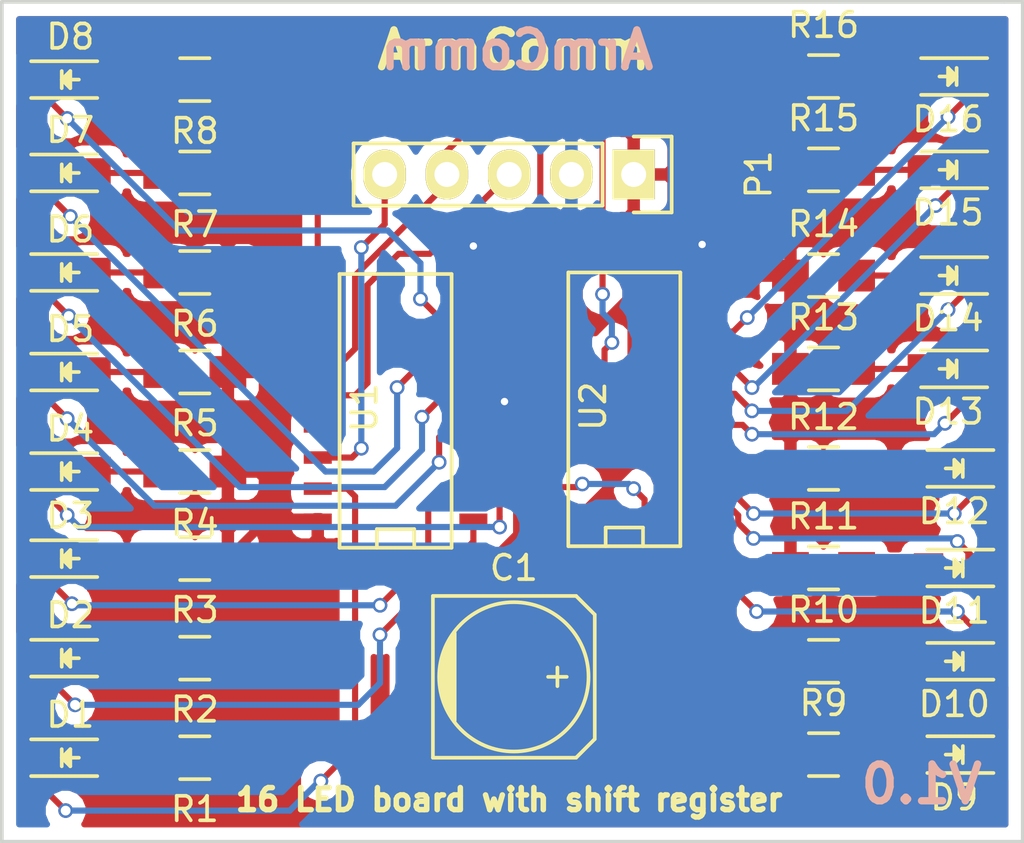
<source format=kicad_pcb>
(kicad_pcb (version 4) (host pcbnew 4.0.1-stable)

  (general
    (links 62)
    (no_connects 0)
    (area 114.351999 49.557 156.158001 84.149001)
    (thickness 1.6)
    (drawings 9)
    (tracks 268)
    (zones 0)
    (modules 36)
    (nets 42)
  )

  (page A4)
  (title_block
    (title "16 LED board with shift registers")
    (date 2016-09-17)
    (rev 1.0)
    (company ArmComm)
  )

  (layers
    (0 F.Cu signal)
    (31 B.Cu signal)
    (32 B.Adhes user)
    (33 F.Adhes user)
    (34 B.Paste user)
    (35 F.Paste user)
    (36 B.SilkS user)
    (37 F.SilkS user)
    (38 B.Mask user)
    (39 F.Mask user)
    (40 Dwgs.User user)
    (41 Cmts.User user)
    (42 Eco1.User user)
    (43 Eco2.User user)
    (44 Edge.Cuts user)
    (45 Margin user)
    (46 B.CrtYd user)
    (47 F.CrtYd user)
    (48 B.Fab user)
    (49 F.Fab user)
  )

  (setup
    (last_trace_width 0.25)
    (trace_clearance 0.2)
    (zone_clearance 0.508)
    (zone_45_only no)
    (trace_min 0.2)
    (segment_width 0.2)
    (edge_width 0.15)
    (via_size 0.6)
    (via_drill 0.4)
    (via_min_size 0.4)
    (via_min_drill 0.3)
    (uvia_size 0.3)
    (uvia_drill 0.1)
    (uvias_allowed no)
    (uvia_min_size 0.2)
    (uvia_min_drill 0.1)
    (pcb_text_width 0.3)
    (pcb_text_size 1.5 1.5)
    (mod_edge_width 0.15)
    (mod_text_size 1 1)
    (mod_text_width 0.15)
    (pad_size 1.524 1.524)
    (pad_drill 0.762)
    (pad_to_mask_clearance 0.2)
    (aux_axis_origin 0 0)
    (visible_elements FFFFFF7F)
    (pcbplotparams
      (layerselection 0x010f0_80000001)
      (usegerberextensions true)
      (excludeedgelayer true)
      (linewidth 0.100000)
      (plotframeref false)
      (viasonmask false)
      (mode 1)
      (useauxorigin false)
      (hpglpennumber 1)
      (hpglpenspeed 20)
      (hpglpendiameter 15)
      (hpglpenoverlay 2)
      (psnegative false)
      (psa4output false)
      (plotreference true)
      (plotvalue true)
      (plotinvisibletext false)
      (padsonsilk false)
      (subtractmaskfromsilk false)
      (outputformat 1)
      (mirror false)
      (drillshape 0)
      (scaleselection 1)
      (outputdirectory 16-LED-gerber/))
  )

  (net 0 "")
  (net 1 VCC)
  (net 2 GND)
  (net 3 "Net-(D1-Pad2)")
  (net 4 /led_1_1)
  (net 5 "Net-(D2-Pad2)")
  (net 6 /led_1_2)
  (net 7 "Net-(D3-Pad2)")
  (net 8 /led_1_3)
  (net 9 "Net-(D4-Pad2)")
  (net 10 /led_1_4)
  (net 11 "Net-(D5-Pad2)")
  (net 12 /led_1_5)
  (net 13 "Net-(D6-Pad2)")
  (net 14 /led_1_6)
  (net 15 "Net-(D7-Pad2)")
  (net 16 /led_1_7)
  (net 17 "Net-(D8-Pad2)")
  (net 18 /led_1_8)
  (net 19 "Net-(D9-Pad2)")
  (net 20 /led_2_1)
  (net 21 "Net-(D10-Pad2)")
  (net 22 /led_2_2)
  (net 23 "Net-(D11-Pad2)")
  (net 24 /led_2_3)
  (net 25 "Net-(D12-Pad2)")
  (net 26 /led_2_4)
  (net 27 "Net-(D13-Pad2)")
  (net 28 /led_2_5)
  (net 29 "Net-(D14-Pad2)")
  (net 30 /led_2_6)
  (net 31 "Net-(D15-Pad2)")
  (net 32 /led_2_7)
  (net 33 "Net-(D16-Pad2)")
  (net 34 /led_2_8)
  (net 35 /LATCH)
  (net 36 /CLOCK)
  (net 37 /DATA)
  (net 38 "Net-(U1-Pad13)")
  (net 39 /DATA_S)
  (net 40 "Net-(U2-Pad13)")
  (net 41 "Net-(U2-Pad9)")

  (net_class Default "This is the default net class."
    (clearance 0.2)
    (trace_width 0.25)
    (via_dia 0.6)
    (via_drill 0.4)
    (uvia_dia 0.3)
    (uvia_drill 0.1)
    (add_net /CLOCK)
    (add_net /DATA)
    (add_net /DATA_S)
    (add_net /LATCH)
    (add_net /led_1_1)
    (add_net /led_1_2)
    (add_net /led_1_3)
    (add_net /led_1_4)
    (add_net /led_1_5)
    (add_net /led_1_6)
    (add_net /led_1_7)
    (add_net /led_1_8)
    (add_net /led_2_1)
    (add_net /led_2_2)
    (add_net /led_2_3)
    (add_net /led_2_4)
    (add_net /led_2_5)
    (add_net /led_2_6)
    (add_net /led_2_7)
    (add_net /led_2_8)
    (add_net "Net-(D1-Pad2)")
    (add_net "Net-(D10-Pad2)")
    (add_net "Net-(D11-Pad2)")
    (add_net "Net-(D12-Pad2)")
    (add_net "Net-(D13-Pad2)")
    (add_net "Net-(D14-Pad2)")
    (add_net "Net-(D15-Pad2)")
    (add_net "Net-(D16-Pad2)")
    (add_net "Net-(D2-Pad2)")
    (add_net "Net-(D3-Pad2)")
    (add_net "Net-(D4-Pad2)")
    (add_net "Net-(D5-Pad2)")
    (add_net "Net-(D6-Pad2)")
    (add_net "Net-(D7-Pad2)")
    (add_net "Net-(D8-Pad2)")
    (add_net "Net-(D9-Pad2)")
    (add_net "Net-(U1-Pad13)")
    (add_net "Net-(U2-Pad13)")
    (add_net "Net-(U2-Pad9)")
  )

  (net_class power ""
    (clearance 0.25)
    (trace_width 0.38)
    (via_dia 0.4)
    (via_drill 0.3)
    (uvia_dia 0.3)
    (uvia_drill 0.1)
    (add_net GND)
    (add_net VCC)
  )

  (module SMD_Packages:SO-16-N (layer F.Cu) (tedit 0) (tstamp 57DD4F6E)
    (at 139.827 66.421 90)
    (descr "Module CMS SOJ 16 pins large")
    (tags "CMS SOJ")
    (path /57DD2032)
    (attr smd)
    (fp_text reference U2 (at 0.127 -1.27 90) (layer F.SilkS)
      (effects (font (size 1 1) (thickness 0.15)))
    )
    (fp_text value 74HC595 (at 0 1.27 90) (layer F.Fab)
      (effects (font (size 1 1) (thickness 0.15)))
    )
    (fp_line (start -5.588 -0.762) (end -4.826 -0.762) (layer F.SilkS) (width 0.15))
    (fp_line (start -4.826 -0.762) (end -4.826 0.762) (layer F.SilkS) (width 0.15))
    (fp_line (start -4.826 0.762) (end -5.588 0.762) (layer F.SilkS) (width 0.15))
    (fp_line (start 5.588 -2.286) (end 5.588 2.286) (layer F.SilkS) (width 0.15))
    (fp_line (start 5.588 2.286) (end -5.588 2.286) (layer F.SilkS) (width 0.15))
    (fp_line (start -5.588 2.286) (end -5.588 -2.286) (layer F.SilkS) (width 0.15))
    (fp_line (start -5.588 -2.286) (end 5.588 -2.286) (layer F.SilkS) (width 0.15))
    (pad 16 smd rect (at -4.445 -3.175 90) (size 0.508 1.143) (layers F.Cu F.Paste F.Mask)
      (net 1 VCC))
    (pad 14 smd rect (at -1.905 -3.175 90) (size 0.508 1.143) (layers F.Cu F.Paste F.Mask)
      (net 39 /DATA_S))
    (pad 13 smd rect (at -0.635 -3.175 90) (size 0.508 1.143) (layers F.Cu F.Paste F.Mask)
      (net 40 "Net-(U2-Pad13)"))
    (pad 12 smd rect (at 0.635 -3.175 90) (size 0.508 1.143) (layers F.Cu F.Paste F.Mask)
      (net 35 /LATCH))
    (pad 11 smd rect (at 1.905 -3.175 90) (size 0.508 1.143) (layers F.Cu F.Paste F.Mask)
      (net 36 /CLOCK))
    (pad 10 smd rect (at 3.175 -3.175 90) (size 0.508 1.143) (layers F.Cu F.Paste F.Mask)
      (net 1 VCC))
    (pad 9 smd rect (at 4.445 -3.175 90) (size 0.508 1.143) (layers F.Cu F.Paste F.Mask)
      (net 41 "Net-(U2-Pad9)"))
    (pad 8 smd rect (at 4.445 3.175 90) (size 0.508 1.143) (layers F.Cu F.Paste F.Mask)
      (net 2 GND))
    (pad 7 smd rect (at 3.175 3.175 90) (size 0.508 1.143) (layers F.Cu F.Paste F.Mask)
      (net 34 /led_2_8))
    (pad 6 smd rect (at 1.905 3.175 90) (size 0.508 1.143) (layers F.Cu F.Paste F.Mask)
      (net 32 /led_2_7))
    (pad 5 smd rect (at 0.635 3.175 90) (size 0.508 1.143) (layers F.Cu F.Paste F.Mask)
      (net 30 /led_2_6))
    (pad 4 smd rect (at -0.635 3.175 90) (size 0.508 1.143) (layers F.Cu F.Paste F.Mask)
      (net 28 /led_2_5))
    (pad 3 smd rect (at -1.905 3.175 90) (size 0.508 1.143) (layers F.Cu F.Paste F.Mask)
      (net 26 /led_2_4))
    (pad 2 smd rect (at -3.175 3.175 90) (size 0.508 1.143) (layers F.Cu F.Paste F.Mask)
      (net 24 /led_2_3))
    (pad 1 smd rect (at -4.445 3.175 90) (size 0.508 1.143) (layers F.Cu F.Paste F.Mask)
      (net 22 /led_2_2))
    (pad 15 smd rect (at -3.175 -3.175 90) (size 0.508 1.143) (layers F.Cu F.Paste F.Mask)
      (net 20 /led_2_1))
    (model SMD_Packages.3dshapes/SO-16-N.wrl
      (at (xyz 0 0 0))
      (scale (xyz 0.5 0.4 0.5))
      (rotate (xyz 0 0 0))
    )
  )

  (module Capacitors_SMD:c_elec_6.3x5.3 (layer F.Cu) (tedit 55725E31) (tstamp 57DD4E7D)
    (at 135.3185 77.343)
    (descr "SMT capacitor, aluminium electrolytic, 6.3x5.3")
    (path /57DD3993)
    (attr smd)
    (fp_text reference C1 (at 0 -4.445) (layer F.SilkS)
      (effects (font (size 1 1) (thickness 0.15)))
    )
    (fp_text value 200uF (at 0 4.445) (layer F.Fab)
      (effects (font (size 1 1) (thickness 0.15)))
    )
    (fp_line (start -4.85 -3.65) (end 4.85 -3.65) (layer F.CrtYd) (width 0.05))
    (fp_line (start 4.85 -3.65) (end 4.85 3.65) (layer F.CrtYd) (width 0.05))
    (fp_line (start 4.85 3.65) (end -4.85 3.65) (layer F.CrtYd) (width 0.05))
    (fp_line (start -4.85 3.65) (end -4.85 -3.65) (layer F.CrtYd) (width 0.05))
    (fp_line (start -2.921 -0.762) (end -2.921 0.762) (layer F.SilkS) (width 0.15))
    (fp_line (start -2.794 1.143) (end -2.794 -1.143) (layer F.SilkS) (width 0.15))
    (fp_line (start -2.667 -1.397) (end -2.667 1.397) (layer F.SilkS) (width 0.15))
    (fp_line (start -2.54 1.651) (end -2.54 -1.651) (layer F.SilkS) (width 0.15))
    (fp_line (start -2.413 -1.778) (end -2.413 1.778) (layer F.SilkS) (width 0.15))
    (fp_line (start -3.302 -3.302) (end -3.302 3.302) (layer F.SilkS) (width 0.15))
    (fp_line (start -3.302 3.302) (end 2.54 3.302) (layer F.SilkS) (width 0.15))
    (fp_line (start 2.54 3.302) (end 3.302 2.54) (layer F.SilkS) (width 0.15))
    (fp_line (start 3.302 2.54) (end 3.302 -2.54) (layer F.SilkS) (width 0.15))
    (fp_line (start 3.302 -2.54) (end 2.54 -3.302) (layer F.SilkS) (width 0.15))
    (fp_line (start 2.54 -3.302) (end -3.302 -3.302) (layer F.SilkS) (width 0.15))
    (fp_line (start 2.159 0) (end 1.397 0) (layer F.SilkS) (width 0.15))
    (fp_line (start 1.778 -0.381) (end 1.778 0.381) (layer F.SilkS) (width 0.15))
    (fp_circle (center 0 0) (end -3.048 0) (layer F.SilkS) (width 0.15))
    (pad 1 smd rect (at 2.75082 0) (size 3.59918 1.6002) (layers F.Cu F.Paste F.Mask)
      (net 1 VCC))
    (pad 2 smd rect (at -2.75082 0) (size 3.59918 1.6002) (layers F.Cu F.Paste F.Mask)
      (net 2 GND))
    (model Capacitors_SMD.3dshapes/c_elec_6.3x5.3.wrl
      (at (xyz 0 0 0))
      (scale (xyz 1 1 1))
      (rotate (xyz 0 0 0))
    )
  )

  (module LEDs:LED_0805 (layer F.Cu) (tedit 55BDE1C2) (tstamp 57DD4E83)
    (at 117.221 80.645)
    (descr "LED 0805 smd package")
    (tags "LED 0805 SMD")
    (path /57DD20B6)
    (attr smd)
    (fp_text reference D1 (at 0 -1.75) (layer F.SilkS)
      (effects (font (size 1 1) (thickness 0.15)))
    )
    (fp_text value LED (at 0 1.75) (layer F.Fab)
      (effects (font (size 1 1) (thickness 0.15)))
    )
    (fp_line (start -0.4 -0.3) (end -0.4 0.3) (layer F.Fab) (width 0.15))
    (fp_line (start -0.3 0) (end 0 -0.3) (layer F.Fab) (width 0.15))
    (fp_line (start 0 0.3) (end -0.3 0) (layer F.Fab) (width 0.15))
    (fp_line (start 0 -0.3) (end 0 0.3) (layer F.Fab) (width 0.15))
    (fp_line (start 1 -0.6) (end -1 -0.6) (layer F.Fab) (width 0.15))
    (fp_line (start 1 0.6) (end 1 -0.6) (layer F.Fab) (width 0.15))
    (fp_line (start -1 0.6) (end 1 0.6) (layer F.Fab) (width 0.15))
    (fp_line (start -1 -0.6) (end -1 0.6) (layer F.Fab) (width 0.15))
    (fp_line (start -1.6 0.75) (end 1.1 0.75) (layer F.SilkS) (width 0.15))
    (fp_line (start -1.6 -0.75) (end 1.1 -0.75) (layer F.SilkS) (width 0.15))
    (fp_line (start -0.1 0.15) (end -0.1 -0.1) (layer F.SilkS) (width 0.15))
    (fp_line (start -0.1 -0.1) (end -0.25 0.05) (layer F.SilkS) (width 0.15))
    (fp_line (start -0.35 -0.35) (end -0.35 0.35) (layer F.SilkS) (width 0.15))
    (fp_line (start 0 0) (end 0.35 0) (layer F.SilkS) (width 0.15))
    (fp_line (start -0.35 0) (end 0 -0.35) (layer F.SilkS) (width 0.15))
    (fp_line (start 0 -0.35) (end 0 0.35) (layer F.SilkS) (width 0.15))
    (fp_line (start 0 0.35) (end -0.35 0) (layer F.SilkS) (width 0.15))
    (fp_line (start 1.9 -0.95) (end 1.9 0.95) (layer F.CrtYd) (width 0.05))
    (fp_line (start 1.9 0.95) (end -1.9 0.95) (layer F.CrtYd) (width 0.05))
    (fp_line (start -1.9 0.95) (end -1.9 -0.95) (layer F.CrtYd) (width 0.05))
    (fp_line (start -1.9 -0.95) (end 1.9 -0.95) (layer F.CrtYd) (width 0.05))
    (pad 2 smd rect (at 1.04902 0 180) (size 1.19888 1.19888) (layers F.Cu F.Paste F.Mask)
      (net 3 "Net-(D1-Pad2)"))
    (pad 1 smd rect (at -1.04902 0 180) (size 1.19888 1.19888) (layers F.Cu F.Paste F.Mask)
      (net 4 /led_1_1))
    (model LEDs.3dshapes/LED_0805.wrl
      (at (xyz 0 0 0))
      (scale (xyz 1 1 1))
      (rotate (xyz 0 0 0))
    )
  )

  (module LEDs:LED_0805 (layer F.Cu) (tedit 55BDE1C2) (tstamp 57DD4E89)
    (at 117.221 76.581)
    (descr "LED 0805 smd package")
    (tags "LED 0805 SMD")
    (path /57DD20E6)
    (attr smd)
    (fp_text reference D2 (at 0 -1.75) (layer F.SilkS)
      (effects (font (size 1 1) (thickness 0.15)))
    )
    (fp_text value LED (at 0 1.75) (layer F.Fab)
      (effects (font (size 1 1) (thickness 0.15)))
    )
    (fp_line (start -0.4 -0.3) (end -0.4 0.3) (layer F.Fab) (width 0.15))
    (fp_line (start -0.3 0) (end 0 -0.3) (layer F.Fab) (width 0.15))
    (fp_line (start 0 0.3) (end -0.3 0) (layer F.Fab) (width 0.15))
    (fp_line (start 0 -0.3) (end 0 0.3) (layer F.Fab) (width 0.15))
    (fp_line (start 1 -0.6) (end -1 -0.6) (layer F.Fab) (width 0.15))
    (fp_line (start 1 0.6) (end 1 -0.6) (layer F.Fab) (width 0.15))
    (fp_line (start -1 0.6) (end 1 0.6) (layer F.Fab) (width 0.15))
    (fp_line (start -1 -0.6) (end -1 0.6) (layer F.Fab) (width 0.15))
    (fp_line (start -1.6 0.75) (end 1.1 0.75) (layer F.SilkS) (width 0.15))
    (fp_line (start -1.6 -0.75) (end 1.1 -0.75) (layer F.SilkS) (width 0.15))
    (fp_line (start -0.1 0.15) (end -0.1 -0.1) (layer F.SilkS) (width 0.15))
    (fp_line (start -0.1 -0.1) (end -0.25 0.05) (layer F.SilkS) (width 0.15))
    (fp_line (start -0.35 -0.35) (end -0.35 0.35) (layer F.SilkS) (width 0.15))
    (fp_line (start 0 0) (end 0.35 0) (layer F.SilkS) (width 0.15))
    (fp_line (start -0.35 0) (end 0 -0.35) (layer F.SilkS) (width 0.15))
    (fp_line (start 0 -0.35) (end 0 0.35) (layer F.SilkS) (width 0.15))
    (fp_line (start 0 0.35) (end -0.35 0) (layer F.SilkS) (width 0.15))
    (fp_line (start 1.9 -0.95) (end 1.9 0.95) (layer F.CrtYd) (width 0.05))
    (fp_line (start 1.9 0.95) (end -1.9 0.95) (layer F.CrtYd) (width 0.05))
    (fp_line (start -1.9 0.95) (end -1.9 -0.95) (layer F.CrtYd) (width 0.05))
    (fp_line (start -1.9 -0.95) (end 1.9 -0.95) (layer F.CrtYd) (width 0.05))
    (pad 2 smd rect (at 1.04902 0 180) (size 1.19888 1.19888) (layers F.Cu F.Paste F.Mask)
      (net 5 "Net-(D2-Pad2)"))
    (pad 1 smd rect (at -1.04902 0 180) (size 1.19888 1.19888) (layers F.Cu F.Paste F.Mask)
      (net 6 /led_1_2))
    (model LEDs.3dshapes/LED_0805.wrl
      (at (xyz 0 0 0))
      (scale (xyz 1 1 1))
      (rotate (xyz 0 0 0))
    )
  )

  (module LEDs:LED_0805 (layer F.Cu) (tedit 55BDE1C2) (tstamp 57DD4E8F)
    (at 117.221 72.517)
    (descr "LED 0805 smd package")
    (tags "LED 0805 SMD")
    (path /57DD21FA)
    (attr smd)
    (fp_text reference D3 (at 0 -1.75) (layer F.SilkS)
      (effects (font (size 1 1) (thickness 0.15)))
    )
    (fp_text value LED (at 0 1.75) (layer F.Fab)
      (effects (font (size 1 1) (thickness 0.15)))
    )
    (fp_line (start -0.4 -0.3) (end -0.4 0.3) (layer F.Fab) (width 0.15))
    (fp_line (start -0.3 0) (end 0 -0.3) (layer F.Fab) (width 0.15))
    (fp_line (start 0 0.3) (end -0.3 0) (layer F.Fab) (width 0.15))
    (fp_line (start 0 -0.3) (end 0 0.3) (layer F.Fab) (width 0.15))
    (fp_line (start 1 -0.6) (end -1 -0.6) (layer F.Fab) (width 0.15))
    (fp_line (start 1 0.6) (end 1 -0.6) (layer F.Fab) (width 0.15))
    (fp_line (start -1 0.6) (end 1 0.6) (layer F.Fab) (width 0.15))
    (fp_line (start -1 -0.6) (end -1 0.6) (layer F.Fab) (width 0.15))
    (fp_line (start -1.6 0.75) (end 1.1 0.75) (layer F.SilkS) (width 0.15))
    (fp_line (start -1.6 -0.75) (end 1.1 -0.75) (layer F.SilkS) (width 0.15))
    (fp_line (start -0.1 0.15) (end -0.1 -0.1) (layer F.SilkS) (width 0.15))
    (fp_line (start -0.1 -0.1) (end -0.25 0.05) (layer F.SilkS) (width 0.15))
    (fp_line (start -0.35 -0.35) (end -0.35 0.35) (layer F.SilkS) (width 0.15))
    (fp_line (start 0 0) (end 0.35 0) (layer F.SilkS) (width 0.15))
    (fp_line (start -0.35 0) (end 0 -0.35) (layer F.SilkS) (width 0.15))
    (fp_line (start 0 -0.35) (end 0 0.35) (layer F.SilkS) (width 0.15))
    (fp_line (start 0 0.35) (end -0.35 0) (layer F.SilkS) (width 0.15))
    (fp_line (start 1.9 -0.95) (end 1.9 0.95) (layer F.CrtYd) (width 0.05))
    (fp_line (start 1.9 0.95) (end -1.9 0.95) (layer F.CrtYd) (width 0.05))
    (fp_line (start -1.9 0.95) (end -1.9 -0.95) (layer F.CrtYd) (width 0.05))
    (fp_line (start -1.9 -0.95) (end 1.9 -0.95) (layer F.CrtYd) (width 0.05))
    (pad 2 smd rect (at 1.04902 0 180) (size 1.19888 1.19888) (layers F.Cu F.Paste F.Mask)
      (net 7 "Net-(D3-Pad2)"))
    (pad 1 smd rect (at -1.04902 0 180) (size 1.19888 1.19888) (layers F.Cu F.Paste F.Mask)
      (net 8 /led_1_3))
    (model LEDs.3dshapes/LED_0805.wrl
      (at (xyz 0 0 0))
      (scale (xyz 1 1 1))
      (rotate (xyz 0 0 0))
    )
  )

  (module LEDs:LED_0805 (layer F.Cu) (tedit 55BDE1C2) (tstamp 57DD4E95)
    (at 117.221 68.961)
    (descr "LED 0805 smd package")
    (tags "LED 0805 SMD")
    (path /57DD2127)
    (attr smd)
    (fp_text reference D4 (at 0 -1.75) (layer F.SilkS)
      (effects (font (size 1 1) (thickness 0.15)))
    )
    (fp_text value LED (at 0 1.75) (layer F.Fab)
      (effects (font (size 1 1) (thickness 0.15)))
    )
    (fp_line (start -0.4 -0.3) (end -0.4 0.3) (layer F.Fab) (width 0.15))
    (fp_line (start -0.3 0) (end 0 -0.3) (layer F.Fab) (width 0.15))
    (fp_line (start 0 0.3) (end -0.3 0) (layer F.Fab) (width 0.15))
    (fp_line (start 0 -0.3) (end 0 0.3) (layer F.Fab) (width 0.15))
    (fp_line (start 1 -0.6) (end -1 -0.6) (layer F.Fab) (width 0.15))
    (fp_line (start 1 0.6) (end 1 -0.6) (layer F.Fab) (width 0.15))
    (fp_line (start -1 0.6) (end 1 0.6) (layer F.Fab) (width 0.15))
    (fp_line (start -1 -0.6) (end -1 0.6) (layer F.Fab) (width 0.15))
    (fp_line (start -1.6 0.75) (end 1.1 0.75) (layer F.SilkS) (width 0.15))
    (fp_line (start -1.6 -0.75) (end 1.1 -0.75) (layer F.SilkS) (width 0.15))
    (fp_line (start -0.1 0.15) (end -0.1 -0.1) (layer F.SilkS) (width 0.15))
    (fp_line (start -0.1 -0.1) (end -0.25 0.05) (layer F.SilkS) (width 0.15))
    (fp_line (start -0.35 -0.35) (end -0.35 0.35) (layer F.SilkS) (width 0.15))
    (fp_line (start 0 0) (end 0.35 0) (layer F.SilkS) (width 0.15))
    (fp_line (start -0.35 0) (end 0 -0.35) (layer F.SilkS) (width 0.15))
    (fp_line (start 0 -0.35) (end 0 0.35) (layer F.SilkS) (width 0.15))
    (fp_line (start 0 0.35) (end -0.35 0) (layer F.SilkS) (width 0.15))
    (fp_line (start 1.9 -0.95) (end 1.9 0.95) (layer F.CrtYd) (width 0.05))
    (fp_line (start 1.9 0.95) (end -1.9 0.95) (layer F.CrtYd) (width 0.05))
    (fp_line (start -1.9 0.95) (end -1.9 -0.95) (layer F.CrtYd) (width 0.05))
    (fp_line (start -1.9 -0.95) (end 1.9 -0.95) (layer F.CrtYd) (width 0.05))
    (pad 2 smd rect (at 1.04902 0 180) (size 1.19888 1.19888) (layers F.Cu F.Paste F.Mask)
      (net 9 "Net-(D4-Pad2)"))
    (pad 1 smd rect (at -1.04902 0 180) (size 1.19888 1.19888) (layers F.Cu F.Paste F.Mask)
      (net 10 /led_1_4))
    (model LEDs.3dshapes/LED_0805.wrl
      (at (xyz 0 0 0))
      (scale (xyz 1 1 1))
      (rotate (xyz 0 0 0))
    )
  )

  (module LEDs:LED_0805 (layer F.Cu) (tedit 55BDE1C2) (tstamp 57DD4E9B)
    (at 117.221 64.897)
    (descr "LED 0805 smd package")
    (tags "LED 0805 SMD")
    (path /57DD214C)
    (attr smd)
    (fp_text reference D5 (at 0 -1.75) (layer F.SilkS)
      (effects (font (size 1 1) (thickness 0.15)))
    )
    (fp_text value LED (at 0 1.75) (layer F.Fab)
      (effects (font (size 1 1) (thickness 0.15)))
    )
    (fp_line (start -0.4 -0.3) (end -0.4 0.3) (layer F.Fab) (width 0.15))
    (fp_line (start -0.3 0) (end 0 -0.3) (layer F.Fab) (width 0.15))
    (fp_line (start 0 0.3) (end -0.3 0) (layer F.Fab) (width 0.15))
    (fp_line (start 0 -0.3) (end 0 0.3) (layer F.Fab) (width 0.15))
    (fp_line (start 1 -0.6) (end -1 -0.6) (layer F.Fab) (width 0.15))
    (fp_line (start 1 0.6) (end 1 -0.6) (layer F.Fab) (width 0.15))
    (fp_line (start -1 0.6) (end 1 0.6) (layer F.Fab) (width 0.15))
    (fp_line (start -1 -0.6) (end -1 0.6) (layer F.Fab) (width 0.15))
    (fp_line (start -1.6 0.75) (end 1.1 0.75) (layer F.SilkS) (width 0.15))
    (fp_line (start -1.6 -0.75) (end 1.1 -0.75) (layer F.SilkS) (width 0.15))
    (fp_line (start -0.1 0.15) (end -0.1 -0.1) (layer F.SilkS) (width 0.15))
    (fp_line (start -0.1 -0.1) (end -0.25 0.05) (layer F.SilkS) (width 0.15))
    (fp_line (start -0.35 -0.35) (end -0.35 0.35) (layer F.SilkS) (width 0.15))
    (fp_line (start 0 0) (end 0.35 0) (layer F.SilkS) (width 0.15))
    (fp_line (start -0.35 0) (end 0 -0.35) (layer F.SilkS) (width 0.15))
    (fp_line (start 0 -0.35) (end 0 0.35) (layer F.SilkS) (width 0.15))
    (fp_line (start 0 0.35) (end -0.35 0) (layer F.SilkS) (width 0.15))
    (fp_line (start 1.9 -0.95) (end 1.9 0.95) (layer F.CrtYd) (width 0.05))
    (fp_line (start 1.9 0.95) (end -1.9 0.95) (layer F.CrtYd) (width 0.05))
    (fp_line (start -1.9 0.95) (end -1.9 -0.95) (layer F.CrtYd) (width 0.05))
    (fp_line (start -1.9 -0.95) (end 1.9 -0.95) (layer F.CrtYd) (width 0.05))
    (pad 2 smd rect (at 1.04902 0 180) (size 1.19888 1.19888) (layers F.Cu F.Paste F.Mask)
      (net 11 "Net-(D5-Pad2)"))
    (pad 1 smd rect (at -1.04902 0 180) (size 1.19888 1.19888) (layers F.Cu F.Paste F.Mask)
      (net 12 /led_1_5))
    (model LEDs.3dshapes/LED_0805.wrl
      (at (xyz 0 0 0))
      (scale (xyz 1 1 1))
      (rotate (xyz 0 0 0))
    )
  )

  (module LEDs:LED_0805 (layer F.Cu) (tedit 55BDE1C2) (tstamp 57DD4EA1)
    (at 117.221 60.833)
    (descr "LED 0805 smd package")
    (tags "LED 0805 SMD")
    (path /57DD21A3)
    (attr smd)
    (fp_text reference D6 (at 0 -1.75) (layer F.SilkS)
      (effects (font (size 1 1) (thickness 0.15)))
    )
    (fp_text value LED (at 0 1.75) (layer F.Fab)
      (effects (font (size 1 1) (thickness 0.15)))
    )
    (fp_line (start -0.4 -0.3) (end -0.4 0.3) (layer F.Fab) (width 0.15))
    (fp_line (start -0.3 0) (end 0 -0.3) (layer F.Fab) (width 0.15))
    (fp_line (start 0 0.3) (end -0.3 0) (layer F.Fab) (width 0.15))
    (fp_line (start 0 -0.3) (end 0 0.3) (layer F.Fab) (width 0.15))
    (fp_line (start 1 -0.6) (end -1 -0.6) (layer F.Fab) (width 0.15))
    (fp_line (start 1 0.6) (end 1 -0.6) (layer F.Fab) (width 0.15))
    (fp_line (start -1 0.6) (end 1 0.6) (layer F.Fab) (width 0.15))
    (fp_line (start -1 -0.6) (end -1 0.6) (layer F.Fab) (width 0.15))
    (fp_line (start -1.6 0.75) (end 1.1 0.75) (layer F.SilkS) (width 0.15))
    (fp_line (start -1.6 -0.75) (end 1.1 -0.75) (layer F.SilkS) (width 0.15))
    (fp_line (start -0.1 0.15) (end -0.1 -0.1) (layer F.SilkS) (width 0.15))
    (fp_line (start -0.1 -0.1) (end -0.25 0.05) (layer F.SilkS) (width 0.15))
    (fp_line (start -0.35 -0.35) (end -0.35 0.35) (layer F.SilkS) (width 0.15))
    (fp_line (start 0 0) (end 0.35 0) (layer F.SilkS) (width 0.15))
    (fp_line (start -0.35 0) (end 0 -0.35) (layer F.SilkS) (width 0.15))
    (fp_line (start 0 -0.35) (end 0 0.35) (layer F.SilkS) (width 0.15))
    (fp_line (start 0 0.35) (end -0.35 0) (layer F.SilkS) (width 0.15))
    (fp_line (start 1.9 -0.95) (end 1.9 0.95) (layer F.CrtYd) (width 0.05))
    (fp_line (start 1.9 0.95) (end -1.9 0.95) (layer F.CrtYd) (width 0.05))
    (fp_line (start -1.9 0.95) (end -1.9 -0.95) (layer F.CrtYd) (width 0.05))
    (fp_line (start -1.9 -0.95) (end 1.9 -0.95) (layer F.CrtYd) (width 0.05))
    (pad 2 smd rect (at 1.04902 0 180) (size 1.19888 1.19888) (layers F.Cu F.Paste F.Mask)
      (net 13 "Net-(D6-Pad2)"))
    (pad 1 smd rect (at -1.04902 0 180) (size 1.19888 1.19888) (layers F.Cu F.Paste F.Mask)
      (net 14 /led_1_6))
    (model LEDs.3dshapes/LED_0805.wrl
      (at (xyz 0 0 0))
      (scale (xyz 1 1 1))
      (rotate (xyz 0 0 0))
    )
  )

  (module LEDs:LED_0805 (layer F.Cu) (tedit 55BDE1C2) (tstamp 57DD4EA7)
    (at 117.221 56.769)
    (descr "LED 0805 smd package")
    (tags "LED 0805 SMD")
    (path /57DD21CC)
    (attr smd)
    (fp_text reference D7 (at 0 -1.75) (layer F.SilkS)
      (effects (font (size 1 1) (thickness 0.15)))
    )
    (fp_text value LED (at 0 1.75) (layer F.Fab)
      (effects (font (size 1 1) (thickness 0.15)))
    )
    (fp_line (start -0.4 -0.3) (end -0.4 0.3) (layer F.Fab) (width 0.15))
    (fp_line (start -0.3 0) (end 0 -0.3) (layer F.Fab) (width 0.15))
    (fp_line (start 0 0.3) (end -0.3 0) (layer F.Fab) (width 0.15))
    (fp_line (start 0 -0.3) (end 0 0.3) (layer F.Fab) (width 0.15))
    (fp_line (start 1 -0.6) (end -1 -0.6) (layer F.Fab) (width 0.15))
    (fp_line (start 1 0.6) (end 1 -0.6) (layer F.Fab) (width 0.15))
    (fp_line (start -1 0.6) (end 1 0.6) (layer F.Fab) (width 0.15))
    (fp_line (start -1 -0.6) (end -1 0.6) (layer F.Fab) (width 0.15))
    (fp_line (start -1.6 0.75) (end 1.1 0.75) (layer F.SilkS) (width 0.15))
    (fp_line (start -1.6 -0.75) (end 1.1 -0.75) (layer F.SilkS) (width 0.15))
    (fp_line (start -0.1 0.15) (end -0.1 -0.1) (layer F.SilkS) (width 0.15))
    (fp_line (start -0.1 -0.1) (end -0.25 0.05) (layer F.SilkS) (width 0.15))
    (fp_line (start -0.35 -0.35) (end -0.35 0.35) (layer F.SilkS) (width 0.15))
    (fp_line (start 0 0) (end 0.35 0) (layer F.SilkS) (width 0.15))
    (fp_line (start -0.35 0) (end 0 -0.35) (layer F.SilkS) (width 0.15))
    (fp_line (start 0 -0.35) (end 0 0.35) (layer F.SilkS) (width 0.15))
    (fp_line (start 0 0.35) (end -0.35 0) (layer F.SilkS) (width 0.15))
    (fp_line (start 1.9 -0.95) (end 1.9 0.95) (layer F.CrtYd) (width 0.05))
    (fp_line (start 1.9 0.95) (end -1.9 0.95) (layer F.CrtYd) (width 0.05))
    (fp_line (start -1.9 0.95) (end -1.9 -0.95) (layer F.CrtYd) (width 0.05))
    (fp_line (start -1.9 -0.95) (end 1.9 -0.95) (layer F.CrtYd) (width 0.05))
    (pad 2 smd rect (at 1.04902 0 180) (size 1.19888 1.19888) (layers F.Cu F.Paste F.Mask)
      (net 15 "Net-(D7-Pad2)"))
    (pad 1 smd rect (at -1.04902 0 180) (size 1.19888 1.19888) (layers F.Cu F.Paste F.Mask)
      (net 16 /led_1_7))
    (model LEDs.3dshapes/LED_0805.wrl
      (at (xyz 0 0 0))
      (scale (xyz 1 1 1))
      (rotate (xyz 0 0 0))
    )
  )

  (module LEDs:LED_0805 (layer F.Cu) (tedit 55BDE1C2) (tstamp 57DD4EAD)
    (at 117.221 52.959)
    (descr "LED 0805 smd package")
    (tags "LED 0805 SMD")
    (path /57DD2526)
    (attr smd)
    (fp_text reference D8 (at 0 -1.75) (layer F.SilkS)
      (effects (font (size 1 1) (thickness 0.15)))
    )
    (fp_text value LED (at 0 1.75) (layer F.Fab)
      (effects (font (size 1 1) (thickness 0.15)))
    )
    (fp_line (start -0.4 -0.3) (end -0.4 0.3) (layer F.Fab) (width 0.15))
    (fp_line (start -0.3 0) (end 0 -0.3) (layer F.Fab) (width 0.15))
    (fp_line (start 0 0.3) (end -0.3 0) (layer F.Fab) (width 0.15))
    (fp_line (start 0 -0.3) (end 0 0.3) (layer F.Fab) (width 0.15))
    (fp_line (start 1 -0.6) (end -1 -0.6) (layer F.Fab) (width 0.15))
    (fp_line (start 1 0.6) (end 1 -0.6) (layer F.Fab) (width 0.15))
    (fp_line (start -1 0.6) (end 1 0.6) (layer F.Fab) (width 0.15))
    (fp_line (start -1 -0.6) (end -1 0.6) (layer F.Fab) (width 0.15))
    (fp_line (start -1.6 0.75) (end 1.1 0.75) (layer F.SilkS) (width 0.15))
    (fp_line (start -1.6 -0.75) (end 1.1 -0.75) (layer F.SilkS) (width 0.15))
    (fp_line (start -0.1 0.15) (end -0.1 -0.1) (layer F.SilkS) (width 0.15))
    (fp_line (start -0.1 -0.1) (end -0.25 0.05) (layer F.SilkS) (width 0.15))
    (fp_line (start -0.35 -0.35) (end -0.35 0.35) (layer F.SilkS) (width 0.15))
    (fp_line (start 0 0) (end 0.35 0) (layer F.SilkS) (width 0.15))
    (fp_line (start -0.35 0) (end 0 -0.35) (layer F.SilkS) (width 0.15))
    (fp_line (start 0 -0.35) (end 0 0.35) (layer F.SilkS) (width 0.15))
    (fp_line (start 0 0.35) (end -0.35 0) (layer F.SilkS) (width 0.15))
    (fp_line (start 1.9 -0.95) (end 1.9 0.95) (layer F.CrtYd) (width 0.05))
    (fp_line (start 1.9 0.95) (end -1.9 0.95) (layer F.CrtYd) (width 0.05))
    (fp_line (start -1.9 0.95) (end -1.9 -0.95) (layer F.CrtYd) (width 0.05))
    (fp_line (start -1.9 -0.95) (end 1.9 -0.95) (layer F.CrtYd) (width 0.05))
    (pad 2 smd rect (at 1.04902 0 180) (size 1.19888 1.19888) (layers F.Cu F.Paste F.Mask)
      (net 17 "Net-(D8-Pad2)"))
    (pad 1 smd rect (at -1.04902 0 180) (size 1.19888 1.19888) (layers F.Cu F.Paste F.Mask)
      (net 18 /led_1_8))
    (model LEDs.3dshapes/LED_0805.wrl
      (at (xyz 0 0 0))
      (scale (xyz 1 1 1))
      (rotate (xyz 0 0 0))
    )
  )

  (module LEDs:LED_0805 (layer F.Cu) (tedit 55BDE1C2) (tstamp 57DD4EB3)
    (at 153.289 80.518 180)
    (descr "LED 0805 smd package")
    (tags "LED 0805 SMD")
    (path /57DD2A1A)
    (attr smd)
    (fp_text reference D9 (at 0 -1.75 180) (layer F.SilkS)
      (effects (font (size 1 1) (thickness 0.15)))
    )
    (fp_text value LED (at 0 1.75 180) (layer F.Fab)
      (effects (font (size 1 1) (thickness 0.15)))
    )
    (fp_line (start -0.4 -0.3) (end -0.4 0.3) (layer F.Fab) (width 0.15))
    (fp_line (start -0.3 0) (end 0 -0.3) (layer F.Fab) (width 0.15))
    (fp_line (start 0 0.3) (end -0.3 0) (layer F.Fab) (width 0.15))
    (fp_line (start 0 -0.3) (end 0 0.3) (layer F.Fab) (width 0.15))
    (fp_line (start 1 -0.6) (end -1 -0.6) (layer F.Fab) (width 0.15))
    (fp_line (start 1 0.6) (end 1 -0.6) (layer F.Fab) (width 0.15))
    (fp_line (start -1 0.6) (end 1 0.6) (layer F.Fab) (width 0.15))
    (fp_line (start -1 -0.6) (end -1 0.6) (layer F.Fab) (width 0.15))
    (fp_line (start -1.6 0.75) (end 1.1 0.75) (layer F.SilkS) (width 0.15))
    (fp_line (start -1.6 -0.75) (end 1.1 -0.75) (layer F.SilkS) (width 0.15))
    (fp_line (start -0.1 0.15) (end -0.1 -0.1) (layer F.SilkS) (width 0.15))
    (fp_line (start -0.1 -0.1) (end -0.25 0.05) (layer F.SilkS) (width 0.15))
    (fp_line (start -0.35 -0.35) (end -0.35 0.35) (layer F.SilkS) (width 0.15))
    (fp_line (start 0 0) (end 0.35 0) (layer F.SilkS) (width 0.15))
    (fp_line (start -0.35 0) (end 0 -0.35) (layer F.SilkS) (width 0.15))
    (fp_line (start 0 -0.35) (end 0 0.35) (layer F.SilkS) (width 0.15))
    (fp_line (start 0 0.35) (end -0.35 0) (layer F.SilkS) (width 0.15))
    (fp_line (start 1.9 -0.95) (end 1.9 0.95) (layer F.CrtYd) (width 0.05))
    (fp_line (start 1.9 0.95) (end -1.9 0.95) (layer F.CrtYd) (width 0.05))
    (fp_line (start -1.9 0.95) (end -1.9 -0.95) (layer F.CrtYd) (width 0.05))
    (fp_line (start -1.9 -0.95) (end 1.9 -0.95) (layer F.CrtYd) (width 0.05))
    (pad 2 smd rect (at 1.04902 0) (size 1.19888 1.19888) (layers F.Cu F.Paste F.Mask)
      (net 19 "Net-(D9-Pad2)"))
    (pad 1 smd rect (at -1.04902 0) (size 1.19888 1.19888) (layers F.Cu F.Paste F.Mask)
      (net 20 /led_2_1))
    (model LEDs.3dshapes/LED_0805.wrl
      (at (xyz 0 0 0))
      (scale (xyz 1 1 1))
      (rotate (xyz 0 0 0))
    )
  )

  (module LEDs:LED_0805 (layer F.Cu) (tedit 55BDE1C2) (tstamp 57DD4EB9)
    (at 153.289 76.708 180)
    (descr "LED 0805 smd package")
    (tags "LED 0805 SMD")
    (path /57DD2A20)
    (attr smd)
    (fp_text reference D10 (at 0 -1.75 180) (layer F.SilkS)
      (effects (font (size 1 1) (thickness 0.15)))
    )
    (fp_text value LED (at 0 1.75 180) (layer F.Fab)
      (effects (font (size 1 1) (thickness 0.15)))
    )
    (fp_line (start -0.4 -0.3) (end -0.4 0.3) (layer F.Fab) (width 0.15))
    (fp_line (start -0.3 0) (end 0 -0.3) (layer F.Fab) (width 0.15))
    (fp_line (start 0 0.3) (end -0.3 0) (layer F.Fab) (width 0.15))
    (fp_line (start 0 -0.3) (end 0 0.3) (layer F.Fab) (width 0.15))
    (fp_line (start 1 -0.6) (end -1 -0.6) (layer F.Fab) (width 0.15))
    (fp_line (start 1 0.6) (end 1 -0.6) (layer F.Fab) (width 0.15))
    (fp_line (start -1 0.6) (end 1 0.6) (layer F.Fab) (width 0.15))
    (fp_line (start -1 -0.6) (end -1 0.6) (layer F.Fab) (width 0.15))
    (fp_line (start -1.6 0.75) (end 1.1 0.75) (layer F.SilkS) (width 0.15))
    (fp_line (start -1.6 -0.75) (end 1.1 -0.75) (layer F.SilkS) (width 0.15))
    (fp_line (start -0.1 0.15) (end -0.1 -0.1) (layer F.SilkS) (width 0.15))
    (fp_line (start -0.1 -0.1) (end -0.25 0.05) (layer F.SilkS) (width 0.15))
    (fp_line (start -0.35 -0.35) (end -0.35 0.35) (layer F.SilkS) (width 0.15))
    (fp_line (start 0 0) (end 0.35 0) (layer F.SilkS) (width 0.15))
    (fp_line (start -0.35 0) (end 0 -0.35) (layer F.SilkS) (width 0.15))
    (fp_line (start 0 -0.35) (end 0 0.35) (layer F.SilkS) (width 0.15))
    (fp_line (start 0 0.35) (end -0.35 0) (layer F.SilkS) (width 0.15))
    (fp_line (start 1.9 -0.95) (end 1.9 0.95) (layer F.CrtYd) (width 0.05))
    (fp_line (start 1.9 0.95) (end -1.9 0.95) (layer F.CrtYd) (width 0.05))
    (fp_line (start -1.9 0.95) (end -1.9 -0.95) (layer F.CrtYd) (width 0.05))
    (fp_line (start -1.9 -0.95) (end 1.9 -0.95) (layer F.CrtYd) (width 0.05))
    (pad 2 smd rect (at 1.04902 0) (size 1.19888 1.19888) (layers F.Cu F.Paste F.Mask)
      (net 21 "Net-(D10-Pad2)"))
    (pad 1 smd rect (at -1.04902 0) (size 1.19888 1.19888) (layers F.Cu F.Paste F.Mask)
      (net 22 /led_2_2))
    (model LEDs.3dshapes/LED_0805.wrl
      (at (xyz 0 0 0))
      (scale (xyz 1 1 1))
      (rotate (xyz 0 0 0))
    )
  )

  (module LEDs:LED_0805 (layer F.Cu) (tedit 55BDE1C2) (tstamp 57DD4EBF)
    (at 153.289 72.898 180)
    (descr "LED 0805 smd package")
    (tags "LED 0805 SMD")
    (path /57DD2A3E)
    (attr smd)
    (fp_text reference D11 (at 0 -1.75 180) (layer F.SilkS)
      (effects (font (size 1 1) (thickness 0.15)))
    )
    (fp_text value LED (at 0 1.75 180) (layer F.Fab)
      (effects (font (size 1 1) (thickness 0.15)))
    )
    (fp_line (start -0.4 -0.3) (end -0.4 0.3) (layer F.Fab) (width 0.15))
    (fp_line (start -0.3 0) (end 0 -0.3) (layer F.Fab) (width 0.15))
    (fp_line (start 0 0.3) (end -0.3 0) (layer F.Fab) (width 0.15))
    (fp_line (start 0 -0.3) (end 0 0.3) (layer F.Fab) (width 0.15))
    (fp_line (start 1 -0.6) (end -1 -0.6) (layer F.Fab) (width 0.15))
    (fp_line (start 1 0.6) (end 1 -0.6) (layer F.Fab) (width 0.15))
    (fp_line (start -1 0.6) (end 1 0.6) (layer F.Fab) (width 0.15))
    (fp_line (start -1 -0.6) (end -1 0.6) (layer F.Fab) (width 0.15))
    (fp_line (start -1.6 0.75) (end 1.1 0.75) (layer F.SilkS) (width 0.15))
    (fp_line (start -1.6 -0.75) (end 1.1 -0.75) (layer F.SilkS) (width 0.15))
    (fp_line (start -0.1 0.15) (end -0.1 -0.1) (layer F.SilkS) (width 0.15))
    (fp_line (start -0.1 -0.1) (end -0.25 0.05) (layer F.SilkS) (width 0.15))
    (fp_line (start -0.35 -0.35) (end -0.35 0.35) (layer F.SilkS) (width 0.15))
    (fp_line (start 0 0) (end 0.35 0) (layer F.SilkS) (width 0.15))
    (fp_line (start -0.35 0) (end 0 -0.35) (layer F.SilkS) (width 0.15))
    (fp_line (start 0 -0.35) (end 0 0.35) (layer F.SilkS) (width 0.15))
    (fp_line (start 0 0.35) (end -0.35 0) (layer F.SilkS) (width 0.15))
    (fp_line (start 1.9 -0.95) (end 1.9 0.95) (layer F.CrtYd) (width 0.05))
    (fp_line (start 1.9 0.95) (end -1.9 0.95) (layer F.CrtYd) (width 0.05))
    (fp_line (start -1.9 0.95) (end -1.9 -0.95) (layer F.CrtYd) (width 0.05))
    (fp_line (start -1.9 -0.95) (end 1.9 -0.95) (layer F.CrtYd) (width 0.05))
    (pad 2 smd rect (at 1.04902 0) (size 1.19888 1.19888) (layers F.Cu F.Paste F.Mask)
      (net 23 "Net-(D11-Pad2)"))
    (pad 1 smd rect (at -1.04902 0) (size 1.19888 1.19888) (layers F.Cu F.Paste F.Mask)
      (net 24 /led_2_3))
    (model LEDs.3dshapes/LED_0805.wrl
      (at (xyz 0 0 0))
      (scale (xyz 1 1 1))
      (rotate (xyz 0 0 0))
    )
  )

  (module LEDs:LED_0805 (layer F.Cu) (tedit 55BDE1C2) (tstamp 57DD4EC5)
    (at 153.289 68.834 180)
    (descr "LED 0805 smd package")
    (tags "LED 0805 SMD")
    (path /57DD2A26)
    (attr smd)
    (fp_text reference D12 (at 0 -1.75 180) (layer F.SilkS)
      (effects (font (size 1 1) (thickness 0.15)))
    )
    (fp_text value LED (at 0 1.75 180) (layer F.Fab)
      (effects (font (size 1 1) (thickness 0.15)))
    )
    (fp_line (start -0.4 -0.3) (end -0.4 0.3) (layer F.Fab) (width 0.15))
    (fp_line (start -0.3 0) (end 0 -0.3) (layer F.Fab) (width 0.15))
    (fp_line (start 0 0.3) (end -0.3 0) (layer F.Fab) (width 0.15))
    (fp_line (start 0 -0.3) (end 0 0.3) (layer F.Fab) (width 0.15))
    (fp_line (start 1 -0.6) (end -1 -0.6) (layer F.Fab) (width 0.15))
    (fp_line (start 1 0.6) (end 1 -0.6) (layer F.Fab) (width 0.15))
    (fp_line (start -1 0.6) (end 1 0.6) (layer F.Fab) (width 0.15))
    (fp_line (start -1 -0.6) (end -1 0.6) (layer F.Fab) (width 0.15))
    (fp_line (start -1.6 0.75) (end 1.1 0.75) (layer F.SilkS) (width 0.15))
    (fp_line (start -1.6 -0.75) (end 1.1 -0.75) (layer F.SilkS) (width 0.15))
    (fp_line (start -0.1 0.15) (end -0.1 -0.1) (layer F.SilkS) (width 0.15))
    (fp_line (start -0.1 -0.1) (end -0.25 0.05) (layer F.SilkS) (width 0.15))
    (fp_line (start -0.35 -0.35) (end -0.35 0.35) (layer F.SilkS) (width 0.15))
    (fp_line (start 0 0) (end 0.35 0) (layer F.SilkS) (width 0.15))
    (fp_line (start -0.35 0) (end 0 -0.35) (layer F.SilkS) (width 0.15))
    (fp_line (start 0 -0.35) (end 0 0.35) (layer F.SilkS) (width 0.15))
    (fp_line (start 0 0.35) (end -0.35 0) (layer F.SilkS) (width 0.15))
    (fp_line (start 1.9 -0.95) (end 1.9 0.95) (layer F.CrtYd) (width 0.05))
    (fp_line (start 1.9 0.95) (end -1.9 0.95) (layer F.CrtYd) (width 0.05))
    (fp_line (start -1.9 0.95) (end -1.9 -0.95) (layer F.CrtYd) (width 0.05))
    (fp_line (start -1.9 -0.95) (end 1.9 -0.95) (layer F.CrtYd) (width 0.05))
    (pad 2 smd rect (at 1.04902 0) (size 1.19888 1.19888) (layers F.Cu F.Paste F.Mask)
      (net 25 "Net-(D12-Pad2)"))
    (pad 1 smd rect (at -1.04902 0) (size 1.19888 1.19888) (layers F.Cu F.Paste F.Mask)
      (net 26 /led_2_4))
    (model LEDs.3dshapes/LED_0805.wrl
      (at (xyz 0 0 0))
      (scale (xyz 1 1 1))
      (rotate (xyz 0 0 0))
    )
  )

  (module LEDs:LED_0805 (layer F.Cu) (tedit 55BDE1C2) (tstamp 57DD4ECB)
    (at 153.035 64.77 180)
    (descr "LED 0805 smd package")
    (tags "LED 0805 SMD")
    (path /57DD2A2C)
    (attr smd)
    (fp_text reference D13 (at 0 -1.75 180) (layer F.SilkS)
      (effects (font (size 1 1) (thickness 0.15)))
    )
    (fp_text value LED (at 0 1.75 180) (layer F.Fab)
      (effects (font (size 1 1) (thickness 0.15)))
    )
    (fp_line (start -0.4 -0.3) (end -0.4 0.3) (layer F.Fab) (width 0.15))
    (fp_line (start -0.3 0) (end 0 -0.3) (layer F.Fab) (width 0.15))
    (fp_line (start 0 0.3) (end -0.3 0) (layer F.Fab) (width 0.15))
    (fp_line (start 0 -0.3) (end 0 0.3) (layer F.Fab) (width 0.15))
    (fp_line (start 1 -0.6) (end -1 -0.6) (layer F.Fab) (width 0.15))
    (fp_line (start 1 0.6) (end 1 -0.6) (layer F.Fab) (width 0.15))
    (fp_line (start -1 0.6) (end 1 0.6) (layer F.Fab) (width 0.15))
    (fp_line (start -1 -0.6) (end -1 0.6) (layer F.Fab) (width 0.15))
    (fp_line (start -1.6 0.75) (end 1.1 0.75) (layer F.SilkS) (width 0.15))
    (fp_line (start -1.6 -0.75) (end 1.1 -0.75) (layer F.SilkS) (width 0.15))
    (fp_line (start -0.1 0.15) (end -0.1 -0.1) (layer F.SilkS) (width 0.15))
    (fp_line (start -0.1 -0.1) (end -0.25 0.05) (layer F.SilkS) (width 0.15))
    (fp_line (start -0.35 -0.35) (end -0.35 0.35) (layer F.SilkS) (width 0.15))
    (fp_line (start 0 0) (end 0.35 0) (layer F.SilkS) (width 0.15))
    (fp_line (start -0.35 0) (end 0 -0.35) (layer F.SilkS) (width 0.15))
    (fp_line (start 0 -0.35) (end 0 0.35) (layer F.SilkS) (width 0.15))
    (fp_line (start 0 0.35) (end -0.35 0) (layer F.SilkS) (width 0.15))
    (fp_line (start 1.9 -0.95) (end 1.9 0.95) (layer F.CrtYd) (width 0.05))
    (fp_line (start 1.9 0.95) (end -1.9 0.95) (layer F.CrtYd) (width 0.05))
    (fp_line (start -1.9 0.95) (end -1.9 -0.95) (layer F.CrtYd) (width 0.05))
    (fp_line (start -1.9 -0.95) (end 1.9 -0.95) (layer F.CrtYd) (width 0.05))
    (pad 2 smd rect (at 1.04902 0) (size 1.19888 1.19888) (layers F.Cu F.Paste F.Mask)
      (net 27 "Net-(D13-Pad2)"))
    (pad 1 smd rect (at -1.04902 0) (size 1.19888 1.19888) (layers F.Cu F.Paste F.Mask)
      (net 28 /led_2_5))
    (model LEDs.3dshapes/LED_0805.wrl
      (at (xyz 0 0 0))
      (scale (xyz 1 1 1))
      (rotate (xyz 0 0 0))
    )
  )

  (module LEDs:LED_0805 (layer F.Cu) (tedit 55BDE1C2) (tstamp 57DD4ED1)
    (at 153.035 60.96 180)
    (descr "LED 0805 smd package")
    (tags "LED 0805 SMD")
    (path /57DD2A32)
    (attr smd)
    (fp_text reference D14 (at 0 -1.75 180) (layer F.SilkS)
      (effects (font (size 1 1) (thickness 0.15)))
    )
    (fp_text value LED (at 0 1.75 180) (layer F.Fab)
      (effects (font (size 1 1) (thickness 0.15)))
    )
    (fp_line (start -0.4 -0.3) (end -0.4 0.3) (layer F.Fab) (width 0.15))
    (fp_line (start -0.3 0) (end 0 -0.3) (layer F.Fab) (width 0.15))
    (fp_line (start 0 0.3) (end -0.3 0) (layer F.Fab) (width 0.15))
    (fp_line (start 0 -0.3) (end 0 0.3) (layer F.Fab) (width 0.15))
    (fp_line (start 1 -0.6) (end -1 -0.6) (layer F.Fab) (width 0.15))
    (fp_line (start 1 0.6) (end 1 -0.6) (layer F.Fab) (width 0.15))
    (fp_line (start -1 0.6) (end 1 0.6) (layer F.Fab) (width 0.15))
    (fp_line (start -1 -0.6) (end -1 0.6) (layer F.Fab) (width 0.15))
    (fp_line (start -1.6 0.75) (end 1.1 0.75) (layer F.SilkS) (width 0.15))
    (fp_line (start -1.6 -0.75) (end 1.1 -0.75) (layer F.SilkS) (width 0.15))
    (fp_line (start -0.1 0.15) (end -0.1 -0.1) (layer F.SilkS) (width 0.15))
    (fp_line (start -0.1 -0.1) (end -0.25 0.05) (layer F.SilkS) (width 0.15))
    (fp_line (start -0.35 -0.35) (end -0.35 0.35) (layer F.SilkS) (width 0.15))
    (fp_line (start 0 0) (end 0.35 0) (layer F.SilkS) (width 0.15))
    (fp_line (start -0.35 0) (end 0 -0.35) (layer F.SilkS) (width 0.15))
    (fp_line (start 0 -0.35) (end 0 0.35) (layer F.SilkS) (width 0.15))
    (fp_line (start 0 0.35) (end -0.35 0) (layer F.SilkS) (width 0.15))
    (fp_line (start 1.9 -0.95) (end 1.9 0.95) (layer F.CrtYd) (width 0.05))
    (fp_line (start 1.9 0.95) (end -1.9 0.95) (layer F.CrtYd) (width 0.05))
    (fp_line (start -1.9 0.95) (end -1.9 -0.95) (layer F.CrtYd) (width 0.05))
    (fp_line (start -1.9 -0.95) (end 1.9 -0.95) (layer F.CrtYd) (width 0.05))
    (pad 2 smd rect (at 1.04902 0) (size 1.19888 1.19888) (layers F.Cu F.Paste F.Mask)
      (net 29 "Net-(D14-Pad2)"))
    (pad 1 smd rect (at -1.04902 0) (size 1.19888 1.19888) (layers F.Cu F.Paste F.Mask)
      (net 30 /led_2_6))
    (model LEDs.3dshapes/LED_0805.wrl
      (at (xyz 0 0 0))
      (scale (xyz 1 1 1))
      (rotate (xyz 0 0 0))
    )
  )

  (module LEDs:LED_0805 (layer F.Cu) (tedit 55BDE1C2) (tstamp 57DD4ED7)
    (at 153.035 56.642 180)
    (descr "LED 0805 smd package")
    (tags "LED 0805 SMD")
    (path /57DD2A38)
    (attr smd)
    (fp_text reference D15 (at 0 -1.75 180) (layer F.SilkS)
      (effects (font (size 1 1) (thickness 0.15)))
    )
    (fp_text value LED (at 0 1.75 180) (layer F.Fab)
      (effects (font (size 1 1) (thickness 0.15)))
    )
    (fp_line (start -0.4 -0.3) (end -0.4 0.3) (layer F.Fab) (width 0.15))
    (fp_line (start -0.3 0) (end 0 -0.3) (layer F.Fab) (width 0.15))
    (fp_line (start 0 0.3) (end -0.3 0) (layer F.Fab) (width 0.15))
    (fp_line (start 0 -0.3) (end 0 0.3) (layer F.Fab) (width 0.15))
    (fp_line (start 1 -0.6) (end -1 -0.6) (layer F.Fab) (width 0.15))
    (fp_line (start 1 0.6) (end 1 -0.6) (layer F.Fab) (width 0.15))
    (fp_line (start -1 0.6) (end 1 0.6) (layer F.Fab) (width 0.15))
    (fp_line (start -1 -0.6) (end -1 0.6) (layer F.Fab) (width 0.15))
    (fp_line (start -1.6 0.75) (end 1.1 0.75) (layer F.SilkS) (width 0.15))
    (fp_line (start -1.6 -0.75) (end 1.1 -0.75) (layer F.SilkS) (width 0.15))
    (fp_line (start -0.1 0.15) (end -0.1 -0.1) (layer F.SilkS) (width 0.15))
    (fp_line (start -0.1 -0.1) (end -0.25 0.05) (layer F.SilkS) (width 0.15))
    (fp_line (start -0.35 -0.35) (end -0.35 0.35) (layer F.SilkS) (width 0.15))
    (fp_line (start 0 0) (end 0.35 0) (layer F.SilkS) (width 0.15))
    (fp_line (start -0.35 0) (end 0 -0.35) (layer F.SilkS) (width 0.15))
    (fp_line (start 0 -0.35) (end 0 0.35) (layer F.SilkS) (width 0.15))
    (fp_line (start 0 0.35) (end -0.35 0) (layer F.SilkS) (width 0.15))
    (fp_line (start 1.9 -0.95) (end 1.9 0.95) (layer F.CrtYd) (width 0.05))
    (fp_line (start 1.9 0.95) (end -1.9 0.95) (layer F.CrtYd) (width 0.05))
    (fp_line (start -1.9 0.95) (end -1.9 -0.95) (layer F.CrtYd) (width 0.05))
    (fp_line (start -1.9 -0.95) (end 1.9 -0.95) (layer F.CrtYd) (width 0.05))
    (pad 2 smd rect (at 1.04902 0) (size 1.19888 1.19888) (layers F.Cu F.Paste F.Mask)
      (net 31 "Net-(D15-Pad2)"))
    (pad 1 smd rect (at -1.04902 0) (size 1.19888 1.19888) (layers F.Cu F.Paste F.Mask)
      (net 32 /led_2_7))
    (model LEDs.3dshapes/LED_0805.wrl
      (at (xyz 0 0 0))
      (scale (xyz 1 1 1))
      (rotate (xyz 0 0 0))
    )
  )

  (module LEDs:LED_0805 (layer F.Cu) (tedit 55BDE1C2) (tstamp 57DD4EDD)
    (at 153.035 52.832 180)
    (descr "LED 0805 smd package")
    (tags "LED 0805 SMD")
    (path /57DD2A44)
    (attr smd)
    (fp_text reference D16 (at 0 -1.75 180) (layer F.SilkS)
      (effects (font (size 1 1) (thickness 0.15)))
    )
    (fp_text value LED (at 0 1.75 180) (layer F.Fab)
      (effects (font (size 1 1) (thickness 0.15)))
    )
    (fp_line (start -0.4 -0.3) (end -0.4 0.3) (layer F.Fab) (width 0.15))
    (fp_line (start -0.3 0) (end 0 -0.3) (layer F.Fab) (width 0.15))
    (fp_line (start 0 0.3) (end -0.3 0) (layer F.Fab) (width 0.15))
    (fp_line (start 0 -0.3) (end 0 0.3) (layer F.Fab) (width 0.15))
    (fp_line (start 1 -0.6) (end -1 -0.6) (layer F.Fab) (width 0.15))
    (fp_line (start 1 0.6) (end 1 -0.6) (layer F.Fab) (width 0.15))
    (fp_line (start -1 0.6) (end 1 0.6) (layer F.Fab) (width 0.15))
    (fp_line (start -1 -0.6) (end -1 0.6) (layer F.Fab) (width 0.15))
    (fp_line (start -1.6 0.75) (end 1.1 0.75) (layer F.SilkS) (width 0.15))
    (fp_line (start -1.6 -0.75) (end 1.1 -0.75) (layer F.SilkS) (width 0.15))
    (fp_line (start -0.1 0.15) (end -0.1 -0.1) (layer F.SilkS) (width 0.15))
    (fp_line (start -0.1 -0.1) (end -0.25 0.05) (layer F.SilkS) (width 0.15))
    (fp_line (start -0.35 -0.35) (end -0.35 0.35) (layer F.SilkS) (width 0.15))
    (fp_line (start 0 0) (end 0.35 0) (layer F.SilkS) (width 0.15))
    (fp_line (start -0.35 0) (end 0 -0.35) (layer F.SilkS) (width 0.15))
    (fp_line (start 0 -0.35) (end 0 0.35) (layer F.SilkS) (width 0.15))
    (fp_line (start 0 0.35) (end -0.35 0) (layer F.SilkS) (width 0.15))
    (fp_line (start 1.9 -0.95) (end 1.9 0.95) (layer F.CrtYd) (width 0.05))
    (fp_line (start 1.9 0.95) (end -1.9 0.95) (layer F.CrtYd) (width 0.05))
    (fp_line (start -1.9 0.95) (end -1.9 -0.95) (layer F.CrtYd) (width 0.05))
    (fp_line (start -1.9 -0.95) (end 1.9 -0.95) (layer F.CrtYd) (width 0.05))
    (pad 2 smd rect (at 1.04902 0) (size 1.19888 1.19888) (layers F.Cu F.Paste F.Mask)
      (net 33 "Net-(D16-Pad2)"))
    (pad 1 smd rect (at -1.04902 0) (size 1.19888 1.19888) (layers F.Cu F.Paste F.Mask)
      (net 34 /led_2_8))
    (model LEDs.3dshapes/LED_0805.wrl
      (at (xyz 0 0 0))
      (scale (xyz 1 1 1))
      (rotate (xyz 0 0 0))
    )
  )

  (module Pin_Headers:Pin_Header_Straight_1x05 (layer F.Cu) (tedit 54EA0684) (tstamp 57DD4EE6)
    (at 140.208 56.8325 270)
    (descr "Through hole pin header")
    (tags "pin header")
    (path /57DD3AD9)
    (fp_text reference P1 (at 0 -5.1 270) (layer F.SilkS)
      (effects (font (size 1 1) (thickness 0.15)))
    )
    (fp_text value CONN_01X05 (at 0 -3.1 270) (layer F.Fab)
      (effects (font (size 1 1) (thickness 0.15)))
    )
    (fp_line (start -1.55 0) (end -1.55 -1.55) (layer F.SilkS) (width 0.15))
    (fp_line (start -1.55 -1.55) (end 1.55 -1.55) (layer F.SilkS) (width 0.15))
    (fp_line (start 1.55 -1.55) (end 1.55 0) (layer F.SilkS) (width 0.15))
    (fp_line (start -1.75 -1.75) (end -1.75 11.95) (layer F.CrtYd) (width 0.05))
    (fp_line (start 1.75 -1.75) (end 1.75 11.95) (layer F.CrtYd) (width 0.05))
    (fp_line (start -1.75 -1.75) (end 1.75 -1.75) (layer F.CrtYd) (width 0.05))
    (fp_line (start -1.75 11.95) (end 1.75 11.95) (layer F.CrtYd) (width 0.05))
    (fp_line (start 1.27 1.27) (end 1.27 11.43) (layer F.SilkS) (width 0.15))
    (fp_line (start 1.27 11.43) (end -1.27 11.43) (layer F.SilkS) (width 0.15))
    (fp_line (start -1.27 11.43) (end -1.27 1.27) (layer F.SilkS) (width 0.15))
    (fp_line (start 1.27 1.27) (end -1.27 1.27) (layer F.SilkS) (width 0.15))
    (pad 1 thru_hole rect (at 0 0 270) (size 2.032 1.7272) (drill 1.016) (layers *.Cu *.Mask F.SilkS)
      (net 1 VCC))
    (pad 2 thru_hole oval (at 0 2.54 270) (size 2.032 1.7272) (drill 1.016) (layers *.Cu *.Mask F.SilkS)
      (net 2 GND))
    (pad 3 thru_hole oval (at 0 5.08 270) (size 2.032 1.7272) (drill 1.016) (layers *.Cu *.Mask F.SilkS)
      (net 35 /LATCH))
    (pad 4 thru_hole oval (at 0 7.62 270) (size 2.032 1.7272) (drill 1.016) (layers *.Cu *.Mask F.SilkS)
      (net 36 /CLOCK))
    (pad 5 thru_hole oval (at 0 10.16 270) (size 2.032 1.7272) (drill 1.016) (layers *.Cu *.Mask F.SilkS)
      (net 37 /DATA))
    (model Pin_Headers.3dshapes/Pin_Header_Straight_1x05.wrl
      (at (xyz 0 -0.2 0))
      (scale (xyz 1 1 1))
      (rotate (xyz 0 0 90))
    )
  )

  (module Resistors_SMD:R_0805_HandSoldering (layer F.Cu) (tedit 54189DEE) (tstamp 57DD4EEC)
    (at 122.301 80.645 180)
    (descr "Resistor SMD 0805, hand soldering")
    (tags "resistor 0805")
    (path /57DD35F9)
    (attr smd)
    (fp_text reference R1 (at 0 -2.1 180) (layer F.SilkS)
      (effects (font (size 1 1) (thickness 0.15)))
    )
    (fp_text value 220Ohm (at 0 2.1 180) (layer F.Fab)
      (effects (font (size 1 1) (thickness 0.15)))
    )
    (fp_line (start -2.4 -1) (end 2.4 -1) (layer F.CrtYd) (width 0.05))
    (fp_line (start -2.4 1) (end 2.4 1) (layer F.CrtYd) (width 0.05))
    (fp_line (start -2.4 -1) (end -2.4 1) (layer F.CrtYd) (width 0.05))
    (fp_line (start 2.4 -1) (end 2.4 1) (layer F.CrtYd) (width 0.05))
    (fp_line (start 0.6 0.875) (end -0.6 0.875) (layer F.SilkS) (width 0.15))
    (fp_line (start -0.6 -0.875) (end 0.6 -0.875) (layer F.SilkS) (width 0.15))
    (pad 1 smd rect (at -1.35 0 180) (size 1.5 1.3) (layers F.Cu F.Paste F.Mask)
      (net 1 VCC))
    (pad 2 smd rect (at 1.35 0 180) (size 1.5 1.3) (layers F.Cu F.Paste F.Mask)
      (net 3 "Net-(D1-Pad2)"))
    (model Resistors_SMD.3dshapes/R_0805_HandSoldering.wrl
      (at (xyz 0 0 0))
      (scale (xyz 1 1 1))
      (rotate (xyz 0 0 0))
    )
  )

  (module Resistors_SMD:R_0805_HandSoldering (layer F.Cu) (tedit 54189DEE) (tstamp 57DD4EF2)
    (at 122.301 76.581 180)
    (descr "Resistor SMD 0805, hand soldering")
    (tags "resistor 0805")
    (path /57DD35FF)
    (attr smd)
    (fp_text reference R2 (at 0 -2.1 180) (layer F.SilkS)
      (effects (font (size 1 1) (thickness 0.15)))
    )
    (fp_text value 220Ohm (at 0 2.1 180) (layer F.Fab)
      (effects (font (size 1 1) (thickness 0.15)))
    )
    (fp_line (start -2.4 -1) (end 2.4 -1) (layer F.CrtYd) (width 0.05))
    (fp_line (start -2.4 1) (end 2.4 1) (layer F.CrtYd) (width 0.05))
    (fp_line (start -2.4 -1) (end -2.4 1) (layer F.CrtYd) (width 0.05))
    (fp_line (start 2.4 -1) (end 2.4 1) (layer F.CrtYd) (width 0.05))
    (fp_line (start 0.6 0.875) (end -0.6 0.875) (layer F.SilkS) (width 0.15))
    (fp_line (start -0.6 -0.875) (end 0.6 -0.875) (layer F.SilkS) (width 0.15))
    (pad 1 smd rect (at -1.35 0 180) (size 1.5 1.3) (layers F.Cu F.Paste F.Mask)
      (net 1 VCC))
    (pad 2 smd rect (at 1.35 0 180) (size 1.5 1.3) (layers F.Cu F.Paste F.Mask)
      (net 5 "Net-(D2-Pad2)"))
    (model Resistors_SMD.3dshapes/R_0805_HandSoldering.wrl
      (at (xyz 0 0 0))
      (scale (xyz 1 1 1))
      (rotate (xyz 0 0 0))
    )
  )

  (module Resistors_SMD:R_0805_HandSoldering (layer F.Cu) (tedit 54189DEE) (tstamp 57DD4EF8)
    (at 122.301 72.517 180)
    (descr "Resistor SMD 0805, hand soldering")
    (tags "resistor 0805")
    (path /57DD3605)
    (attr smd)
    (fp_text reference R3 (at 0 -2.1 180) (layer F.SilkS)
      (effects (font (size 1 1) (thickness 0.15)))
    )
    (fp_text value 220Ohm (at 0 2.1 180) (layer F.Fab)
      (effects (font (size 1 1) (thickness 0.15)))
    )
    (fp_line (start -2.4 -1) (end 2.4 -1) (layer F.CrtYd) (width 0.05))
    (fp_line (start -2.4 1) (end 2.4 1) (layer F.CrtYd) (width 0.05))
    (fp_line (start -2.4 -1) (end -2.4 1) (layer F.CrtYd) (width 0.05))
    (fp_line (start 2.4 -1) (end 2.4 1) (layer F.CrtYd) (width 0.05))
    (fp_line (start 0.6 0.875) (end -0.6 0.875) (layer F.SilkS) (width 0.15))
    (fp_line (start -0.6 -0.875) (end 0.6 -0.875) (layer F.SilkS) (width 0.15))
    (pad 1 smd rect (at -1.35 0 180) (size 1.5 1.3) (layers F.Cu F.Paste F.Mask)
      (net 1 VCC))
    (pad 2 smd rect (at 1.35 0 180) (size 1.5 1.3) (layers F.Cu F.Paste F.Mask)
      (net 7 "Net-(D3-Pad2)"))
    (model Resistors_SMD.3dshapes/R_0805_HandSoldering.wrl
      (at (xyz 0 0 0))
      (scale (xyz 1 1 1))
      (rotate (xyz 0 0 0))
    )
  )

  (module Resistors_SMD:R_0805_HandSoldering (layer F.Cu) (tedit 54189DEE) (tstamp 57DD4EFE)
    (at 122.301 68.961 180)
    (descr "Resistor SMD 0805, hand soldering")
    (tags "resistor 0805")
    (path /57DD360B)
    (attr smd)
    (fp_text reference R4 (at 0 -2.1 180) (layer F.SilkS)
      (effects (font (size 1 1) (thickness 0.15)))
    )
    (fp_text value 220Ohm (at 0 2.1 180) (layer F.Fab)
      (effects (font (size 1 1) (thickness 0.15)))
    )
    (fp_line (start -2.4 -1) (end 2.4 -1) (layer F.CrtYd) (width 0.05))
    (fp_line (start -2.4 1) (end 2.4 1) (layer F.CrtYd) (width 0.05))
    (fp_line (start -2.4 -1) (end -2.4 1) (layer F.CrtYd) (width 0.05))
    (fp_line (start 2.4 -1) (end 2.4 1) (layer F.CrtYd) (width 0.05))
    (fp_line (start 0.6 0.875) (end -0.6 0.875) (layer F.SilkS) (width 0.15))
    (fp_line (start -0.6 -0.875) (end 0.6 -0.875) (layer F.SilkS) (width 0.15))
    (pad 1 smd rect (at -1.35 0 180) (size 1.5 1.3) (layers F.Cu F.Paste F.Mask)
      (net 1 VCC))
    (pad 2 smd rect (at 1.35 0 180) (size 1.5 1.3) (layers F.Cu F.Paste F.Mask)
      (net 9 "Net-(D4-Pad2)"))
    (model Resistors_SMD.3dshapes/R_0805_HandSoldering.wrl
      (at (xyz 0 0 0))
      (scale (xyz 1 1 1))
      (rotate (xyz 0 0 0))
    )
  )

  (module Resistors_SMD:R_0805_HandSoldering (layer F.Cu) (tedit 54189DEE) (tstamp 57DD4F04)
    (at 122.301 64.897 180)
    (descr "Resistor SMD 0805, hand soldering")
    (tags "resistor 0805")
    (path /57DD3611)
    (attr smd)
    (fp_text reference R5 (at 0 -2.1 180) (layer F.SilkS)
      (effects (font (size 1 1) (thickness 0.15)))
    )
    (fp_text value 220Ohm (at 0 2.1 180) (layer F.Fab)
      (effects (font (size 1 1) (thickness 0.15)))
    )
    (fp_line (start -2.4 -1) (end 2.4 -1) (layer F.CrtYd) (width 0.05))
    (fp_line (start -2.4 1) (end 2.4 1) (layer F.CrtYd) (width 0.05))
    (fp_line (start -2.4 -1) (end -2.4 1) (layer F.CrtYd) (width 0.05))
    (fp_line (start 2.4 -1) (end 2.4 1) (layer F.CrtYd) (width 0.05))
    (fp_line (start 0.6 0.875) (end -0.6 0.875) (layer F.SilkS) (width 0.15))
    (fp_line (start -0.6 -0.875) (end 0.6 -0.875) (layer F.SilkS) (width 0.15))
    (pad 1 smd rect (at -1.35 0 180) (size 1.5 1.3) (layers F.Cu F.Paste F.Mask)
      (net 1 VCC))
    (pad 2 smd rect (at 1.35 0 180) (size 1.5 1.3) (layers F.Cu F.Paste F.Mask)
      (net 11 "Net-(D5-Pad2)"))
    (model Resistors_SMD.3dshapes/R_0805_HandSoldering.wrl
      (at (xyz 0 0 0))
      (scale (xyz 1 1 1))
      (rotate (xyz 0 0 0))
    )
  )

  (module Resistors_SMD:R_0805_HandSoldering (layer F.Cu) (tedit 54189DEE) (tstamp 57DD4F0A)
    (at 122.301 60.833 180)
    (descr "Resistor SMD 0805, hand soldering")
    (tags "resistor 0805")
    (path /57DD3617)
    (attr smd)
    (fp_text reference R6 (at 0 -2.1 180) (layer F.SilkS)
      (effects (font (size 1 1) (thickness 0.15)))
    )
    (fp_text value 220Ohm (at 0 2.1 180) (layer F.Fab)
      (effects (font (size 1 1) (thickness 0.15)))
    )
    (fp_line (start -2.4 -1) (end 2.4 -1) (layer F.CrtYd) (width 0.05))
    (fp_line (start -2.4 1) (end 2.4 1) (layer F.CrtYd) (width 0.05))
    (fp_line (start -2.4 -1) (end -2.4 1) (layer F.CrtYd) (width 0.05))
    (fp_line (start 2.4 -1) (end 2.4 1) (layer F.CrtYd) (width 0.05))
    (fp_line (start 0.6 0.875) (end -0.6 0.875) (layer F.SilkS) (width 0.15))
    (fp_line (start -0.6 -0.875) (end 0.6 -0.875) (layer F.SilkS) (width 0.15))
    (pad 1 smd rect (at -1.35 0 180) (size 1.5 1.3) (layers F.Cu F.Paste F.Mask)
      (net 1 VCC))
    (pad 2 smd rect (at 1.35 0 180) (size 1.5 1.3) (layers F.Cu F.Paste F.Mask)
      (net 13 "Net-(D6-Pad2)"))
    (model Resistors_SMD.3dshapes/R_0805_HandSoldering.wrl
      (at (xyz 0 0 0))
      (scale (xyz 1 1 1))
      (rotate (xyz 0 0 0))
    )
  )

  (module Resistors_SMD:R_0805_HandSoldering (layer F.Cu) (tedit 54189DEE) (tstamp 57DD4F10)
    (at 122.301 56.769 180)
    (descr "Resistor SMD 0805, hand soldering")
    (tags "resistor 0805")
    (path /57DD361D)
    (attr smd)
    (fp_text reference R7 (at 0 -2.1 180) (layer F.SilkS)
      (effects (font (size 1 1) (thickness 0.15)))
    )
    (fp_text value 220Ohm (at 0 2.1 180) (layer F.Fab)
      (effects (font (size 1 1) (thickness 0.15)))
    )
    (fp_line (start -2.4 -1) (end 2.4 -1) (layer F.CrtYd) (width 0.05))
    (fp_line (start -2.4 1) (end 2.4 1) (layer F.CrtYd) (width 0.05))
    (fp_line (start -2.4 -1) (end -2.4 1) (layer F.CrtYd) (width 0.05))
    (fp_line (start 2.4 -1) (end 2.4 1) (layer F.CrtYd) (width 0.05))
    (fp_line (start 0.6 0.875) (end -0.6 0.875) (layer F.SilkS) (width 0.15))
    (fp_line (start -0.6 -0.875) (end 0.6 -0.875) (layer F.SilkS) (width 0.15))
    (pad 1 smd rect (at -1.35 0 180) (size 1.5 1.3) (layers F.Cu F.Paste F.Mask)
      (net 1 VCC))
    (pad 2 smd rect (at 1.35 0 180) (size 1.5 1.3) (layers F.Cu F.Paste F.Mask)
      (net 15 "Net-(D7-Pad2)"))
    (model Resistors_SMD.3dshapes/R_0805_HandSoldering.wrl
      (at (xyz 0 0 0))
      (scale (xyz 1 1 1))
      (rotate (xyz 0 0 0))
    )
  )

  (module Resistors_SMD:R_0805_HandSoldering (layer F.Cu) (tedit 54189DEE) (tstamp 57DD4F16)
    (at 122.301 52.959 180)
    (descr "Resistor SMD 0805, hand soldering")
    (tags "resistor 0805")
    (path /57DD3623)
    (attr smd)
    (fp_text reference R8 (at 0 -2.1 180) (layer F.SilkS)
      (effects (font (size 1 1) (thickness 0.15)))
    )
    (fp_text value 220Ohm (at 0 2.1 180) (layer F.Fab)
      (effects (font (size 1 1) (thickness 0.15)))
    )
    (fp_line (start -2.4 -1) (end 2.4 -1) (layer F.CrtYd) (width 0.05))
    (fp_line (start -2.4 1) (end 2.4 1) (layer F.CrtYd) (width 0.05))
    (fp_line (start -2.4 -1) (end -2.4 1) (layer F.CrtYd) (width 0.05))
    (fp_line (start 2.4 -1) (end 2.4 1) (layer F.CrtYd) (width 0.05))
    (fp_line (start 0.6 0.875) (end -0.6 0.875) (layer F.SilkS) (width 0.15))
    (fp_line (start -0.6 -0.875) (end 0.6 -0.875) (layer F.SilkS) (width 0.15))
    (pad 1 smd rect (at -1.35 0 180) (size 1.5 1.3) (layers F.Cu F.Paste F.Mask)
      (net 1 VCC))
    (pad 2 smd rect (at 1.35 0 180) (size 1.5 1.3) (layers F.Cu F.Paste F.Mask)
      (net 17 "Net-(D8-Pad2)"))
    (model Resistors_SMD.3dshapes/R_0805_HandSoldering.wrl
      (at (xyz 0 0 0))
      (scale (xyz 1 1 1))
      (rotate (xyz 0 0 0))
    )
  )

  (module Resistors_SMD:R_0805_HandSoldering (layer F.Cu) (tedit 54189DEE) (tstamp 57DD4F1C)
    (at 147.955 80.518)
    (descr "Resistor SMD 0805, hand soldering")
    (tags "resistor 0805")
    (path /57DD2D7A)
    (attr smd)
    (fp_text reference R9 (at 0 -2.1) (layer F.SilkS)
      (effects (font (size 1 1) (thickness 0.15)))
    )
    (fp_text value 220Ohm (at 0 2.1) (layer F.Fab)
      (effects (font (size 1 1) (thickness 0.15)))
    )
    (fp_line (start -2.4 -1) (end 2.4 -1) (layer F.CrtYd) (width 0.05))
    (fp_line (start -2.4 1) (end 2.4 1) (layer F.CrtYd) (width 0.05))
    (fp_line (start -2.4 -1) (end -2.4 1) (layer F.CrtYd) (width 0.05))
    (fp_line (start 2.4 -1) (end 2.4 1) (layer F.CrtYd) (width 0.05))
    (fp_line (start 0.6 0.875) (end -0.6 0.875) (layer F.SilkS) (width 0.15))
    (fp_line (start -0.6 -0.875) (end 0.6 -0.875) (layer F.SilkS) (width 0.15))
    (pad 1 smd rect (at -1.35 0) (size 1.5 1.3) (layers F.Cu F.Paste F.Mask)
      (net 1 VCC))
    (pad 2 smd rect (at 1.35 0) (size 1.5 1.3) (layers F.Cu F.Paste F.Mask)
      (net 19 "Net-(D9-Pad2)"))
    (model Resistors_SMD.3dshapes/R_0805_HandSoldering.wrl
      (at (xyz 0 0 0))
      (scale (xyz 1 1 1))
      (rotate (xyz 0 0 0))
    )
  )

  (module Resistors_SMD:R_0805_HandSoldering (layer F.Cu) (tedit 54189DEE) (tstamp 57DD4F22)
    (at 147.955 76.708)
    (descr "Resistor SMD 0805, hand soldering")
    (tags "resistor 0805")
    (path /57DD3174)
    (attr smd)
    (fp_text reference R10 (at 0 -2.1) (layer F.SilkS)
      (effects (font (size 1 1) (thickness 0.15)))
    )
    (fp_text value 220Ohm (at 0 2.1) (layer F.Fab)
      (effects (font (size 1 1) (thickness 0.15)))
    )
    (fp_line (start -2.4 -1) (end 2.4 -1) (layer F.CrtYd) (width 0.05))
    (fp_line (start -2.4 1) (end 2.4 1) (layer F.CrtYd) (width 0.05))
    (fp_line (start -2.4 -1) (end -2.4 1) (layer F.CrtYd) (width 0.05))
    (fp_line (start 2.4 -1) (end 2.4 1) (layer F.CrtYd) (width 0.05))
    (fp_line (start 0.6 0.875) (end -0.6 0.875) (layer F.SilkS) (width 0.15))
    (fp_line (start -0.6 -0.875) (end 0.6 -0.875) (layer F.SilkS) (width 0.15))
    (pad 1 smd rect (at -1.35 0) (size 1.5 1.3) (layers F.Cu F.Paste F.Mask)
      (net 1 VCC))
    (pad 2 smd rect (at 1.35 0) (size 1.5 1.3) (layers F.Cu F.Paste F.Mask)
      (net 21 "Net-(D10-Pad2)"))
    (model Resistors_SMD.3dshapes/R_0805_HandSoldering.wrl
      (at (xyz 0 0 0))
      (scale (xyz 1 1 1))
      (rotate (xyz 0 0 0))
    )
  )

  (module Resistors_SMD:R_0805_HandSoldering (layer F.Cu) (tedit 54189DEE) (tstamp 57DD4F28)
    (at 147.955 72.898)
    (descr "Resistor SMD 0805, hand soldering")
    (tags "resistor 0805")
    (path /57DD31C1)
    (attr smd)
    (fp_text reference R11 (at 0 -2.1) (layer F.SilkS)
      (effects (font (size 1 1) (thickness 0.15)))
    )
    (fp_text value 220Ohm (at 0 2.1) (layer F.Fab)
      (effects (font (size 1 1) (thickness 0.15)))
    )
    (fp_line (start -2.4 -1) (end 2.4 -1) (layer F.CrtYd) (width 0.05))
    (fp_line (start -2.4 1) (end 2.4 1) (layer F.CrtYd) (width 0.05))
    (fp_line (start -2.4 -1) (end -2.4 1) (layer F.CrtYd) (width 0.05))
    (fp_line (start 2.4 -1) (end 2.4 1) (layer F.CrtYd) (width 0.05))
    (fp_line (start 0.6 0.875) (end -0.6 0.875) (layer F.SilkS) (width 0.15))
    (fp_line (start -0.6 -0.875) (end 0.6 -0.875) (layer F.SilkS) (width 0.15))
    (pad 1 smd rect (at -1.35 0) (size 1.5 1.3) (layers F.Cu F.Paste F.Mask)
      (net 1 VCC))
    (pad 2 smd rect (at 1.35 0) (size 1.5 1.3) (layers F.Cu F.Paste F.Mask)
      (net 23 "Net-(D11-Pad2)"))
    (model Resistors_SMD.3dshapes/R_0805_HandSoldering.wrl
      (at (xyz 0 0 0))
      (scale (xyz 1 1 1))
      (rotate (xyz 0 0 0))
    )
  )

  (module Resistors_SMD:R_0805_HandSoldering (layer F.Cu) (tedit 54189DEE) (tstamp 57DD4F2E)
    (at 147.955 68.834)
    (descr "Resistor SMD 0805, hand soldering")
    (tags "resistor 0805")
    (path /57DD3211)
    (attr smd)
    (fp_text reference R12 (at 0 -2.1) (layer F.SilkS)
      (effects (font (size 1 1) (thickness 0.15)))
    )
    (fp_text value 220Ohm (at 0 2.1) (layer F.Fab)
      (effects (font (size 1 1) (thickness 0.15)))
    )
    (fp_line (start -2.4 -1) (end 2.4 -1) (layer F.CrtYd) (width 0.05))
    (fp_line (start -2.4 1) (end 2.4 1) (layer F.CrtYd) (width 0.05))
    (fp_line (start -2.4 -1) (end -2.4 1) (layer F.CrtYd) (width 0.05))
    (fp_line (start 2.4 -1) (end 2.4 1) (layer F.CrtYd) (width 0.05))
    (fp_line (start 0.6 0.875) (end -0.6 0.875) (layer F.SilkS) (width 0.15))
    (fp_line (start -0.6 -0.875) (end 0.6 -0.875) (layer F.SilkS) (width 0.15))
    (pad 1 smd rect (at -1.35 0) (size 1.5 1.3) (layers F.Cu F.Paste F.Mask)
      (net 1 VCC))
    (pad 2 smd rect (at 1.35 0) (size 1.5 1.3) (layers F.Cu F.Paste F.Mask)
      (net 25 "Net-(D12-Pad2)"))
    (model Resistors_SMD.3dshapes/R_0805_HandSoldering.wrl
      (at (xyz 0 0 0))
      (scale (xyz 1 1 1))
      (rotate (xyz 0 0 0))
    )
  )

  (module Resistors_SMD:R_0805_HandSoldering (layer F.Cu) (tedit 54189DEE) (tstamp 57DD4F34)
    (at 147.955 64.77)
    (descr "Resistor SMD 0805, hand soldering")
    (tags "resistor 0805")
    (path /57DD32D5)
    (attr smd)
    (fp_text reference R13 (at 0 -2.1) (layer F.SilkS)
      (effects (font (size 1 1) (thickness 0.15)))
    )
    (fp_text value 220Ohm (at 0 2.1) (layer F.Fab)
      (effects (font (size 1 1) (thickness 0.15)))
    )
    (fp_line (start -2.4 -1) (end 2.4 -1) (layer F.CrtYd) (width 0.05))
    (fp_line (start -2.4 1) (end 2.4 1) (layer F.CrtYd) (width 0.05))
    (fp_line (start -2.4 -1) (end -2.4 1) (layer F.CrtYd) (width 0.05))
    (fp_line (start 2.4 -1) (end 2.4 1) (layer F.CrtYd) (width 0.05))
    (fp_line (start 0.6 0.875) (end -0.6 0.875) (layer F.SilkS) (width 0.15))
    (fp_line (start -0.6 -0.875) (end 0.6 -0.875) (layer F.SilkS) (width 0.15))
    (pad 1 smd rect (at -1.35 0) (size 1.5 1.3) (layers F.Cu F.Paste F.Mask)
      (net 1 VCC))
    (pad 2 smd rect (at 1.35 0) (size 1.5 1.3) (layers F.Cu F.Paste F.Mask)
      (net 27 "Net-(D13-Pad2)"))
    (model Resistors_SMD.3dshapes/R_0805_HandSoldering.wrl
      (at (xyz 0 0 0))
      (scale (xyz 1 1 1))
      (rotate (xyz 0 0 0))
    )
  )

  (module Resistors_SMD:R_0805_HandSoldering (layer F.Cu) (tedit 54189DEE) (tstamp 57DD4F3A)
    (at 147.955 60.96)
    (descr "Resistor SMD 0805, hand soldering")
    (tags "resistor 0805")
    (path /57DD332D)
    (attr smd)
    (fp_text reference R14 (at 0 -2.1) (layer F.SilkS)
      (effects (font (size 1 1) (thickness 0.15)))
    )
    (fp_text value 220Ohm (at 0 2.1) (layer F.Fab)
      (effects (font (size 1 1) (thickness 0.15)))
    )
    (fp_line (start -2.4 -1) (end 2.4 -1) (layer F.CrtYd) (width 0.05))
    (fp_line (start -2.4 1) (end 2.4 1) (layer F.CrtYd) (width 0.05))
    (fp_line (start -2.4 -1) (end -2.4 1) (layer F.CrtYd) (width 0.05))
    (fp_line (start 2.4 -1) (end 2.4 1) (layer F.CrtYd) (width 0.05))
    (fp_line (start 0.6 0.875) (end -0.6 0.875) (layer F.SilkS) (width 0.15))
    (fp_line (start -0.6 -0.875) (end 0.6 -0.875) (layer F.SilkS) (width 0.15))
    (pad 1 smd rect (at -1.35 0) (size 1.5 1.3) (layers F.Cu F.Paste F.Mask)
      (net 1 VCC))
    (pad 2 smd rect (at 1.35 0) (size 1.5 1.3) (layers F.Cu F.Paste F.Mask)
      (net 29 "Net-(D14-Pad2)"))
    (model Resistors_SMD.3dshapes/R_0805_HandSoldering.wrl
      (at (xyz 0 0 0))
      (scale (xyz 1 1 1))
      (rotate (xyz 0 0 0))
    )
  )

  (module Resistors_SMD:R_0805_HandSoldering (layer F.Cu) (tedit 54189DEE) (tstamp 57DD4F40)
    (at 147.955 56.642)
    (descr "Resistor SMD 0805, hand soldering")
    (tags "resistor 0805")
    (path /57DD3386)
    (attr smd)
    (fp_text reference R15 (at 0 -2.1) (layer F.SilkS)
      (effects (font (size 1 1) (thickness 0.15)))
    )
    (fp_text value 220Ohm (at 0 2.1) (layer F.Fab)
      (effects (font (size 1 1) (thickness 0.15)))
    )
    (fp_line (start -2.4 -1) (end 2.4 -1) (layer F.CrtYd) (width 0.05))
    (fp_line (start -2.4 1) (end 2.4 1) (layer F.CrtYd) (width 0.05))
    (fp_line (start -2.4 -1) (end -2.4 1) (layer F.CrtYd) (width 0.05))
    (fp_line (start 2.4 -1) (end 2.4 1) (layer F.CrtYd) (width 0.05))
    (fp_line (start 0.6 0.875) (end -0.6 0.875) (layer F.SilkS) (width 0.15))
    (fp_line (start -0.6 -0.875) (end 0.6 -0.875) (layer F.SilkS) (width 0.15))
    (pad 1 smd rect (at -1.35 0) (size 1.5 1.3) (layers F.Cu F.Paste F.Mask)
      (net 1 VCC))
    (pad 2 smd rect (at 1.35 0) (size 1.5 1.3) (layers F.Cu F.Paste F.Mask)
      (net 31 "Net-(D15-Pad2)"))
    (model Resistors_SMD.3dshapes/R_0805_HandSoldering.wrl
      (at (xyz 0 0 0))
      (scale (xyz 1 1 1))
      (rotate (xyz 0 0 0))
    )
  )

  (module Resistors_SMD:R_0805_HandSoldering (layer F.Cu) (tedit 54189DEE) (tstamp 57DD4F46)
    (at 147.955 52.832)
    (descr "Resistor SMD 0805, hand soldering")
    (tags "resistor 0805")
    (path /57DD33E2)
    (attr smd)
    (fp_text reference R16 (at 0 -2.1) (layer F.SilkS)
      (effects (font (size 1 1) (thickness 0.15)))
    )
    (fp_text value 220Ohm (at 0 2.1) (layer F.Fab)
      (effects (font (size 1 1) (thickness 0.15)))
    )
    (fp_line (start -2.4 -1) (end 2.4 -1) (layer F.CrtYd) (width 0.05))
    (fp_line (start -2.4 1) (end 2.4 1) (layer F.CrtYd) (width 0.05))
    (fp_line (start -2.4 -1) (end -2.4 1) (layer F.CrtYd) (width 0.05))
    (fp_line (start 2.4 -1) (end 2.4 1) (layer F.CrtYd) (width 0.05))
    (fp_line (start 0.6 0.875) (end -0.6 0.875) (layer F.SilkS) (width 0.15))
    (fp_line (start -0.6 -0.875) (end 0.6 -0.875) (layer F.SilkS) (width 0.15))
    (pad 1 smd rect (at -1.35 0) (size 1.5 1.3) (layers F.Cu F.Paste F.Mask)
      (net 1 VCC))
    (pad 2 smd rect (at 1.35 0) (size 1.5 1.3) (layers F.Cu F.Paste F.Mask)
      (net 33 "Net-(D16-Pad2)"))
    (model Resistors_SMD.3dshapes/R_0805_HandSoldering.wrl
      (at (xyz 0 0 0))
      (scale (xyz 1 1 1))
      (rotate (xyz 0 0 0))
    )
  )

  (module SMD_Packages:SO-16-N (layer F.Cu) (tedit 0) (tstamp 57DD4F5A)
    (at 130.4925 66.4845 90)
    (descr "Module CMS SOJ 16 pins large")
    (tags "CMS SOJ")
    (path /57DD2003)
    (attr smd)
    (fp_text reference U1 (at 0.127 -1.27 90) (layer F.SilkS)
      (effects (font (size 1 1) (thickness 0.15)))
    )
    (fp_text value 74HC595 (at 0 1.27 90) (layer F.Fab)
      (effects (font (size 1 1) (thickness 0.15)))
    )
    (fp_line (start -5.588 -0.762) (end -4.826 -0.762) (layer F.SilkS) (width 0.15))
    (fp_line (start -4.826 -0.762) (end -4.826 0.762) (layer F.SilkS) (width 0.15))
    (fp_line (start -4.826 0.762) (end -5.588 0.762) (layer F.SilkS) (width 0.15))
    (fp_line (start 5.588 -2.286) (end 5.588 2.286) (layer F.SilkS) (width 0.15))
    (fp_line (start 5.588 2.286) (end -5.588 2.286) (layer F.SilkS) (width 0.15))
    (fp_line (start -5.588 2.286) (end -5.588 -2.286) (layer F.SilkS) (width 0.15))
    (fp_line (start -5.588 -2.286) (end 5.588 -2.286) (layer F.SilkS) (width 0.15))
    (pad 16 smd rect (at -4.445 -3.175 90) (size 0.508 1.143) (layers F.Cu F.Paste F.Mask)
      (net 1 VCC))
    (pad 14 smd rect (at -1.905 -3.175 90) (size 0.508 1.143) (layers F.Cu F.Paste F.Mask)
      (net 37 /DATA))
    (pad 13 smd rect (at -0.635 -3.175 90) (size 0.508 1.143) (layers F.Cu F.Paste F.Mask)
      (net 38 "Net-(U1-Pad13)"))
    (pad 12 smd rect (at 0.635 -3.175 90) (size 0.508 1.143) (layers F.Cu F.Paste F.Mask)
      (net 35 /LATCH))
    (pad 11 smd rect (at 1.905 -3.175 90) (size 0.508 1.143) (layers F.Cu F.Paste F.Mask)
      (net 36 /CLOCK))
    (pad 10 smd rect (at 3.175 -3.175 90) (size 0.508 1.143) (layers F.Cu F.Paste F.Mask)
      (net 1 VCC))
    (pad 9 smd rect (at 4.445 -3.175 90) (size 0.508 1.143) (layers F.Cu F.Paste F.Mask)
      (net 39 /DATA_S))
    (pad 8 smd rect (at 4.445 3.175 90) (size 0.508 1.143) (layers F.Cu F.Paste F.Mask)
      (net 2 GND))
    (pad 7 smd rect (at 3.175 3.175 90) (size 0.508 1.143) (layers F.Cu F.Paste F.Mask)
      (net 18 /led_1_8))
    (pad 6 smd rect (at 1.905 3.175 90) (size 0.508 1.143) (layers F.Cu F.Paste F.Mask)
      (net 16 /led_1_7))
    (pad 5 smd rect (at 0.635 3.175 90) (size 0.508 1.143) (layers F.Cu F.Paste F.Mask)
      (net 14 /led_1_6))
    (pad 4 smd rect (at -0.635 3.175 90) (size 0.508 1.143) (layers F.Cu F.Paste F.Mask)
      (net 12 /led_1_5))
    (pad 3 smd rect (at -1.905 3.175 90) (size 0.508 1.143) (layers F.Cu F.Paste F.Mask)
      (net 10 /led_1_4))
    (pad 2 smd rect (at -3.175 3.175 90) (size 0.508 1.143) (layers F.Cu F.Paste F.Mask)
      (net 8 /led_1_3))
    (pad 1 smd rect (at -4.445 3.175 90) (size 0.508 1.143) (layers F.Cu F.Paste F.Mask)
      (net 6 /led_1_2))
    (pad 15 smd rect (at -3.175 -3.175 90) (size 0.508 1.143) (layers F.Cu F.Paste F.Mask)
      (net 4 /led_1_1))
    (model SMD_Packages.3dshapes/SO-16-N.wrl
      (at (xyz 0 0 0))
      (scale (xyz 0.5 0.4 0.5))
      (rotate (xyz 0 0 0))
    )
  )

  (gr_text V1.0 (at 151.9555 81.7245) (layer B.SilkS)
    (effects (font (size 1.5 1.5) (thickness 0.3)) (justify mirror))
  )
  (gr_text ArmComm (at 135.4455 51.7525) (layer B.SilkS)
    (effects (font (size 1.5 1.5) (thickness 0.3)) (justify mirror))
  )
  (gr_text "16 LED board with shift register" (at 135.128 82.3595) (layer F.SilkS)
    (effects (font (size 0.9 0.9) (thickness 0.225)))
  )
  (gr_text ArmComm (at 135.3185 51.7525) (layer F.SilkS)
    (effects (font (size 1.5 1.5) (thickness 0.3)))
  )
  (gr_line (start 156.083 49.784) (end 155.321 49.784) (angle 90) (layer Edge.Cuts) (width 0.15))
  (gr_line (start 156.083 84.074) (end 156.083 49.784) (angle 90) (layer Edge.Cuts) (width 0.15))
  (gr_line (start 114.427 84.074) (end 156.083 84.074) (angle 90) (layer Edge.Cuts) (width 0.15))
  (gr_line (start 114.427 49.784) (end 114.427 84.074) (angle 90) (layer Edge.Cuts) (width 0.15))
  (gr_line (start 155.321 49.784) (end 114.427 49.784) (angle 90) (layer Edge.Cuts) (width 0.15))

  (segment (start 140.081 68.707) (end 137.922 70.866) (width 0.38) (layer F.Cu) (net 1))
  (segment (start 137.922 70.866) (end 136.652 70.866) (width 0.38) (layer F.Cu) (net 1))
  (segment (start 140.1445 68.707) (end 140.081 68.707) (width 0.38) (layer F.Cu) (net 1))
  (segment (start 140.1445 61.722) (end 140.1445 68.707) (width 0.38) (layer F.Cu) (net 1))
  (segment (start 123.651 52.959) (end 137.8585 52.959) (width 0.38) (layer F.Cu) (net 1))
  (segment (start 137.8585 52.959) (end 140.208 55.3085) (width 0.38) (layer F.Cu) (net 1) (tstamp 57DE39D2))
  (segment (start 138.06932 77.343) (end 138.06932 72.28332) (width 0.38) (layer F.Cu) (net 1))
  (segment (start 138.06932 72.28332) (end 136.652 70.866) (width 0.38) (layer F.Cu) (net 1) (tstamp 57DE35DA))
  (segment (start 123.651 64.897) (end 123.651 68.961) (width 0.38) (layer F.Cu) (net 1))
  (segment (start 123.651 76.581) (end 123.651 80.645) (width 0.38) (layer F.Cu) (net 1))
  (segment (start 123.651 72.517) (end 123.651 76.581) (width 0.38) (layer F.Cu) (net 1))
  (segment (start 123.651 68.961) (end 123.651 72.517) (width 0.38) (layer F.Cu) (net 1))
  (segment (start 127.3175 70.9295) (end 125.2385 70.9295) (width 0.38) (layer F.Cu) (net 1))
  (segment (start 125.2385 70.9295) (end 123.651 72.517) (width 0.38) (layer F.Cu) (net 1) (tstamp 57DE3368))
  (segment (start 123.651 56.769) (end 123.651 52.959) (width 0.38) (layer F.Cu) (net 1))
  (segment (start 123.651 60.833) (end 123.651 56.769) (width 0.38) (layer F.Cu) (net 1))
  (segment (start 123.651 64.897) (end 123.651 60.833) (width 0.38) (layer F.Cu) (net 1))
  (segment (start 127.3175 63.3095) (end 125.2385 63.3095) (width 0.38) (layer F.Cu) (net 1))
  (segment (start 125.2385 63.3095) (end 123.651 64.897) (width 0.38) (layer F.Cu) (net 1) (tstamp 57DE334B))
  (segment (start 146.605 76.708) (end 146.605 80.518) (width 0.38) (layer F.Cu) (net 1))
  (segment (start 146.605 72.898) (end 146.605 76.708) (width 0.38) (layer F.Cu) (net 1))
  (segment (start 146.605 68.834) (end 146.605 72.898) (width 0.38) (layer F.Cu) (net 1))
  (segment (start 146.605 64.77) (end 146.605 68.834) (width 0.38) (layer F.Cu) (net 1))
  (segment (start 146.605 60.96) (end 146.605 64.77) (width 0.38) (layer F.Cu) (net 1))
  (segment (start 146.605 56.642) (end 146.605 60.96) (width 0.38) (layer F.Cu) (net 1))
  (segment (start 146.605 52.832) (end 146.605 56.642) (width 0.38) (layer F.Cu) (net 1))
  (segment (start 140.208 56.8325) (end 140.208 55.3085) (width 0.38) (layer F.Cu) (net 1))
  (segment (start 142.6845 52.832) (end 146.605 52.832) (width 0.38) (layer F.Cu) (net 1) (tstamp 57DE2DC8))
  (segment (start 140.208 55.3085) (end 142.6845 52.832) (width 0.38) (layer F.Cu) (net 1) (tstamp 57DE2DC4))
  (segment (start 140.208 56.8325) (end 140.208 61.6585) (width 0.38) (layer F.Cu) (net 1))
  (segment (start 138.6205 63.246) (end 138.557 63.246) (width 0.38) (layer F.Cu) (net 1) (tstamp 57DE28D8))
  (segment (start 138.557 63.246) (end 136.652 63.246) (width 0.38) (layer F.Cu) (net 1) (tstamp 57DE3857))
  (segment (start 140.208 61.6585) (end 138.6205 63.246) (width 0.38) (layer F.Cu) (net 1) (tstamp 57DE28D6))
  (segment (start 135.1915 66.548) (end 135.1915 66.3575) (width 0.38) (layer F.Cu) (net 2))
  (segment (start 132.56768 74.44232) (end 135.477178 71.532822) (width 0.38) (layer F.Cu) (net 2))
  (segment (start 135.477178 71.532822) (end 135.477178 69.082634) (width 0.38) (layer F.Cu) (net 2))
  (segment (start 135.477178 69.082634) (end 135.1915 68.796956) (width 0.38) (layer F.Cu) (net 2))
  (segment (start 135.1915 68.796956) (end 135.1915 66.548) (width 0.38) (layer F.Cu) (net 2))
  (segment (start 132.56768 77.343) (end 132.56768 74.44232) (width 0.38) (layer F.Cu) (net 2))
  (segment (start 134.9375 66.1035) (end 134.9375 58.9915) (width 0.38) (layer B.Cu) (net 2) (tstamp 57DE3675))
  (via (at 134.9375 66.1035) (size 0.4) (drill 0.3) (layers F.Cu B.Cu) (net 2))
  (segment (start 135.1915 66.3575) (end 134.9375 66.1035) (width 0.38) (layer F.Cu) (net 2) (tstamp 57DE366B))
  (segment (start 136.7155 58.9915) (end 142.3035 58.9915) (width 0.38) (layer B.Cu) (net 2))
  (segment (start 143.002 59.69) (end 143.002 61.976) (width 0.38) (layer F.Cu) (net 2) (tstamp 57DE2BFC))
  (via (at 143.002 59.69) (size 0.4) (drill 0.3) (layers F.Cu B.Cu) (net 2))
  (segment (start 142.3035 58.9915) (end 143.002 59.69) (width 0.38) (layer B.Cu) (net 2) (tstamp 57DE2BF4))
  (segment (start 137.668 56.8325) (end 137.668 58.1025) (width 0.38) (layer B.Cu) (net 2))
  (segment (start 133.6675 59.7535) (end 133.6675 62.0395) (width 0.38) (layer F.Cu) (net 2) (tstamp 57DE2BB9))
  (via (at 133.6675 59.7535) (size 0.4) (drill 0.3) (layers F.Cu B.Cu) (net 2))
  (segment (start 134.4295 58.9915) (end 133.6675 59.7535) (width 0.38) (layer B.Cu) (net 2) (tstamp 57DE2BB5))
  (segment (start 136.779 58.9915) (end 136.7155 58.9915) (width 0.38) (layer B.Cu) (net 2) (tstamp 57DE2BB3))
  (segment (start 136.7155 58.9915) (end 134.9375 58.9915) (width 0.38) (layer B.Cu) (net 2) (tstamp 57DE2BF2))
  (segment (start 134.9375 58.9915) (end 134.4295 58.9915) (width 0.38) (layer B.Cu) (net 2) (tstamp 57DE3680))
  (segment (start 137.668 58.1025) (end 136.779 58.9915) (width 0.38) (layer B.Cu) (net 2) (tstamp 57DE2BB0))
  (segment (start 120.951 80.645) (end 118.27002 80.645) (width 0.25) (layer F.Cu) (net 3))
  (segment (start 116.17198 80.645) (end 116.17198 81.94548) (width 0.25) (layer F.Cu) (net 4))
  (segment (start 128.524 69.6595) (end 127.3175 69.6595) (width 0.25) (layer F.Cu) (net 4) (tstamp 57DE3578))
  (segment (start 128.8415 69.977) (end 128.524 69.6595) (width 0.25) (layer F.Cu) (net 4) (tstamp 57DE3575))
  (segment (start 128.8415 80.2005) (end 128.8415 69.977) (width 0.25) (layer F.Cu) (net 4) (tstamp 57DE3568))
  (segment (start 127.4445 81.5975) (end 128.8415 80.2005) (width 0.25) (layer F.Cu) (net 4) (tstamp 57DE3567))
  (via (at 127.4445 81.5975) (size 0.6) (drill 0.4) (layers F.Cu B.Cu) (net 4))
  (segment (start 127.381 81.5975) (end 127.4445 81.5975) (width 0.25) (layer B.Cu) (net 4) (tstamp 57DE3560))
  (segment (start 126.1745 82.804) (end 127.381 81.5975) (width 0.25) (layer B.Cu) (net 4) (tstamp 57DE355D))
  (segment (start 117.0305 82.804) (end 126.1745 82.804) (width 0.25) (layer B.Cu) (net 4) (tstamp 57DE355C))
  (via (at 117.0305 82.804) (size 0.6) (drill 0.4) (layers F.Cu B.Cu) (net 4))
  (segment (start 116.17198 81.94548) (end 117.0305 82.804) (width 0.25) (layer F.Cu) (net 4) (tstamp 57DE3555))
  (segment (start 120.951 76.581) (end 118.27002 76.581) (width 0.25) (layer F.Cu) (net 5))
  (segment (start 116.17198 76.581) (end 116.17198 77.24648) (width 0.25) (layer F.Cu) (net 6))
  (segment (start 133.6675 71.8185) (end 133.6675 70.9295) (width 0.25) (layer F.Cu) (net 6) (tstamp 57DE3548))
  (segment (start 129.8575 75.6285) (end 133.6675 71.8185) (width 0.25) (layer F.Cu) (net 6) (tstamp 57DE3547))
  (via (at 129.8575 75.6285) (size 0.6) (drill 0.4) (layers F.Cu B.Cu) (net 6))
  (segment (start 129.8575 77.597) (end 129.8575 75.6285) (width 0.25) (layer B.Cu) (net 6) (tstamp 57DE353B))
  (segment (start 128.9685 78.486) (end 129.8575 77.597) (width 0.25) (layer B.Cu) (net 6) (tstamp 57DE3535))
  (segment (start 117.4115 78.486) (end 128.9685 78.486) (width 0.25) (layer B.Cu) (net 6) (tstamp 57DE3534))
  (via (at 117.4115 78.486) (size 0.6) (drill 0.4) (layers F.Cu B.Cu) (net 6))
  (segment (start 116.17198 77.24648) (end 117.4115 78.486) (width 0.25) (layer F.Cu) (net 6) (tstamp 57DE3529))
  (segment (start 120.951 72.517) (end 118.27002 72.517) (width 0.25) (layer F.Cu) (net 7))
  (segment (start 116.17198 72.517) (end 116.17198 73.24598) (width 0.25) (layer F.Cu) (net 8))
  (segment (start 132.461 69.6595) (end 133.6675 69.6595) (width 0.25) (layer F.Cu) (net 8) (tstamp 57DE3522))
  (segment (start 131.826 70.2945) (end 132.461 69.6595) (width 0.25) (layer F.Cu) (net 8) (tstamp 57DE351C))
  (segment (start 131.826 72.4535) (end 131.826 70.2945) (width 0.25) (layer F.Cu) (net 8) (tstamp 57DE351A))
  (segment (start 129.8575 74.422) (end 131.826 72.4535) (width 0.25) (layer F.Cu) (net 8) (tstamp 57DE3519))
  (via (at 129.8575 74.422) (size 0.6) (drill 0.4) (layers F.Cu B.Cu) (net 8))
  (segment (start 117.348 74.422) (end 129.8575 74.422) (width 0.25) (layer B.Cu) (net 8) (tstamp 57DE350C))
  (segment (start 117.2845 74.3585) (end 117.348 74.422) (width 0.25) (layer B.Cu) (net 8) (tstamp 57DE350B))
  (via (at 117.2845 74.3585) (size 0.6) (drill 0.4) (layers F.Cu B.Cu) (net 8))
  (segment (start 116.17198 73.24598) (end 117.2845 74.3585) (width 0.25) (layer F.Cu) (net 8) (tstamp 57DE3506))
  (segment (start 120.951 68.961) (end 118.27002 68.961) (width 0.25) (layer F.Cu) (net 9))
  (segment (start 134.312913 71.226296) (end 134.737177 71.226296) (width 0.25) (layer B.Cu) (net 10))
  (segment (start 117.581296 71.226296) (end 134.312913 71.226296) (width 0.25) (layer B.Cu) (net 10))
  (segment (start 117.094 70.739) (end 117.581296 71.226296) (width 0.25) (layer B.Cu) (net 10))
  (segment (start 134.737177 70.802032) (end 134.737177 71.226296) (width 0.25) (layer F.Cu) (net 10))
  (segment (start 134.737177 69.141677) (end 134.737177 70.802032) (width 0.25) (layer F.Cu) (net 10))
  (segment (start 133.985 68.3895) (end 134.737177 69.141677) (width 0.25) (layer F.Cu) (net 10))
  (via (at 134.737177 71.226296) (size 0.6) (drill 0.4) (layers F.Cu B.Cu) (net 10))
  (segment (start 133.6675 68.3895) (end 133.985 68.3895) (width 0.25) (layer F.Cu) (net 10))
  (segment (start 116.17198 68.961) (end 116.17198 69.81698) (width 0.25) (layer F.Cu) (net 10))
  (via (at 117.094 70.739) (size 0.6) (drill 0.4) (layers F.Cu B.Cu) (net 10))
  (segment (start 116.17198 69.81698) (end 117.094 70.739) (width 0.25) (layer F.Cu) (net 10) (tstamp 57DE34EA))
  (segment (start 120.951 64.897) (end 118.27002 64.897) (width 0.25) (layer F.Cu) (net 11))
  (segment (start 116.17198 64.897) (end 116.17198 65.87998) (width 0.25) (layer F.Cu) (net 12))
  (segment (start 132.715 67.1195) (end 133.6675 67.1195) (width 0.25) (layer F.Cu) (net 12) (tstamp 57DE34A0))
  (segment (start 132.2705 67.564) (end 132.715 67.1195) (width 0.25) (layer F.Cu) (net 12) (tstamp 57DE349F))
  (segment (start 132.2705 68.58) (end 132.2705 67.564) (width 0.25) (layer F.Cu) (net 12) (tstamp 57DE349E))
  (via (at 132.2705 68.58) (size 0.6) (drill 0.4) (layers F.Cu B.Cu) (net 12))
  (segment (start 130.4925 70.358) (end 132.2705 68.58) (width 0.25) (layer B.Cu) (net 12) (tstamp 57DE3493))
  (segment (start 120.65 70.358) (end 130.4925 70.358) (width 0.25) (layer B.Cu) (net 12) (tstamp 57DE348E))
  (segment (start 117.094 66.802) (end 120.65 70.358) (width 0.25) (layer B.Cu) (net 12) (tstamp 57DE348D))
  (via (at 117.094 66.802) (size 0.6) (drill 0.4) (layers F.Cu B.Cu) (net 12))
  (segment (start 116.17198 65.87998) (end 117.094 66.802) (width 0.25) (layer F.Cu) (net 12) (tstamp 57DE3485))
  (segment (start 120.951 60.833) (end 118.27002 60.833) (width 0.25) (layer F.Cu) (net 13))
  (segment (start 116.17198 60.833) (end 116.17198 61.62548) (width 0.25) (layer F.Cu) (net 14))
  (segment (start 132.461 65.8495) (end 133.6675 65.8495) (width 0.25) (layer F.Cu) (net 14) (tstamp 57DE3481))
  (segment (start 131.572 66.7385) (end 132.461 65.8495) (width 0.25) (layer F.Cu) (net 14) (tstamp 57DE3480))
  (via (at 131.572 66.7385) (size 0.6) (drill 0.4) (layers F.Cu B.Cu) (net 14))
  (segment (start 131.572 68.072) (end 131.572 66.7385) (width 0.25) (layer B.Cu) (net 14) (tstamp 57DE347D))
  (segment (start 130.048 69.596) (end 131.572 68.072) (width 0.25) (layer B.Cu) (net 14) (tstamp 57DE3478))
  (segment (start 124.1425 69.596) (end 130.048 69.596) (width 0.25) (layer B.Cu) (net 14) (tstamp 57DE3471))
  (segment (start 117.1575 62.611) (end 124.1425 69.596) (width 0.25) (layer B.Cu) (net 14) (tstamp 57DE3470))
  (via (at 117.1575 62.611) (size 0.6) (drill 0.4) (layers F.Cu B.Cu) (net 14))
  (segment (start 116.17198 61.62548) (end 117.1575 62.611) (width 0.25) (layer F.Cu) (net 14) (tstamp 57DE3468))
  (segment (start 120.951 56.769) (end 118.27002 56.769) (width 0.25) (layer F.Cu) (net 15))
  (segment (start 116.17198 56.769) (end 116.17198 57.49798) (width 0.25) (layer F.Cu) (net 16))
  (segment (start 131.5085 64.5795) (end 133.6675 64.5795) (width 0.25) (layer F.Cu) (net 16) (tstamp 57DE3463))
  (segment (start 130.556 65.532) (end 131.5085 64.5795) (width 0.25) (layer F.Cu) (net 16) (tstamp 57DE3462))
  (via (at 130.556 65.532) (size 0.6) (drill 0.4) (layers F.Cu B.Cu) (net 16))
  (segment (start 130.556 68.0085) (end 130.556 65.532) (width 0.25) (layer B.Cu) (net 16) (tstamp 57DE345F))
  (segment (start 129.6035 68.961) (end 130.556 68.0085) (width 0.25) (layer B.Cu) (net 16) (tstamp 57DE345E))
  (segment (start 127.635 68.961) (end 129.6035 68.961) (width 0.25) (layer B.Cu) (net 16) (tstamp 57DE3455))
  (segment (start 117.221 58.547) (end 127.635 68.961) (width 0.25) (layer B.Cu) (net 16) (tstamp 57DE3454))
  (via (at 117.221 58.547) (size 0.6) (drill 0.4) (layers F.Cu B.Cu) (net 16))
  (segment (start 116.17198 57.49798) (end 117.221 58.547) (width 0.25) (layer F.Cu) (net 16) (tstamp 57DE344A))
  (segment (start 120.951 52.959) (end 118.27002 52.959) (width 0.25) (layer F.Cu) (net 17))
  (segment (start 116.17198 52.959) (end 116.17198 53.62448) (width 0.25) (layer F.Cu) (net 18))
  (segment (start 132.9055 63.3095) (end 133.6675 63.3095) (width 0.25) (layer F.Cu) (net 18) (tstamp 57DE3444))
  (segment (start 131.5085 61.9125) (end 132.9055 63.3095) (width 0.25) (layer F.Cu) (net 18) (tstamp 57DE3443))
  (via (at 131.5085 61.9125) (size 0.6) (drill 0.4) (layers F.Cu B.Cu) (net 18))
  (segment (start 131.5085 60.452) (end 131.5085 61.9125) (width 0.25) (layer B.Cu) (net 18) (tstamp 57DE3438))
  (segment (start 130.175 59.1185) (end 131.5085 60.452) (width 0.25) (layer B.Cu) (net 18) (tstamp 57DE3432))
  (segment (start 121.666 59.1185) (end 130.175 59.1185) (width 0.25) (layer B.Cu) (net 18) (tstamp 57DE3427))
  (segment (start 117.094 54.5465) (end 121.666 59.1185) (width 0.25) (layer B.Cu) (net 18) (tstamp 57DE3426))
  (via (at 117.094 54.5465) (size 0.6) (drill 0.4) (layers F.Cu B.Cu) (net 18))
  (segment (start 116.17198 53.62448) (end 117.094 54.5465) (width 0.25) (layer F.Cu) (net 18) (tstamp 57DE3420))
  (segment (start 149.305 80.518) (end 152.23998 80.518) (width 0.25) (layer F.Cu) (net 19))
  (segment (start 140.6525 70.5485) (end 140.6525 70.104) (width 0.25) (layer F.Cu) (net 20))
  (segment (start 137.9855 69.596) (end 136.652 69.596) (width 0.25) (layer F.Cu) (net 20) (tstamp 57DE4642))
  (segment (start 138.1125 69.469) (end 137.9855 69.596) (width 0.25) (layer F.Cu) (net 20) (tstamp 57DE4641))
  (via (at 138.1125 69.469) (size 0.6) (drill 0.4) (layers F.Cu B.Cu) (net 20))
  (segment (start 140.0175 69.469) (end 138.1125 69.469) (width 0.25) (layer B.Cu) (net 20) (tstamp 57DE463C))
  (segment (start 140.208 69.6595) (end 140.0175 69.469) (width 0.25) (layer B.Cu) (net 20) (tstamp 57DE463B))
  (via (at 140.208 69.6595) (size 0.6) (drill 0.4) (layers F.Cu B.Cu) (net 20))
  (segment (start 140.6525 70.104) (end 140.208 69.6595) (width 0.25) (layer F.Cu) (net 20) (tstamp 57DE4637))
  (segment (start 140.6525 79.883) (end 140.6525 70.5485) (width 0.25) (layer F.Cu) (net 20))
  (segment (start 140.6525 70.5485) (end 140.6525 70.547186) (width 0.25) (layer F.Cu) (net 20) (tstamp 57DE4635))
  (segment (start 143.0655 82.296) (end 140.6525 79.883) (width 0.25) (layer F.Cu) (net 20))
  (segment (start 153.40946 82.296) (end 143.0655 82.296) (width 0.25) (layer F.Cu) (net 20))
  (segment (start 154.33802 81.36744) (end 153.40946 82.296) (width 0.25) (layer F.Cu) (net 20))
  (segment (start 154.33802 80.518) (end 154.33802 81.36744) (width 0.25) (layer F.Cu) (net 20))
  (segment (start 149.305 76.708) (end 152.23998 76.708) (width 0.25) (layer F.Cu) (net 21))
  (segment (start 154.33802 76.708) (end 154.33802 75.59802) (width 0.25) (layer F.Cu) (net 22))
  (segment (start 143.002 72.4535) (end 143.002 70.866) (width 0.25) (layer F.Cu) (net 22) (tstamp 57DE31D4))
  (segment (start 145.2245 74.676) (end 143.002 72.4535) (width 0.25) (layer F.Cu) (net 22) (tstamp 57DE31D3))
  (via (at 145.2245 74.676) (size 0.6) (drill 0.4) (layers F.Cu B.Cu) (net 22))
  (segment (start 153.416 74.676) (end 145.2245 74.676) (width 0.25) (layer B.Cu) (net 22) (tstamp 57DE31C1))
  (via (at 153.416 74.676) (size 0.6) (drill 0.4) (layers F.Cu B.Cu) (net 22))
  (segment (start 154.33802 75.59802) (end 153.416 74.676) (width 0.25) (layer F.Cu) (net 22) (tstamp 57DE31BB))
  (segment (start 149.305 72.898) (end 152.23998 72.898) (width 0.25) (layer F.Cu) (net 23))
  (segment (start 145.0975 71.6915) (end 144.472499 71.066499) (width 0.25) (layer F.Cu) (net 24))
  (segment (start 144.472499 71.066499) (end 144.472499 70.748999) (width 0.25) (layer F.Cu) (net 24))
  (segment (start 144.472499 70.748999) (end 143.3195 69.596) (width 0.25) (layer F.Cu) (net 24))
  (segment (start 143.3195 69.596) (end 143.002 69.596) (width 0.25) (layer F.Cu) (net 24))
  (segment (start 154.33802 72.898) (end 154.33802 72.74052) (width 0.25) (layer F.Cu) (net 24))
  (segment (start 154.33802 72.74052) (end 153.416 71.8185) (width 0.25) (layer F.Cu) (net 24) (tstamp 57DE315B))
  (via (at 153.416 71.8185) (size 0.6) (drill 0.4) (layers F.Cu B.Cu) (net 24))
  (segment (start 153.416 71.8185) (end 153.289 71.6915) (width 0.25) (layer B.Cu) (net 24) (tstamp 57DE315F))
  (segment (start 153.289 71.6915) (end 145.0975 71.6915) (width 0.25) (layer B.Cu) (net 24) (tstamp 57DE3160))
  (via (at 145.0975 71.6915) (size 0.6) (drill 0.4) (layers F.Cu B.Cu) (net 24))
  (segment (start 149.305 68.834) (end 152.23998 68.834) (width 0.25) (layer F.Cu) (net 25))
  (segment (start 144.2085 68.326) (end 143.002 68.326) (width 0.25) (layer F.Cu) (net 26) (tstamp 57DE30F0))
  (segment (start 144.526 68.6435) (end 144.2085 68.326) (width 0.25) (layer F.Cu) (net 26) (tstamp 57DE30ED))
  (segment (start 144.526 70.104) (end 144.526 68.6435) (width 0.25) (layer F.Cu) (net 26) (tstamp 57DE30E9))
  (segment (start 145.0975 70.6755) (end 144.526 70.104) (width 0.25) (layer F.Cu) (net 26) (tstamp 57DE30E8))
  (via (at 145.0975 70.6755) (size 0.6) (drill 0.4) (layers F.Cu B.Cu) (net 26))
  (segment (start 153.289 70.6755) (end 145.0975 70.6755) (width 0.25) (layer B.Cu) (net 26) (tstamp 57DE30D9))
  (via (at 153.289 70.6755) (size 0.6) (drill 0.4) (layers F.Cu B.Cu) (net 26))
  (segment (start 154.33802 69.62648) (end 153.289 70.6755) (width 0.25) (layer F.Cu) (net 26) (tstamp 57DE30CF))
  (segment (start 154.33802 68.834) (end 154.33802 69.62648) (width 0.25) (layer F.Cu) (net 26))
  (segment (start 149.305 64.77) (end 151.98598 64.77) (width 0.25) (layer F.Cu) (net 27))
  (segment (start 154.08402 64.77) (end 154.08402 65.81648) (width 0.25) (layer F.Cu) (net 28))
  (segment (start 144.653 67.056) (end 143.002 67.056) (width 0.25) (layer F.Cu) (net 28) (tstamp 57DE308A))
  (segment (start 145.034 67.437) (end 144.653 67.056) (width 0.25) (layer F.Cu) (net 28) (tstamp 57DE3089))
  (via (at 145.034 67.437) (size 0.6) (drill 0.4) (layers F.Cu B.Cu) (net 28))
  (segment (start 152.4635 67.437) (end 145.034 67.437) (width 0.25) (layer B.Cu) (net 28) (tstamp 57DE306F))
  (segment (start 152.908 66.9925) (end 152.4635 67.437) (width 0.25) (layer B.Cu) (net 28) (tstamp 57DE306E))
  (via (at 152.908 66.9925) (size 0.6) (drill 0.4) (layers F.Cu B.Cu) (net 28))
  (segment (start 154.08402 65.81648) (end 152.908 66.9925) (width 0.25) (layer F.Cu) (net 28) (tstamp 57DE305D))
  (segment (start 149.305 60.96) (end 151.98598 60.96) (width 0.25) (layer F.Cu) (net 29))
  (segment (start 154.08402 60.96) (end 154.08402 61.30798) (width 0.25) (layer F.Cu) (net 30))
  (segment (start 154.08402 61.30798) (end 153.035 62.357) (width 0.25) (layer F.Cu) (net 30) (tstamp 57DE3037))
  (via (at 153.035 62.357) (size 0.6) (drill 0.4) (layers F.Cu B.Cu) (net 30))
  (segment (start 153.035 62.357) (end 148.9075 66.4845) (width 0.25) (layer B.Cu) (net 30) (tstamp 57DE303D))
  (segment (start 148.9075 66.4845) (end 145.034 66.4845) (width 0.25) (layer B.Cu) (net 30) (tstamp 57DE303E))
  (via (at 145.034 66.4845) (size 0.6) (drill 0.4) (layers F.Cu B.Cu) (net 30))
  (segment (start 145.034 66.4845) (end 144.3355 65.786) (width 0.25) (layer F.Cu) (net 30) (tstamp 57DE3053))
  (segment (start 144.3355 65.786) (end 143.002 65.786) (width 0.25) (layer F.Cu) (net 30) (tstamp 57DE3054))
  (segment (start 149.305 56.642) (end 151.98598 56.642) (width 0.25) (layer F.Cu) (net 31))
  (segment (start 154.08402 56.642) (end 153.9875 56.642) (width 0.25) (layer F.Cu) (net 32))
  (segment (start 153.9875 56.642) (end 152.527 58.1025) (width 0.25) (layer F.Cu) (net 32) (tstamp 57DE2FE4))
  (via (at 152.527 58.1025) (size 0.6) (drill 0.4) (layers F.Cu B.Cu) (net 32))
  (segment (start 152.527 58.1025) (end 145.0975 65.532) (width 0.25) (layer B.Cu) (net 32) (tstamp 57DE2FEB))
  (segment (start 145.0975 65.532) (end 145.034 65.532) (width 0.25) (layer B.Cu) (net 32) (tstamp 57DE2FEC))
  (via (at 145.034 65.532) (size 0.6) (drill 0.4) (layers F.Cu B.Cu) (net 32))
  (segment (start 145.034 65.532) (end 144.018 64.516) (width 0.25) (layer F.Cu) (net 32) (tstamp 57DE300C))
  (segment (start 144.018 64.516) (end 143.002 64.516) (width 0.25) (layer F.Cu) (net 32) (tstamp 57DE300D))
  (segment (start 149.305 52.832) (end 151.98598 52.832) (width 0.25) (layer F.Cu) (net 33))
  (segment (start 154.08402 52.832) (end 154.08402 53.43398) (width 0.25) (layer F.Cu) (net 34))
  (segment (start 144.272 63.246) (end 143.002 63.246) (width 0.25) (layer F.Cu) (net 34) (tstamp 57DE2F6A))
  (segment (start 144.8435 62.6745) (end 144.272 63.246) (width 0.25) (layer F.Cu) (net 34) (tstamp 57DE2F69))
  (via (at 144.8435 62.6745) (size 0.6) (drill 0.4) (layers F.Cu B.Cu) (net 34))
  (segment (start 153.035 54.483) (end 144.8435 62.6745) (width 0.25) (layer B.Cu) (net 34) (tstamp 57DE2F63))
  (via (at 153.035 54.483) (size 0.6) (drill 0.4) (layers F.Cu B.Cu) (net 34))
  (segment (start 154.08402 53.43398) (end 153.035 54.483) (width 0.25) (layer F.Cu) (net 34) (tstamp 57DE2F50))
  (segment (start 133.57225 58.38825) (end 135.128 59.944) (width 0.25) (layer F.Cu) (net 35))
  (segment (start 135.6995 65.786) (end 136.652 65.786) (width 0.25) (layer F.Cu) (net 35) (tstamp 57DE2C5C))
  (segment (start 135.128 65.2145) (end 135.6995 65.786) (width 0.25) (layer F.Cu) (net 35) (tstamp 57DE2C4E))
  (segment (start 135.128 59.944) (end 135.128 65.2145) (width 0.25) (layer F.Cu) (net 35) (tstamp 57DE2C46))
  (segment (start 135.128 56.8325) (end 133.57225 58.38825) (width 0.25) (layer F.Cu) (net 35))
  (segment (start 133.57225 58.38825) (end 131.8895 60.071) (width 0.25) (layer F.Cu) (net 35) (tstamp 57DE2C44))
  (segment (start 128.8415 65.8495) (end 127.3175 65.8495) (width 0.25) (layer F.Cu) (net 35) (tstamp 57DE2C38))
  (segment (start 129.3495 65.3415) (end 128.8415 65.8495) (width 0.25) (layer F.Cu) (net 35) (tstamp 57DE2C37))
  (segment (start 129.3495 61.341) (end 129.3495 65.3415) (width 0.25) (layer F.Cu) (net 35) (tstamp 57DE2C35))
  (segment (start 130.6195 60.071) (end 129.3495 61.341) (width 0.25) (layer F.Cu) (net 35) (tstamp 57DE2C2E))
  (segment (start 131.8895 60.071) (end 130.6195 60.071) (width 0.25) (layer F.Cu) (net 35) (tstamp 57DE2C26))
  (segment (start 136.086002 64.516) (end 136.652 64.516) (width 0.25) (layer F.Cu) (net 36) (tstamp 57DE2CCD))
  (segment (start 135.578002 64.008) (end 136.086002 64.516) (width 0.25) (layer F.Cu) (net 36) (tstamp 57DE2CCA))
  (segment (start 135.578002 60.001998) (end 135.578002 64.008) (width 0.25) (layer F.Cu) (net 36) (tstamp 57DE2CC3))
  (segment (start 136.398 59.182) (end 135.578002 60.001998) (width 0.25) (layer F.Cu) (net 36) (tstamp 57DE2CB9))
  (segment (start 136.398 55.6895) (end 136.398 59.182) (width 0.25) (layer F.Cu) (net 36) (tstamp 57DE2CA9))
  (segment (start 135.4455 54.737) (end 136.398 55.6895) (width 0.25) (layer F.Cu) (net 36) (tstamp 57DE2CA6))
  (segment (start 133.731 54.737) (end 135.4455 54.737) (width 0.25) (layer F.Cu) (net 36) (tstamp 57DE2C9F))
  (segment (start 132.588 55.88) (end 133.731 54.737) (width 0.25) (layer F.Cu) (net 36) (tstamp 57DE2C99))
  (segment (start 132.588 56.8325) (end 132.588 55.88) (width 0.25) (layer F.Cu) (net 36))
  (segment (start 128.2065 64.5795) (end 127.3175 64.5795) (width 0.25) (layer F.Cu) (net 36) (tstamp 57DE2C7F))
  (segment (start 128.8415 63.9445) (end 128.2065 64.5795) (width 0.25) (layer F.Cu) (net 36) (tstamp 57DE2C7A))
  (segment (start 128.8415 60.96) (end 128.8415 63.9445) (width 0.25) (layer F.Cu) (net 36) (tstamp 57DE2C75))
  (segment (start 132.588 57.2135) (end 128.8415 60.96) (width 0.25) (layer F.Cu) (net 36) (tstamp 57DE2C71))
  (segment (start 132.588 56.8325) (end 132.588 57.2135) (width 0.25) (layer F.Cu) (net 36))
  (segment (start 130.048 56.8325) (end 130.048 58.8645) (width 0.25) (layer F.Cu) (net 37))
  (segment (start 128.7145 68.3895) (end 127.3175 68.3895) (width 0.25) (layer F.Cu) (net 37) (tstamp 57DE2D72))
  (segment (start 129.0955 68.0085) (end 128.7145 68.3895) (width 0.25) (layer F.Cu) (net 37) (tstamp 57DE2D71))
  (via (at 129.0955 68.0085) (size 0.6) (drill 0.4) (layers F.Cu B.Cu) (net 37))
  (segment (start 129.0955 59.817) (end 129.0955 68.0085) (width 0.25) (layer B.Cu) (net 37) (tstamp 57DE2D5F))
  (via (at 129.0955 59.817) (size 0.6) (drill 0.4) (layers F.Cu B.Cu) (net 37))
  (segment (start 130.048 58.8645) (end 129.0955 59.817) (width 0.25) (layer F.Cu) (net 37) (tstamp 57DE2D57))
  (segment (start 139.319 63.6905) (end 139.019001 63.990499) (width 0.25) (layer F.Cu) (net 39))
  (segment (start 139.019001 63.990499) (end 139.019001 66.276499) (width 0.25) (layer F.Cu) (net 39))
  (segment (start 139.019001 66.276499) (end 136.9695 68.326) (width 0.25) (layer F.Cu) (net 39))
  (segment (start 136.9695 68.326) (end 136.652 68.326) (width 0.25) (layer F.Cu) (net 39))
  (segment (start 138.938 62.484) (end 139.319 62.865) (width 0.25) (layer B.Cu) (net 39))
  (segment (start 139.319 62.865) (end 139.319 63.6905) (width 0.25) (layer B.Cu) (net 39))
  (via (at 139.319 63.6905) (size 0.6) (drill 0.4) (layers F.Cu B.Cu) (net 39))
  (segment (start 138.938 61.722) (end 138.938 62.484) (width 0.25) (layer B.Cu) (net 39))
  (segment (start 127.3175 62.0395) (end 127.3175 55.626) (width 0.25) (layer F.Cu) (net 39))
  (via (at 138.938 61.722) (size 0.6) (drill 0.4) (layers F.Cu B.Cu) (net 39))
  (segment (start 138.938 55.1815) (end 138.938 61.722) (width 0.25) (layer F.Cu) (net 39) (tstamp 57DE3AD7))
  (segment (start 137.4775 53.721) (end 138.938 55.1815) (width 0.25) (layer F.Cu) (net 39) (tstamp 57DE3AD4))
  (segment (start 129.2225 53.721) (end 137.4775 53.721) (width 0.25) (layer F.Cu) (net 39) (tstamp 57DE3AD2))
  (segment (start 127.3175 55.626) (end 129.2225 53.721) (width 0.25) (layer F.Cu) (net 39) (tstamp 57DE3AC4))

  (zone (net 1) (net_name VCC) (layer F.Cu) (tstamp 57DE3D18) (hatch edge 0.508)
    (connect_pads (clearance 0.508))
    (min_thickness 0.254)
    (fill yes (arc_segments 16) (thermal_gap 0.508) (thermal_bridge_width 0.508))
    (polygon
      (pts
        (xy 155.7655 50.2285) (xy 114.681 50.165) (xy 114.808 83.693) (xy 155.829 83.693) (xy 155.7655 50.2285)
      )
    )
    (filled_polygon
      (pts
        (xy 155.373 67.763612) (xy 155.18935 67.638129) (xy 154.93746 67.58712) (xy 153.73858 67.58712) (xy 153.611911 67.610955)
        (xy 153.700192 67.522827) (xy 153.842838 67.179299) (xy 153.842879 67.132423) (xy 154.621421 66.353881) (xy 154.786168 66.10732)
        (xy 154.799559 66.04) (xy 154.808851 65.993286) (xy 154.918777 65.972602) (xy 155.134901 65.83353) (xy 155.279891 65.62133)
        (xy 155.3309 65.36944) (xy 155.3309 64.17056) (xy 155.286622 63.935243) (xy 155.14755 63.719119) (xy 154.93535 63.574129)
        (xy 154.68346 63.52312) (xy 153.48458 63.52312) (xy 153.249263 63.567398) (xy 153.033139 63.70647) (xy 153.032457 63.707467)
        (xy 152.83731 63.574129) (xy 152.58542 63.52312) (xy 151.38654 63.52312) (xy 151.151223 63.567398) (xy 150.935099 63.70647)
        (xy 150.790109 63.91867) (xy 150.771614 64.01) (xy 150.681742 64.01) (xy 150.658162 63.884683) (xy 150.51909 63.668559)
        (xy 150.30689 63.523569) (xy 150.055 63.47256) (xy 148.555 63.47256) (xy 148.319683 63.516838) (xy 148.103559 63.65591)
        (xy 147.958569 63.86811) (xy 147.951809 63.90149) (xy 147.893327 63.760301) (xy 147.714698 63.581673) (xy 147.481309 63.485)
        (xy 146.89075 63.485) (xy 146.732 63.64375) (xy 146.732 64.643) (xy 146.752 64.643) (xy 146.752 64.897)
        (xy 146.732 64.897) (xy 146.732 65.89625) (xy 146.89075 66.055) (xy 147.481309 66.055) (xy 147.714698 65.958327)
        (xy 147.893327 65.779699) (xy 147.949654 65.643713) (xy 147.951838 65.655317) (xy 148.09091 65.871441) (xy 148.30311 66.016431)
        (xy 148.555 66.06744) (xy 150.055 66.06744) (xy 150.290317 66.023162) (xy 150.506441 65.88409) (xy 150.651431 65.67189)
        (xy 150.680164 65.53) (xy 150.769311 65.53) (xy 150.783378 65.604757) (xy 150.92245 65.820881) (xy 151.13465 65.965871)
        (xy 151.38654 66.01688) (xy 152.58542 66.01688) (xy 152.820737 65.972602) (xy 152.911501 65.914197) (xy 152.76832 66.057378)
        (xy 152.722833 66.057338) (xy 152.379057 66.199383) (xy 152.115808 66.462173) (xy 151.973162 66.805701) (xy 151.972838 67.177667)
        (xy 152.114883 67.521443) (xy 152.180445 67.58712) (xy 151.64054 67.58712) (xy 151.405223 67.631398) (xy 151.189099 67.77047)
        (xy 151.044109 67.98267) (xy 151.025614 68.074) (xy 150.681742 68.074) (xy 150.658162 67.948683) (xy 150.51909 67.732559)
        (xy 150.30689 67.587569) (xy 150.055 67.53656) (xy 148.555 67.53656) (xy 148.319683 67.580838) (xy 148.103559 67.71991)
        (xy 147.958569 67.93211) (xy 147.951809 67.96549) (xy 147.893327 67.824301) (xy 147.714698 67.645673) (xy 147.481309 67.549)
        (xy 146.89075 67.549) (xy 146.732 67.70775) (xy 146.732 68.707) (xy 146.752 68.707) (xy 146.752 68.961)
        (xy 146.732 68.961) (xy 146.732 69.96025) (xy 146.89075 70.119) (xy 147.481309 70.119) (xy 147.714698 70.022327)
        (xy 147.893327 69.843699) (xy 147.949654 69.707713) (xy 147.951838 69.719317) (xy 148.09091 69.935441) (xy 148.30311 70.080431)
        (xy 148.555 70.13144) (xy 150.055 70.13144) (xy 150.290317 70.087162) (xy 150.506441 69.94809) (xy 150.651431 69.73589)
        (xy 150.680164 69.594) (xy 151.023311 69.594) (xy 151.037378 69.668757) (xy 151.17645 69.884881) (xy 151.38865 70.029871)
        (xy 151.64054 70.08088) (xy 152.561213 70.08088) (xy 152.496808 70.145173) (xy 152.354162 70.488701) (xy 152.353838 70.860667)
        (xy 152.495883 71.204443) (xy 152.610782 71.319543) (xy 152.481162 71.631701) (xy 152.481145 71.65112) (xy 151.64054 71.65112)
        (xy 151.405223 71.695398) (xy 151.189099 71.83447) (xy 151.044109 72.04667) (xy 151.025614 72.138) (xy 150.681742 72.138)
        (xy 150.658162 72.012683) (xy 150.51909 71.796559) (xy 150.30689 71.651569) (xy 150.055 71.60056) (xy 148.555 71.60056)
        (xy 148.319683 71.644838) (xy 148.103559 71.78391) (xy 147.958569 71.99611) (xy 147.951809 72.02949) (xy 147.893327 71.888301)
        (xy 147.714698 71.709673) (xy 147.481309 71.613) (xy 146.89075 71.613) (xy 146.732 71.77175) (xy 146.732 72.771)
        (xy 146.752 72.771) (xy 146.752 73.025) (xy 146.732 73.025) (xy 146.732 74.02425) (xy 146.89075 74.183)
        (xy 147.481309 74.183) (xy 147.714698 74.086327) (xy 147.893327 73.907699) (xy 147.949654 73.771713) (xy 147.951838 73.783317)
        (xy 148.09091 73.999441) (xy 148.30311 74.144431) (xy 148.555 74.19544) (xy 150.055 74.19544) (xy 150.290317 74.151162)
        (xy 150.506441 74.01209) (xy 150.651431 73.79989) (xy 150.680164 73.658) (xy 151.023311 73.658) (xy 151.037378 73.732757)
        (xy 151.17645 73.948881) (xy 151.38865 74.093871) (xy 151.64054 74.14488) (xy 152.624602 74.14488) (xy 152.623808 74.145673)
        (xy 152.481162 74.489201) (xy 152.480838 74.861167) (xy 152.622883 75.204943) (xy 152.885673 75.468192) (xy 152.896459 75.472671)
        (xy 152.83942 75.46112) (xy 151.64054 75.46112) (xy 151.405223 75.505398) (xy 151.189099 75.64447) (xy 151.044109 75.85667)
        (xy 151.025614 75.948) (xy 150.681742 75.948) (xy 150.658162 75.822683) (xy 150.51909 75.606559) (xy 150.30689 75.461569)
        (xy 150.055 75.41056) (xy 148.555 75.41056) (xy 148.319683 75.454838) (xy 148.103559 75.59391) (xy 147.958569 75.80611)
        (xy 147.951809 75.83949) (xy 147.893327 75.698301) (xy 147.714698 75.519673) (xy 147.481309 75.423) (xy 146.89075 75.423)
        (xy 146.732 75.58175) (xy 146.732 76.581) (xy 146.752 76.581) (xy 146.752 76.835) (xy 146.732 76.835)
        (xy 146.732 77.83425) (xy 146.89075 77.993) (xy 147.481309 77.993) (xy 147.714698 77.896327) (xy 147.893327 77.717699)
        (xy 147.949654 77.581713) (xy 147.951838 77.593317) (xy 148.09091 77.809441) (xy 148.30311 77.954431) (xy 148.555 78.00544)
        (xy 150.055 78.00544) (xy 150.290317 77.961162) (xy 150.506441 77.82209) (xy 150.651431 77.60989) (xy 150.680164 77.468)
        (xy 151.023311 77.468) (xy 151.037378 77.542757) (xy 151.17645 77.758881) (xy 151.38865 77.903871) (xy 151.64054 77.95488)
        (xy 152.83942 77.95488) (xy 153.074737 77.910602) (xy 153.290861 77.77153) (xy 153.291543 77.770533) (xy 153.48669 77.903871)
        (xy 153.73858 77.95488) (xy 154.93746 77.95488) (xy 155.172777 77.910602) (xy 155.373 77.781762) (xy 155.373 79.447612)
        (xy 155.18935 79.322129) (xy 154.93746 79.27112) (xy 153.73858 79.27112) (xy 153.503263 79.315398) (xy 153.287139 79.45447)
        (xy 153.286457 79.455467) (xy 153.09131 79.322129) (xy 152.83942 79.27112) (xy 151.64054 79.27112) (xy 151.405223 79.315398)
        (xy 151.189099 79.45447) (xy 151.044109 79.66667) (xy 151.025614 79.758) (xy 150.681742 79.758) (xy 150.658162 79.632683)
        (xy 150.51909 79.416559) (xy 150.30689 79.271569) (xy 150.055 79.22056) (xy 148.555 79.22056) (xy 148.319683 79.264838)
        (xy 148.103559 79.40391) (xy 147.958569 79.61611) (xy 147.951809 79.64949) (xy 147.893327 79.508301) (xy 147.714698 79.329673)
        (xy 147.481309 79.233) (xy 146.89075 79.233) (xy 146.732 79.39175) (xy 146.732 80.391) (xy 146.752 80.391)
        (xy 146.752 80.645) (xy 146.732 80.645) (xy 146.732 80.665) (xy 146.478 80.665) (xy 146.478 80.645)
        (xy 145.37875 80.645) (xy 145.22 80.80375) (xy 145.22 81.29431) (xy 145.316673 81.527699) (xy 145.324974 81.536)
        (xy 143.380302 81.536) (xy 141.585992 79.74169) (xy 145.22 79.74169) (xy 145.22 80.23225) (xy 145.37875 80.391)
        (xy 146.478 80.391) (xy 146.478 79.39175) (xy 146.31925 79.233) (xy 145.728691 79.233) (xy 145.495302 79.329673)
        (xy 145.316673 79.508301) (xy 145.22 79.74169) (xy 141.585992 79.74169) (xy 141.4125 79.568198) (xy 141.4125 76.99375)
        (xy 145.22 76.99375) (xy 145.22 77.48431) (xy 145.316673 77.717699) (xy 145.495302 77.896327) (xy 145.728691 77.993)
        (xy 146.31925 77.993) (xy 146.478 77.83425) (xy 146.478 76.835) (xy 145.37875 76.835) (xy 145.22 76.99375)
        (xy 141.4125 76.99375) (xy 141.4125 70.104) (xy 141.354648 69.813161) (xy 141.189901 69.566599) (xy 141.143122 69.51982)
        (xy 141.143162 69.474333) (xy 141.001117 69.130557) (xy 140.738327 68.867308) (xy 140.394799 68.724662) (xy 140.022833 68.724338)
        (xy 139.679057 68.866383) (xy 139.415808 69.129173) (xy 139.273162 69.472701) (xy 139.272838 69.844667) (xy 139.414883 70.188443)
        (xy 139.677673 70.451692) (xy 139.8925 70.540896) (xy 139.8925 75.9079) (xy 138.35507 75.9079) (xy 138.19632 76.06665)
        (xy 138.19632 77.216) (xy 138.21632 77.216) (xy 138.21632 77.47) (xy 138.19632 77.47) (xy 138.19632 78.61935)
        (xy 138.35507 78.7781) (xy 139.8925 78.7781) (xy 139.8925 79.883) (xy 139.950352 80.173839) (xy 140.115099 80.420401)
        (xy 142.528099 82.833401) (xy 142.77466 82.998148) (xy 143.0655 83.056) (xy 153.40946 83.056) (xy 153.700299 82.998148)
        (xy 153.946861 82.833401) (xy 154.875421 81.904841) (xy 154.973467 81.758105) (xy 155.172777 81.720602) (xy 155.373 81.591762)
        (xy 155.373 83.364) (xy 117.792967 83.364) (xy 117.822692 83.334327) (xy 117.965338 82.990799) (xy 117.965662 82.618833)
        (xy 117.823617 82.275057) (xy 117.560827 82.011808) (xy 117.217299 81.869162) (xy 117.170423 81.869121) (xy 117.093241 81.791939)
        (xy 117.222861 81.70853) (xy 117.223543 81.707533) (xy 117.41869 81.840871) (xy 117.67058 81.89188) (xy 118.86946 81.89188)
        (xy 119.104777 81.847602) (xy 119.320901 81.70853) (xy 119.465891 81.49633) (xy 119.484386 81.405) (xy 119.574258 81.405)
        (xy 119.597838 81.530317) (xy 119.73691 81.746441) (xy 119.94911 81.891431) (xy 120.201 81.94244) (xy 121.701 81.94244)
        (xy 121.936317 81.898162) (xy 122.152441 81.75909) (xy 122.297431 81.54689) (xy 122.304191 81.51351) (xy 122.362673 81.654699)
        (xy 122.541302 81.833327) (xy 122.774691 81.93) (xy 123.36525 81.93) (xy 123.524 81.77125) (xy 123.524 80.772)
        (xy 123.778 80.772) (xy 123.778 81.77125) (xy 123.93675 81.93) (xy 124.527309 81.93) (xy 124.760698 81.833327)
        (xy 124.939327 81.654699) (xy 125.036 81.42131) (xy 125.036 80.93075) (xy 124.87725 80.772) (xy 123.778 80.772)
        (xy 123.524 80.772) (xy 123.504 80.772) (xy 123.504 80.518) (xy 123.524 80.518) (xy 123.524 79.51875)
        (xy 123.778 79.51875) (xy 123.778 80.518) (xy 124.87725 80.518) (xy 125.036 80.35925) (xy 125.036 79.86869)
        (xy 124.939327 79.635301) (xy 124.760698 79.456673) (xy 124.527309 79.36) (xy 123.93675 79.36) (xy 123.778 79.51875)
        (xy 123.524 79.51875) (xy 123.36525 79.36) (xy 122.774691 79.36) (xy 122.541302 79.456673) (xy 122.362673 79.635301)
        (xy 122.306346 79.771287) (xy 122.304162 79.759683) (xy 122.16509 79.543559) (xy 121.95289 79.398569) (xy 121.701 79.34756)
        (xy 120.201 79.34756) (xy 119.965683 79.391838) (xy 119.749559 79.53091) (xy 119.604569 79.74311) (xy 119.575836 79.885)
        (xy 119.486689 79.885) (xy 119.472622 79.810243) (xy 119.33355 79.594119) (xy 119.12135 79.449129) (xy 118.86946 79.39812)
        (xy 117.67058 79.39812) (xy 117.637259 79.40439) (xy 117.940443 79.279117) (xy 118.203692 79.016327) (xy 118.346338 78.672799)
        (xy 118.346662 78.300833) (xy 118.204617 77.957057) (xy 118.075665 77.82788) (xy 118.86946 77.82788) (xy 119.104777 77.783602)
        (xy 119.320901 77.64453) (xy 119.465891 77.43233) (xy 119.484386 77.341) (xy 119.574258 77.341) (xy 119.597838 77.466317)
        (xy 119.73691 77.682441) (xy 119.94911 77.827431) (xy 120.201 77.87844) (xy 121.701 77.87844) (xy 121.936317 77.834162)
        (xy 122.152441 77.69509) (xy 122.297431 77.48289) (xy 122.304191 77.44951) (xy 122.362673 77.590699) (xy 122.541302 77.769327)
        (xy 122.774691 77.866) (xy 123.36525 77.866) (xy 123.524 77.70725) (xy 123.524 76.708) (xy 123.778 76.708)
        (xy 123.778 77.70725) (xy 123.93675 77.866) (xy 124.527309 77.866) (xy 124.760698 77.769327) (xy 124.939327 77.590699)
        (xy 125.036 77.35731) (xy 125.036 76.86675) (xy 124.87725 76.708) (xy 123.778 76.708) (xy 123.524 76.708)
        (xy 123.504 76.708) (xy 123.504 76.454) (xy 123.524 76.454) (xy 123.524 75.45475) (xy 123.778 75.45475)
        (xy 123.778 76.454) (xy 124.87725 76.454) (xy 125.036 76.29525) (xy 125.036 75.80469) (xy 124.939327 75.571301)
        (xy 124.760698 75.392673) (xy 124.527309 75.296) (xy 123.93675 75.296) (xy 123.778 75.45475) (xy 123.524 75.45475)
        (xy 123.36525 75.296) (xy 122.774691 75.296) (xy 122.541302 75.392673) (xy 122.362673 75.571301) (xy 122.306346 75.707287)
        (xy 122.304162 75.695683) (xy 122.16509 75.479559) (xy 121.95289 75.334569) (xy 121.701 75.28356) (xy 120.201 75.28356)
        (xy 119.965683 75.327838) (xy 119.749559 75.46691) (xy 119.604569 75.67911) (xy 119.575836 75.821) (xy 119.486689 75.821)
        (xy 119.472622 75.746243) (xy 119.33355 75.530119) (xy 119.12135 75.385129) (xy 118.86946 75.33412) (xy 117.67058 75.33412)
        (xy 117.435263 75.378398) (xy 117.219139 75.51747) (xy 117.218457 75.518467) (xy 117.02331 75.385129) (xy 116.77142 75.33412)
        (xy 115.57254 75.33412) (xy 115.337223 75.378398) (xy 115.137 75.507238) (xy 115.137 73.587388) (xy 115.32065 73.712871)
        (xy 115.57254 73.76388) (xy 115.621549 73.76388) (xy 115.634579 73.783381) (xy 116.349378 74.49818) (xy 116.349338 74.543667)
        (xy 116.491383 74.887443) (xy 116.754173 75.150692) (xy 117.097701 75.293338) (xy 117.469667 75.293662) (xy 117.813443 75.151617)
        (xy 118.076692 74.888827) (xy 118.219338 74.545299) (xy 118.219662 74.173333) (xy 118.077617 73.829557) (xy 118.012055 73.76388)
        (xy 118.86946 73.76388) (xy 119.104777 73.719602) (xy 119.320901 73.58053) (xy 119.465891 73.36833) (xy 119.484386 73.277)
        (xy 119.574258 73.277) (xy 119.597838 73.402317) (xy 119.73691 73.618441) (xy 119.94911 73.763431) (xy 120.201 73.81444)
        (xy 121.701 73.81444) (xy 121.936317 73.770162) (xy 122.152441 73.63109) (xy 122.297431 73.41889) (xy 122.304191 73.38551)
        (xy 122.362673 73.526699) (xy 122.541302 73.705327) (xy 122.774691 73.802) (xy 123.36525 73.802) (xy 123.524 73.64325)
        (xy 123.524 72.644) (xy 123.778 72.644) (xy 123.778 73.64325) (xy 123.93675 73.802) (xy 124.527309 73.802)
        (xy 124.760698 73.705327) (xy 124.939327 73.526699) (xy 125.036 73.29331) (xy 125.036 72.80275) (xy 124.87725 72.644)
        (xy 123.778 72.644) (xy 123.524 72.644) (xy 123.504 72.644) (xy 123.504 72.39) (xy 123.524 72.39)
        (xy 123.524 71.39075) (xy 123.778 71.39075) (xy 123.778 72.39) (xy 124.87725 72.39) (xy 125.036 72.23125)
        (xy 125.036 71.74069) (xy 124.939327 71.507301) (xy 124.760698 71.328673) (xy 124.527309 71.232) (xy 123.93675 71.232)
        (xy 123.778 71.39075) (xy 123.524 71.39075) (xy 123.36525 71.232) (xy 122.774691 71.232) (xy 122.541302 71.328673)
        (xy 122.362673 71.507301) (xy 122.306346 71.643287) (xy 122.304162 71.631683) (xy 122.16509 71.415559) (xy 121.95289 71.270569)
        (xy 121.701 71.21956) (xy 120.201 71.21956) (xy 119.965683 71.263838) (xy 119.749559 71.40291) (xy 119.604569 71.61511)
        (xy 119.575836 71.757) (xy 119.486689 71.757) (xy 119.472622 71.682243) (xy 119.33355 71.466119) (xy 119.12135 71.321129)
        (xy 118.86946 71.27012) (xy 117.885398 71.27012) (xy 117.886192 71.269327) (xy 117.908646 71.21525) (xy 126.111 71.21525)
        (xy 126.111 71.309809) (xy 126.207673 71.543198) (xy 126.386301 71.721827) (xy 126.61969 71.8185) (xy 127.03175 71.8185)
        (xy 127.1905 71.65975) (xy 127.1905 71.0565) (xy 126.26975 71.0565) (xy 126.111 71.21525) (xy 117.908646 71.21525)
        (xy 118.028838 70.925799) (xy 118.029162 70.553833) (xy 117.887117 70.210057) (xy 117.884944 70.20788) (xy 118.86946 70.20788)
        (xy 119.104777 70.163602) (xy 119.320901 70.02453) (xy 119.465891 69.81233) (xy 119.484386 69.721) (xy 119.574258 69.721)
        (xy 119.597838 69.846317) (xy 119.73691 70.062441) (xy 119.94911 70.207431) (xy 120.201 70.25844) (xy 121.701 70.25844)
        (xy 121.936317 70.214162) (xy 122.152441 70.07509) (xy 122.297431 69.86289) (xy 122.304191 69.82951) (xy 122.362673 69.970699)
        (xy 122.541302 70.149327) (xy 122.774691 70.246) (xy 123.36525 70.246) (xy 123.524 70.08725) (xy 123.524 69.088)
        (xy 123.778 69.088) (xy 123.778 70.08725) (xy 123.93675 70.246) (xy 124.527309 70.246) (xy 124.760698 70.149327)
        (xy 124.939327 69.970699) (xy 125.036 69.73731) (xy 125.036 69.24675) (xy 124.87725 69.088) (xy 123.778 69.088)
        (xy 123.524 69.088) (xy 123.504 69.088) (xy 123.504 68.834) (xy 123.524 68.834) (xy 123.524 67.83475)
        (xy 123.778 67.83475) (xy 123.778 68.834) (xy 124.87725 68.834) (xy 125.036 68.67525) (xy 125.036 68.18469)
        (xy 124.939327 67.951301) (xy 124.760698 67.772673) (xy 124.527309 67.676) (xy 123.93675 67.676) (xy 123.778 67.83475)
        (xy 123.524 67.83475) (xy 123.36525 67.676) (xy 122.774691 67.676) (xy 122.541302 67.772673) (xy 122.362673 67.951301)
        (xy 122.306346 68.087287) (xy 122.304162 68.075683) (xy 122.16509 67.859559) (xy 121.95289 67.714569) (xy 121.701 67.66356)
        (xy 120.201 67.66356) (xy 119.965683 67.707838) (xy 119.749559 67.84691) (xy 119.604569 68.05911) (xy 119.575836 68.201)
        (xy 119.486689 68.201) (xy 119.472622 68.126243) (xy 119.33355 67.910119) (xy 119.12135 67.765129) (xy 118.86946 67.71412)
        (xy 117.67058 67.71412) (xy 117.435263 67.758398) (xy 117.219139 67.89747) (xy 117.218457 67.898467) (xy 117.02331 67.765129)
        (xy 116.77142 67.71412) (xy 115.57254 67.71412) (xy 115.337223 67.758398) (xy 115.137 67.887238) (xy 115.137 65.967388)
        (xy 115.32065 66.092871) (xy 115.459938 66.121077) (xy 115.469832 66.170819) (xy 115.634579 66.417381) (xy 116.158878 66.94168)
        (xy 116.158838 66.987167) (xy 116.300883 67.330943) (xy 116.563673 67.594192) (xy 116.907201 67.736838) (xy 117.279167 67.737162)
        (xy 117.622943 67.595117) (xy 117.886192 67.332327) (xy 118.028838 66.988799) (xy 118.029162 66.616833) (xy 117.887117 66.273057)
        (xy 117.758165 66.14388) (xy 118.86946 66.14388) (xy 119.104777 66.099602) (xy 119.320901 65.96053) (xy 119.465891 65.74833)
        (xy 119.484386 65.657) (xy 119.574258 65.657) (xy 119.597838 65.782317) (xy 119.73691 65.998441) (xy 119.94911 66.143431)
        (xy 120.201 66.19444) (xy 121.701 66.19444) (xy 121.936317 66.150162) (xy 122.152441 66.01109) (xy 122.297431 65.79889)
        (xy 122.304191 65.76551) (xy 122.362673 65.906699) (xy 122.541302 66.085327) (xy 122.774691 66.182) (xy 123.36525 66.182)
        (xy 123.524 66.02325) (xy 123.524 65.024) (xy 123.778 65.024) (xy 123.778 66.02325) (xy 123.93675 66.182)
        (xy 124.527309 66.182) (xy 124.760698 66.085327) (xy 124.939327 65.906699) (xy 125.036 65.67331) (xy 125.036 65.18275)
        (xy 124.87725 65.024) (xy 123.778 65.024) (xy 123.524 65.024) (xy 123.504 65.024) (xy 123.504 64.77)
        (xy 123.524 64.77) (xy 123.524 63.77075) (xy 123.778 63.77075) (xy 123.778 64.77) (xy 124.87725 64.77)
        (xy 125.036 64.61125) (xy 125.036 64.12069) (xy 124.939327 63.887301) (xy 124.760698 63.708673) (xy 124.527309 63.612)
        (xy 123.93675 63.612) (xy 123.778 63.77075) (xy 123.524 63.77075) (xy 123.36525 63.612) (xy 122.774691 63.612)
        (xy 122.541302 63.708673) (xy 122.362673 63.887301) (xy 122.306346 64.023287) (xy 122.304162 64.011683) (xy 122.16509 63.795559)
        (xy 121.95289 63.650569) (xy 121.701 63.59956) (xy 120.201 63.59956) (xy 119.965683 63.643838) (xy 119.749559 63.78291)
        (xy 119.604569 63.99511) (xy 119.575836 64.137) (xy 119.486689 64.137) (xy 119.472622 64.062243) (xy 119.33355 63.846119)
        (xy 119.12135 63.701129) (xy 118.86946 63.65012) (xy 117.67058 63.65012) (xy 117.435263 63.694398) (xy 117.219139 63.83347)
        (xy 117.218457 63.834467) (xy 117.02331 63.701129) (xy 116.77142 63.65012) (xy 115.57254 63.65012) (xy 115.337223 63.694398)
        (xy 115.137 63.823238) (xy 115.137 61.903388) (xy 115.32065 62.028871) (xy 115.57254 62.07988) (xy 115.57912 62.07988)
        (xy 115.634579 62.162881) (xy 116.222378 62.75068) (xy 116.222338 62.796167) (xy 116.364383 63.139943) (xy 116.627173 63.403192)
        (xy 116.970701 63.545838) (xy 117.342667 63.546162) (xy 117.686443 63.404117) (xy 117.949692 63.141327) (xy 118.092338 62.797799)
        (xy 118.092662 62.425833) (xy 117.950617 62.082057) (xy 117.948444 62.07988) (xy 118.86946 62.07988) (xy 119.104777 62.035602)
        (xy 119.320901 61.89653) (xy 119.465891 61.68433) (xy 119.484386 61.593) (xy 119.574258 61.593) (xy 119.597838 61.718317)
        (xy 119.73691 61.934441) (xy 119.94911 62.079431) (xy 120.201 62.13044) (xy 121.701 62.13044) (xy 121.936317 62.086162)
        (xy 122.152441 61.94709) (xy 122.297431 61.73489) (xy 122.304191 61.70151) (xy 122.362673 61.842699) (xy 122.541302 62.021327)
        (xy 122.774691 62.118) (xy 123.36525 62.118) (xy 123.524 61.95925) (xy 123.524 60.96) (xy 123.778 60.96)
        (xy 123.778 61.95925) (xy 123.93675 62.118) (xy 124.527309 62.118) (xy 124.760698 62.021327) (xy 124.939327 61.842699)
        (xy 124.963019 61.7855) (xy 126.09856 61.7855) (xy 126.09856 62.2935) (xy 126.142838 62.528817) (xy 126.233604 62.669871)
        (xy 126.207673 62.695802) (xy 126.111 62.929191) (xy 126.111 63.02375) (xy 126.26975 63.1825) (xy 127.1905 63.1825)
        (xy 127.1905 63.1625) (xy 127.4445 63.1625) (xy 127.4445 63.1825) (xy 127.4645 63.1825) (xy 127.4645 63.4365)
        (xy 127.4445 63.4365) (xy 127.4445 63.4565) (xy 127.1905 63.4565) (xy 127.1905 63.4365) (xy 126.26975 63.4365)
        (xy 126.111 63.59525) (xy 126.111 63.689809) (xy 126.207673 63.923198) (xy 126.234209 63.949735) (xy 126.149569 64.07361)
        (xy 126.09856 64.3255) (xy 126.09856 64.8335) (xy 126.142838 65.068817) (xy 126.237166 65.215407) (xy 126.149569 65.34361)
        (xy 126.09856 65.5955) (xy 126.09856 66.1035) (xy 126.142838 66.338817) (xy 126.237166 66.485407) (xy 126.149569 66.61361)
        (xy 126.09856 66.8655) (xy 126.09856 67.3735) (xy 126.142838 67.608817) (xy 126.237166 67.755407) (xy 126.149569 67.88361)
        (xy 126.09856 68.1355) (xy 126.09856 68.6435) (xy 126.142838 68.878817) (xy 126.237166 69.025407) (xy 126.149569 69.15361)
        (xy 126.09856 69.4055) (xy 126.09856 69.9135) (xy 126.142838 70.148817) (xy 126.233604 70.289871) (xy 126.207673 70.315802)
        (xy 126.111 70.549191) (xy 126.111 70.64375) (xy 126.26975 70.8025) (xy 127.1905 70.8025) (xy 127.1905 70.7825)
        (xy 127.4445 70.7825) (xy 127.4445 70.8025) (xy 127.4645 70.8025) (xy 127.4645 71.0565) (xy 127.4445 71.0565)
        (xy 127.4445 71.65975) (xy 127.60325 71.8185) (xy 128.01531 71.8185) (xy 128.0815 71.791083) (xy 128.0815 79.885698)
        (xy 127.30482 80.662378) (xy 127.259333 80.662338) (xy 126.915557 80.804383) (xy 126.652308 81.067173) (xy 126.509662 81.410701)
        (xy 126.509338 81.782667) (xy 126.651383 82.126443) (xy 126.914173 82.389692) (xy 127.257701 82.532338) (xy 127.629667 82.532662)
        (xy 127.973443 82.390617) (xy 128.236692 82.127827) (xy 128.379338 81.784299) (xy 128.379379 81.737423) (xy 129.378901 80.737901)
        (xy 129.543648 80.49134) (xy 129.6015 80.2005) (xy 129.6015 76.534603) (xy 129.670701 76.563338) (xy 130.042667 76.563662)
        (xy 130.123183 76.530394) (xy 130.12065 76.5429) (xy 130.12065 78.1431) (xy 130.164928 78.378417) (xy 130.304 78.594541)
        (xy 130.5162 78.739531) (xy 130.76809 78.79054) (xy 134.36727 78.79054) (xy 134.602587 78.746262) (xy 134.818711 78.60719)
        (xy 134.963701 78.39499) (xy 135.01471 78.1431) (xy 135.01471 77.62875) (xy 135.63473 77.62875) (xy 135.63473 78.26941)
        (xy 135.731403 78.502799) (xy 135.910032 78.681427) (xy 136.143421 78.7781) (xy 137.78357 78.7781) (xy 137.94232 78.61935)
        (xy 137.94232 77.47) (xy 135.79348 77.47) (xy 135.63473 77.62875) (xy 135.01471 77.62875) (xy 135.01471 76.5429)
        (xy 134.990944 76.41659) (xy 135.63473 76.41659) (xy 135.63473 77.05725) (xy 135.79348 77.216) (xy 137.94232 77.216)
        (xy 137.94232 76.06665) (xy 137.78357 75.9079) (xy 136.143421 75.9079) (xy 135.910032 76.004573) (xy 135.731403 76.183201)
        (xy 135.63473 76.41659) (xy 134.990944 76.41659) (xy 134.970432 76.307583) (xy 134.83136 76.091459) (xy 134.61916 75.946469)
        (xy 134.36727 75.89546) (xy 133.39268 75.89546) (xy 133.39268 74.784046) (xy 136.060541 72.116185) (xy 136.239379 71.848536)
        (xy 136.257984 71.755) (xy 136.36625 71.755) (xy 136.525 71.59625) (xy 136.525 70.993) (xy 136.779 70.993)
        (xy 136.779 71.59625) (xy 136.93775 71.755) (xy 137.34981 71.755) (xy 137.583199 71.658327) (xy 137.761827 71.479698)
        (xy 137.8585 71.246309) (xy 137.8585 71.15175) (xy 137.69975 70.993) (xy 136.779 70.993) (xy 136.525 70.993)
        (xy 136.505 70.993) (xy 136.505 70.739) (xy 136.525 70.739) (xy 136.525 70.719) (xy 136.779 70.719)
        (xy 136.779 70.739) (xy 137.69975 70.739) (xy 137.8585 70.58025) (xy 137.8585 70.485691) (xy 137.80478 70.356)
        (xy 137.810495 70.356) (xy 137.925701 70.403838) (xy 138.297667 70.404162) (xy 138.641443 70.262117) (xy 138.904692 69.999327)
        (xy 139.047338 69.655799) (xy 139.047662 69.283833) (xy 138.905617 68.940057) (xy 138.642827 68.676808) (xy 138.299299 68.534162)
        (xy 137.927333 68.533838) (xy 137.87094 68.557139) (xy 137.87094 68.499362) (xy 139.556402 66.8139) (xy 139.721149 66.567338)
        (xy 139.779001 66.276499) (xy 139.779001 64.512103) (xy 139.847943 64.483617) (xy 140.111192 64.220827) (xy 140.253838 63.877299)
        (xy 140.254162 63.505333) (xy 140.112117 63.161557) (xy 139.849327 62.898308) (xy 139.505799 62.755662) (xy 139.133833 62.755338)
        (xy 138.790057 62.897383) (xy 138.526808 63.160173) (xy 138.384162 63.503701) (xy 138.384079 63.599049) (xy 138.316853 63.69966)
        (xy 138.259001 63.990499) (xy 138.259001 65.961697) (xy 137.759064 66.461634) (xy 137.732334 66.420093) (xy 137.819931 66.29189)
        (xy 137.87094 66.04) (xy 137.87094 65.532) (xy 137.826662 65.296683) (xy 137.732334 65.150093) (xy 137.819931 65.02189)
        (xy 137.87094 64.77) (xy 137.87094 64.262) (xy 137.826662 64.026683) (xy 137.735896 63.885629) (xy 137.761827 63.859698)
        (xy 137.8585 63.626309) (xy 137.8585 63.53175) (xy 137.69975 63.373) (xy 136.779 63.373) (xy 136.779 63.393)
        (xy 136.525 63.393) (xy 136.525 63.373) (xy 136.505 63.373) (xy 136.505 63.119) (xy 136.525 63.119)
        (xy 136.525 63.099) (xy 136.779 63.099) (xy 136.779 63.119) (xy 137.69975 63.119) (xy 137.8585 62.96025)
        (xy 137.8585 62.865691) (xy 137.761827 62.632302) (xy 137.735291 62.605765) (xy 137.819931 62.48189) (xy 137.87094 62.23)
        (xy 137.87094 61.722) (xy 137.826662 61.486683) (xy 137.68759 61.270559) (xy 137.47539 61.125569) (xy 137.2235 61.07456)
        (xy 136.338002 61.07456) (xy 136.338002 60.3168) (xy 136.935401 59.719401) (xy 137.100148 59.47284) (xy 137.158 59.182)
        (xy 137.158 58.4144) (xy 137.668 58.515845) (xy 138.178 58.4144) (xy 138.178 61.159537) (xy 138.145808 61.191673)
        (xy 138.003162 61.535201) (xy 138.002838 61.907167) (xy 138.144883 62.250943) (xy 138.407673 62.514192) (xy 138.751201 62.656838)
        (xy 139.123167 62.657162) (xy 139.466943 62.515117) (xy 139.730192 62.252327) (xy 139.872838 61.908799) (xy 139.873 61.722)
        (xy 141.78306 61.722) (xy 141.78306 62.23) (xy 141.827338 62.465317) (xy 141.921666 62.611907) (xy 141.834069 62.74011)
        (xy 141.78306 62.992) (xy 141.78306 63.5) (xy 141.827338 63.735317) (xy 141.921666 63.881907) (xy 141.834069 64.01011)
        (xy 141.78306 64.262) (xy 141.78306 64.77) (xy 141.827338 65.005317) (xy 141.921666 65.151907) (xy 141.834069 65.28011)
        (xy 141.78306 65.532) (xy 141.78306 66.04) (xy 141.827338 66.275317) (xy 141.921666 66.421907) (xy 141.834069 66.55011)
        (xy 141.78306 66.802) (xy 141.78306 67.31) (xy 141.827338 67.545317) (xy 141.921666 67.691907) (xy 141.834069 67.82011)
        (xy 141.78306 68.072) (xy 141.78306 68.58) (xy 141.827338 68.815317) (xy 141.921666 68.961907) (xy 141.834069 69.09011)
        (xy 141.78306 69.342) (xy 141.78306 69.85) (xy 141.827338 70.085317) (xy 141.921666 70.231907) (xy 141.834069 70.36011)
        (xy 141.78306 70.612) (xy 141.78306 71.12) (xy 141.827338 71.355317) (xy 141.96641 71.571441) (xy 142.17861 71.716431)
        (xy 142.242 71.729268) (xy 142.242 72.4535) (xy 142.299852 72.744339) (xy 142.464599 72.990901) (xy 144.289378 74.81568)
        (xy 144.289338 74.861167) (xy 144.431383 75.204943) (xy 144.694173 75.468192) (xy 145.037701 75.610838) (xy 145.403818 75.611157)
        (xy 145.316673 75.698301) (xy 145.22 75.93169) (xy 145.22 76.42225) (xy 145.37875 76.581) (xy 146.478 76.581)
        (xy 146.478 75.58175) (xy 146.31925 75.423) (xy 145.799641 75.423) (xy 146.016692 75.206327) (xy 146.159338 74.862799)
        (xy 146.159662 74.490833) (xy 146.032468 74.183) (xy 146.31925 74.183) (xy 146.478 74.02425) (xy 146.478 73.025)
        (xy 145.37875 73.025) (xy 145.22 73.18375) (xy 145.22 73.596698) (xy 143.762 72.138698) (xy 143.762 71.731971)
        (xy 143.808817 71.723162) (xy 143.958221 71.627023) (xy 144.162378 71.83118) (xy 144.162338 71.876667) (xy 144.304383 72.220443)
        (xy 144.567173 72.483692) (xy 144.910701 72.626338) (xy 145.23437 72.62662) (xy 145.37875 72.771) (xy 146.478 72.771)
        (xy 146.478 71.77175) (xy 146.31925 71.613) (xy 146.032569 71.613) (xy 146.032662 71.506333) (xy 145.899117 71.183129)
        (xy 146.032338 70.862299) (xy 146.032662 70.490333) (xy 145.890617 70.146557) (xy 145.863108 70.119) (xy 146.31925 70.119)
        (xy 146.478 69.96025) (xy 146.478 68.961) (xy 146.458 68.961) (xy 146.458 68.707) (xy 146.478 68.707)
        (xy 146.478 67.70775) (xy 146.31925 67.549) (xy 145.968903 67.549) (xy 145.969162 67.251833) (xy 145.848768 66.960457)
        (xy 145.968838 66.671299) (xy 145.969162 66.299333) (xy 145.868206 66.055) (xy 146.31925 66.055) (xy 146.478 65.89625)
        (xy 146.478 64.897) (xy 146.458 64.897) (xy 146.458 64.643) (xy 146.478 64.643) (xy 146.478 63.64375)
        (xy 146.31925 63.485) (xy 145.728691 63.485) (xy 145.495302 63.581673) (xy 145.316673 63.760301) (xy 145.22 63.99369)
        (xy 145.22 64.48425) (xy 145.378748 64.642998) (xy 145.331184 64.642998) (xy 145.220799 64.597162) (xy 145.173923 64.597121)
        (xy 144.555401 63.978599) (xy 144.521989 63.956274) (xy 144.562839 63.948148) (xy 144.809401 63.783401) (xy 144.98318 63.609622)
        (xy 145.028667 63.609662) (xy 145.372443 63.467617) (xy 145.635692 63.204827) (xy 145.778338 62.861299) (xy 145.778662 62.489333)
        (xy 145.667178 62.21952) (xy 145.728691 62.245) (xy 146.31925 62.245) (xy 146.478 62.08625) (xy 146.478 61.087)
        (xy 145.37875 61.087) (xy 145.22 61.24575) (xy 145.22 61.73631) (xy 145.261083 61.835492) (xy 145.030299 61.739662)
        (xy 144.658333 61.739338) (xy 144.314557 61.881383) (xy 144.22094 61.974837) (xy 144.22094 61.722) (xy 144.176662 61.486683)
        (xy 144.03759 61.270559) (xy 143.827 61.126669) (xy 143.827 60.18369) (xy 145.22 60.18369) (xy 145.22 60.67425)
        (xy 145.37875 60.833) (xy 146.478 60.833) (xy 146.478 59.83375) (xy 146.732 59.83375) (xy 146.732 60.833)
        (xy 146.752 60.833) (xy 146.752 61.087) (xy 146.732 61.087) (xy 146.732 62.08625) (xy 146.89075 62.245)
        (xy 147.481309 62.245) (xy 147.714698 62.148327) (xy 147.893327 61.969699) (xy 147.949654 61.833713) (xy 147.951838 61.845317)
        (xy 148.09091 62.061441) (xy 148.30311 62.206431) (xy 148.555 62.25744) (xy 150.055 62.25744) (xy 150.290317 62.213162)
        (xy 150.506441 62.07409) (xy 150.651431 61.86189) (xy 150.680164 61.72) (xy 150.769311 61.72) (xy 150.783378 61.794757)
        (xy 150.92245 62.010881) (xy 151.13465 62.155871) (xy 151.38654 62.20688) (xy 152.10013 62.20688) (xy 152.099838 62.542167)
        (xy 152.241883 62.885943) (xy 152.504673 63.149192) (xy 152.848201 63.291838) (xy 153.220167 63.292162) (xy 153.563943 63.150117)
        (xy 153.827192 62.887327) (xy 153.969838 62.543799) (xy 153.969879 62.496923) (xy 154.259922 62.20688) (xy 154.68346 62.20688)
        (xy 154.918777 62.162602) (xy 155.134901 62.02353) (xy 155.279891 61.81133) (xy 155.3309 61.55944) (xy 155.3309 60.36056)
        (xy 155.286622 60.125243) (xy 155.14755 59.909119) (xy 154.93535 59.764129) (xy 154.68346 59.71312) (xy 153.48458 59.71312)
        (xy 153.249263 59.757398) (xy 153.033139 59.89647) (xy 153.032457 59.897467) (xy 152.83731 59.764129) (xy 152.58542 59.71312)
        (xy 151.38654 59.71312) (xy 151.151223 59.757398) (xy 150.935099 59.89647) (xy 150.790109 60.10867) (xy 150.771614 60.2)
        (xy 150.681742 60.2) (xy 150.658162 60.074683) (xy 150.51909 59.858559) (xy 150.30689 59.713569) (xy 150.055 59.66256)
        (xy 148.555 59.66256) (xy 148.319683 59.706838) (xy 148.103559 59.84591) (xy 147.958569 60.05811) (xy 147.951809 60.09149)
        (xy 147.893327 59.950301) (xy 147.714698 59.771673) (xy 147.481309 59.675) (xy 146.89075 59.675) (xy 146.732 59.83375)
        (xy 146.478 59.83375) (xy 146.31925 59.675) (xy 145.728691 59.675) (xy 145.495302 59.771673) (xy 145.316673 59.950301)
        (xy 145.22 60.18369) (xy 143.827 60.18369) (xy 143.827 59.880554) (xy 143.836855 59.856821) (xy 143.837145 59.524637)
        (xy 143.710292 59.217628) (xy 143.475607 58.982534) (xy 143.168821 58.855145) (xy 142.836637 58.854855) (xy 142.529628 58.981708)
        (xy 142.294534 59.216393) (xy 142.167145 59.523179) (xy 142.166855 59.855363) (xy 142.177 59.879916) (xy 142.177 61.130538)
        (xy 141.979059 61.25791) (xy 141.834069 61.47011) (xy 141.78306 61.722) (xy 139.873 61.722) (xy 139.873162 61.536833)
        (xy 139.731117 61.193057) (xy 139.698 61.159882) (xy 139.698 58.4835) (xy 139.92225 58.4835) (xy 140.081 58.32475)
        (xy 140.081 56.9595) (xy 140.335 56.9595) (xy 140.335 58.32475) (xy 140.49375 58.4835) (xy 141.19791 58.4835)
        (xy 141.431299 58.386827) (xy 141.609927 58.208198) (xy 141.7066 57.974809) (xy 141.7066 57.11825) (xy 141.54785 56.9595)
        (xy 140.335 56.9595) (xy 140.081 56.9595) (xy 140.061 56.9595) (xy 140.061 56.92775) (xy 145.22 56.92775)
        (xy 145.22 57.41831) (xy 145.316673 57.651699) (xy 145.495302 57.830327) (xy 145.728691 57.927) (xy 146.31925 57.927)
        (xy 146.478 57.76825) (xy 146.478 56.769) (xy 145.37875 56.769) (xy 145.22 56.92775) (xy 140.061 56.92775)
        (xy 140.061 56.7055) (xy 140.081 56.7055) (xy 140.081 55.34025) (xy 140.335 55.34025) (xy 140.335 56.7055)
        (xy 141.54785 56.7055) (xy 141.7066 56.54675) (xy 141.7066 55.86569) (xy 145.22 55.86569) (xy 145.22 56.35625)
        (xy 145.37875 56.515) (xy 146.478 56.515) (xy 146.478 55.51575) (xy 146.732 55.51575) (xy 146.732 56.515)
        (xy 146.752 56.515) (xy 146.752 56.769) (xy 146.732 56.769) (xy 146.732 57.76825) (xy 146.89075 57.927)
        (xy 147.481309 57.927) (xy 147.714698 57.830327) (xy 147.893327 57.651699) (xy 147.949654 57.515713) (xy 147.951838 57.527317)
        (xy 148.09091 57.743441) (xy 148.30311 57.888431) (xy 148.555 57.93944) (xy 150.055 57.93944) (xy 150.290317 57.895162)
        (xy 150.506441 57.75609) (xy 150.651431 57.54389) (xy 150.680164 57.402) (xy 150.769311 57.402) (xy 150.783378 57.476757)
        (xy 150.92245 57.692881) (xy 151.13465 57.837871) (xy 151.38654 57.88888) (xy 151.603299 57.88888) (xy 151.592162 57.915701)
        (xy 151.591838 58.287667) (xy 151.733883 58.631443) (xy 151.996673 58.894692) (xy 152.340201 59.037338) (xy 152.712167 59.037662)
        (xy 153.055943 58.895617) (xy 153.319192 58.632827) (xy 153.461838 58.289299) (xy 153.461879 58.242423) (xy 153.815422 57.88888)
        (xy 154.68346 57.88888) (xy 154.918777 57.844602) (xy 155.134901 57.70553) (xy 155.279891 57.49333) (xy 155.3309 57.24144)
        (xy 155.3309 56.04256) (xy 155.286622 55.807243) (xy 155.14755 55.591119) (xy 154.93535 55.446129) (xy 154.68346 55.39512)
        (xy 153.48458 55.39512) (xy 153.249263 55.439398) (xy 153.033139 55.57847) (xy 153.032457 55.579467) (xy 152.83731 55.446129)
        (xy 152.58542 55.39512) (xy 151.38654 55.39512) (xy 151.151223 55.439398) (xy 150.935099 55.57847) (xy 150.790109 55.79067)
        (xy 150.771614 55.882) (xy 150.681742 55.882) (xy 150.658162 55.756683) (xy 150.51909 55.540559) (xy 150.30689 55.395569)
        (xy 150.055 55.34456) (xy 148.555 55.34456) (xy 148.319683 55.388838) (xy 148.103559 55.52791) (xy 147.958569 55.74011)
        (xy 147.951809 55.77349) (xy 147.893327 55.632301) (xy 147.714698 55.453673) (xy 147.481309 55.357) (xy 146.89075 55.357)
        (xy 146.732 55.51575) (xy 146.478 55.51575) (xy 146.31925 55.357) (xy 145.728691 55.357) (xy 145.495302 55.453673)
        (xy 145.316673 55.632301) (xy 145.22 55.86569) (xy 141.7066 55.86569) (xy 141.7066 55.690191) (xy 141.609927 55.456802)
        (xy 141.431299 55.278173) (xy 141.19791 55.1815) (xy 140.49375 55.1815) (xy 140.335 55.34025) (xy 140.081 55.34025)
        (xy 139.92225 55.1815) (xy 139.698 55.1815) (xy 139.640148 54.890661) (xy 139.475401 54.644099) (xy 138.014901 53.183599)
        (xy 137.916351 53.11775) (xy 145.22 53.11775) (xy 145.22 53.60831) (xy 145.316673 53.841699) (xy 145.495302 54.020327)
        (xy 145.728691 54.117) (xy 146.31925 54.117) (xy 146.478 53.95825) (xy 146.478 52.959) (xy 145.37875 52.959)
        (xy 145.22 53.11775) (xy 137.916351 53.11775) (xy 137.768339 53.018852) (xy 137.4775 52.961) (xy 129.2225 52.961)
        (xy 128.931661 53.018852) (xy 128.685099 53.183599) (xy 126.780099 55.088599) (xy 126.615352 55.335161) (xy 126.5575 55.626)
        (xy 126.5575 61.173529) (xy 126.510683 61.182338) (xy 126.294559 61.32141) (xy 126.149569 61.53361) (xy 126.09856 61.7855)
        (xy 124.963019 61.7855) (xy 125.036 61.60931) (xy 125.036 61.11875) (xy 124.87725 60.96) (xy 123.778 60.96)
        (xy 123.524 60.96) (xy 123.504 60.96) (xy 123.504 60.706) (xy 123.524 60.706) (xy 123.524 59.70675)
        (xy 123.778 59.70675) (xy 123.778 60.706) (xy 124.87725 60.706) (xy 125.036 60.54725) (xy 125.036 60.05669)
        (xy 124.939327 59.823301) (xy 124.760698 59.644673) (xy 124.527309 59.548) (xy 123.93675 59.548) (xy 123.778 59.70675)
        (xy 123.524 59.70675) (xy 123.36525 59.548) (xy 122.774691 59.548) (xy 122.541302 59.644673) (xy 122.362673 59.823301)
        (xy 122.306346 59.959287) (xy 122.304162 59.947683) (xy 122.16509 59.731559) (xy 121.95289 59.586569) (xy 121.701 59.53556)
        (xy 120.201 59.53556) (xy 119.965683 59.579838) (xy 119.749559 59.71891) (xy 119.604569 59.93111) (xy 119.575836 60.073)
        (xy 119.486689 60.073) (xy 119.472622 59.998243) (xy 119.33355 59.782119) (xy 119.12135 59.637129) (xy 118.86946 59.58612)
        (xy 117.67058 59.58612) (xy 117.435263 59.630398) (xy 117.219139 59.76947) (xy 117.218457 59.770467) (xy 117.02331 59.637129)
        (xy 116.77142 59.58612) (xy 115.57254 59.58612) (xy 115.337223 59.630398) (xy 115.137 59.759238) (xy 115.137 57.839388)
        (xy 115.32065 57.964871) (xy 115.57254 58.01588) (xy 115.621549 58.01588) (xy 115.634579 58.035381) (xy 116.285878 58.68668)
        (xy 116.285838 58.732167) (xy 116.427883 59.075943) (xy 116.690673 59.339192) (xy 117.034201 59.481838) (xy 117.406167 59.482162)
        (xy 117.749943 59.340117) (xy 118.013192 59.077327) (xy 118.155838 58.733799) (xy 118.156162 58.361833) (xy 118.014117 58.018057)
        (xy 118.011944 58.01588) (xy 118.86946 58.01588) (xy 119.104777 57.971602) (xy 119.320901 57.83253) (xy 119.465891 57.62033)
        (xy 119.484386 57.529) (xy 119.574258 57.529) (xy 119.597838 57.654317) (xy 119.73691 57.870441) (xy 119.94911 58.015431)
        (xy 120.201 58.06644) (xy 121.701 58.06644) (xy 121.936317 58.022162) (xy 122.152441 57.88309) (xy 122.297431 57.67089)
        (xy 122.304191 57.63751) (xy 122.362673 57.778699) (xy 122.541302 57.957327) (xy 122.774691 58.054) (xy 123.36525 58.054)
        (xy 123.524 57.89525) (xy 123.524 56.896) (xy 123.778 56.896) (xy 123.778 57.89525) (xy 123.93675 58.054)
        (xy 124.527309 58.054) (xy 124.760698 57.957327) (xy 124.939327 57.778699) (xy 125.036 57.54531) (xy 125.036 57.05475)
        (xy 124.87725 56.896) (xy 123.778 56.896) (xy 123.524 56.896) (xy 123.504 56.896) (xy 123.504 56.642)
        (xy 123.524 56.642) (xy 123.524 55.64275) (xy 123.778 55.64275) (xy 123.778 56.642) (xy 124.87725 56.642)
        (xy 125.036 56.48325) (xy 125.036 55.99269) (xy 124.939327 55.759301) (xy 124.760698 55.580673) (xy 124.527309 55.484)
        (xy 123.93675 55.484) (xy 123.778 55.64275) (xy 123.524 55.64275) (xy 123.36525 55.484) (xy 122.774691 55.484)
        (xy 122.541302 55.580673) (xy 122.362673 55.759301) (xy 122.306346 55.895287) (xy 122.304162 55.883683) (xy 122.16509 55.667559)
        (xy 121.95289 55.522569) (xy 121.701 55.47156) (xy 120.201 55.47156) (xy 119.965683 55.515838) (xy 119.749559 55.65491)
        (xy 119.604569 55.86711) (xy 119.575836 56.009) (xy 119.486689 56.009) (xy 119.472622 55.934243) (xy 119.33355 55.718119)
        (xy 119.12135 55.573129) (xy 118.86946 55.52212) (xy 117.67058 55.52212) (xy 117.435263 55.566398) (xy 117.219139 55.70547)
        (xy 117.218457 55.706467) (xy 117.02331 55.573129) (xy 116.77142 55.52212) (xy 115.57254 55.52212) (xy 115.337223 55.566398)
        (xy 115.137 55.695238) (xy 115.137 54.029388) (xy 115.32065 54.154871) (xy 115.57254 54.20588) (xy 115.678578 54.20588)
        (xy 116.158878 54.68618) (xy 116.158838 54.731667) (xy 116.300883 55.075443) (xy 116.563673 55.338692) (xy 116.907201 55.481338)
        (xy 117.279167 55.481662) (xy 117.622943 55.339617) (xy 117.886192 55.076827) (xy 118.028838 54.733299) (xy 118.029162 54.361333)
        (xy 117.96493 54.20588) (xy 118.86946 54.20588) (xy 119.104777 54.161602) (xy 119.320901 54.02253) (xy 119.465891 53.81033)
        (xy 119.484386 53.719) (xy 119.574258 53.719) (xy 119.597838 53.844317) (xy 119.73691 54.060441) (xy 119.94911 54.205431)
        (xy 120.201 54.25644) (xy 121.701 54.25644) (xy 121.936317 54.212162) (xy 122.152441 54.07309) (xy 122.297431 53.86089)
        (xy 122.304191 53.82751) (xy 122.362673 53.968699) (xy 122.541302 54.147327) (xy 122.774691 54.244) (xy 123.36525 54.244)
        (xy 123.524 54.08525) (xy 123.524 53.086) (xy 123.778 53.086) (xy 123.778 54.08525) (xy 123.93675 54.244)
        (xy 124.527309 54.244) (xy 124.760698 54.147327) (xy 124.939327 53.968699) (xy 125.036 53.73531) (xy 125.036 53.24475)
        (xy 124.87725 53.086) (xy 123.778 53.086) (xy 123.524 53.086) (xy 123.504 53.086) (xy 123.504 52.832)
        (xy 123.524 52.832) (xy 123.524 51.83275) (xy 123.778 51.83275) (xy 123.778 52.832) (xy 124.87725 52.832)
        (xy 125.036 52.67325) (xy 125.036 52.18269) (xy 124.983395 52.05569) (xy 145.22 52.05569) (xy 145.22 52.54625)
        (xy 145.37875 52.705) (xy 146.478 52.705) (xy 146.478 51.70575) (xy 146.732 51.70575) (xy 146.732 52.705)
        (xy 146.752 52.705) (xy 146.752 52.959) (xy 146.732 52.959) (xy 146.732 53.95825) (xy 146.89075 54.117)
        (xy 147.481309 54.117) (xy 147.714698 54.020327) (xy 147.893327 53.841699) (xy 147.949654 53.705713) (xy 147.951838 53.717317)
        (xy 148.09091 53.933441) (xy 148.30311 54.078431) (xy 148.555 54.12944) (xy 150.055 54.12944) (xy 150.290317 54.085162)
        (xy 150.506441 53.94609) (xy 150.651431 53.73389) (xy 150.680164 53.592) (xy 150.769311 53.592) (xy 150.783378 53.666757)
        (xy 150.92245 53.882881) (xy 151.13465 54.027871) (xy 151.38654 54.07888) (xy 152.190402 54.07888) (xy 152.100162 54.296201)
        (xy 152.099838 54.668167) (xy 152.241883 55.011943) (xy 152.504673 55.275192) (xy 152.848201 55.417838) (xy 153.220167 55.418162)
        (xy 153.563943 55.276117) (xy 153.827192 55.013327) (xy 153.969838 54.669799) (xy 153.969879 54.622923) (xy 154.513922 54.07888)
        (xy 154.68346 54.07888) (xy 154.918777 54.034602) (xy 155.134901 53.89553) (xy 155.279891 53.68333) (xy 155.3309 53.43144)
        (xy 155.3309 52.23256) (xy 155.286622 51.997243) (xy 155.14755 51.781119) (xy 154.93535 51.636129) (xy 154.68346 51.58512)
        (xy 153.48458 51.58512) (xy 153.249263 51.629398) (xy 153.033139 51.76847) (xy 153.032457 51.769467) (xy 152.83731 51.636129)
        (xy 152.58542 51.58512) (xy 151.38654 51.58512) (xy 151.151223 51.629398) (xy 150.935099 51.76847) (xy 150.790109 51.98067)
        (xy 150.771614 52.072) (xy 150.681742 52.072) (xy 150.658162 51.946683) (xy 150.51909 51.730559) (xy 150.30689 51.585569)
        (xy 150.055 51.53456) (xy 148.555 51.53456) (xy 148.319683 51.578838) (xy 148.103559 51.71791) (xy 147.958569 51.93011)
        (xy 147.951809 51.96349) (xy 147.893327 51.822301) (xy 147.714698 51.643673) (xy 147.481309 51.547) (xy 146.89075 51.547)
        (xy 146.732 51.70575) (xy 146.478 51.70575) (xy 146.31925 51.547) (xy 145.728691 51.547) (xy 145.495302 51.643673)
        (xy 145.316673 51.822301) (xy 145.22 52.05569) (xy 124.983395 52.05569) (xy 124.939327 51.949301) (xy 124.760698 51.770673)
        (xy 124.527309 51.674) (xy 123.93675 51.674) (xy 123.778 51.83275) (xy 123.524 51.83275) (xy 123.36525 51.674)
        (xy 122.774691 51.674) (xy 122.541302 51.770673) (xy 122.362673 51.949301) (xy 122.306346 52.085287) (xy 122.304162 52.073683)
        (xy 122.16509 51.857559) (xy 121.95289 51.712569) (xy 121.701 51.66156) (xy 120.201 51.66156) (xy 119.965683 51.705838)
        (xy 119.749559 51.84491) (xy 119.604569 52.05711) (xy 119.575836 52.199) (xy 119.486689 52.199) (xy 119.472622 52.124243)
        (xy 119.33355 51.908119) (xy 119.12135 51.763129) (xy 118.86946 51.71212) (xy 117.67058 51.71212) (xy 117.435263 51.756398)
        (xy 117.219139 51.89547) (xy 117.218457 51.896467) (xy 117.02331 51.763129) (xy 116.77142 51.71212) (xy 115.57254 51.71212)
        (xy 115.337223 51.756398) (xy 115.137 51.885238) (xy 115.137 50.494) (xy 155.373 50.494)
      )
    )
  )
  (zone (net 2) (net_name GND) (layer B.Cu) (tstamp 57DE3D5D) (hatch edge 0.508)
    (connect_pads (clearance 0.508))
    (min_thickness 0.254)
    (fill yes (arc_segments 16) (thermal_gap 0.508) (thermal_bridge_width 0.508))
    (polygon
      (pts
        (xy 155.7655 50.1015) (xy 114.554 50.1015) (xy 114.808 83.82) (xy 155.956 83.566) (xy 155.7655 50.1015)
      )
    )
    (filled_polygon
      (pts
        (xy 155.373 83.364) (xy 126.678079 83.364) (xy 126.711901 83.341401) (xy 127.520735 82.532567) (xy 127.629667 82.532662)
        (xy 127.973443 82.390617) (xy 128.236692 82.127827) (xy 128.379338 81.784299) (xy 128.379662 81.412333) (xy 128.237617 81.068557)
        (xy 127.974827 80.805308) (xy 127.631299 80.662662) (xy 127.259333 80.662338) (xy 126.915557 80.804383) (xy 126.652308 81.067173)
        (xy 126.521496 81.382202) (xy 125.859698 82.044) (xy 117.592963 82.044) (xy 117.560827 82.011808) (xy 117.217299 81.869162)
        (xy 116.845333 81.868838) (xy 116.501557 82.010883) (xy 116.238308 82.273673) (xy 116.095662 82.617201) (xy 116.095338 82.989167)
        (xy 116.237383 83.332943) (xy 116.268386 83.364) (xy 115.137 83.364) (xy 115.137 74.543667) (xy 116.349338 74.543667)
        (xy 116.491383 74.887443) (xy 116.754173 75.150692) (xy 117.097701 75.293338) (xy 117.469667 75.293662) (xy 117.73991 75.182)
        (xy 129.0305 75.182) (xy 128.922662 75.441701) (xy 128.922338 75.813667) (xy 129.064383 76.157443) (xy 129.0975 76.190618)
        (xy 129.0975 77.282198) (xy 128.653698 77.726) (xy 117.973963 77.726) (xy 117.941827 77.693808) (xy 117.598299 77.551162)
        (xy 117.226333 77.550838) (xy 116.882557 77.692883) (xy 116.619308 77.955673) (xy 116.476662 78.299201) (xy 116.476338 78.671167)
        (xy 116.618383 79.014943) (xy 116.881173 79.278192) (xy 117.224701 79.420838) (xy 117.596667 79.421162) (xy 117.940443 79.279117)
        (xy 117.973618 79.246) (xy 128.9685 79.246) (xy 129.259339 79.188148) (xy 129.505901 79.023401) (xy 130.394901 78.134401)
        (xy 130.559648 77.887839) (xy 130.6175 77.597) (xy 130.6175 76.190963) (xy 130.649692 76.158827) (xy 130.792338 75.815299)
        (xy 130.792662 75.443333) (xy 130.650617 75.099557) (xy 130.57654 75.025351) (xy 130.649692 74.952327) (xy 130.687545 74.861167)
        (xy 144.289338 74.861167) (xy 144.431383 75.204943) (xy 144.694173 75.468192) (xy 145.037701 75.610838) (xy 145.409667 75.611162)
        (xy 145.753443 75.469117) (xy 145.786618 75.436) (xy 152.853537 75.436) (xy 152.885673 75.468192) (xy 153.229201 75.610838)
        (xy 153.601167 75.611162) (xy 153.944943 75.469117) (xy 154.208192 75.206327) (xy 154.350838 74.862799) (xy 154.351162 74.490833)
        (xy 154.209117 74.147057) (xy 153.946327 73.883808) (xy 153.602799 73.741162) (xy 153.230833 73.740838) (xy 152.887057 73.882883)
        (xy 152.853882 73.916) (xy 145.786963 73.916) (xy 145.754827 73.883808) (xy 145.411299 73.741162) (xy 145.039333 73.740838)
        (xy 144.695557 73.882883) (xy 144.432308 74.145673) (xy 144.289662 74.489201) (xy 144.289338 74.861167) (xy 130.687545 74.861167)
        (xy 130.792338 74.608799) (xy 130.792662 74.236833) (xy 130.650617 73.893057) (xy 130.387827 73.629808) (xy 130.044299 73.487162)
        (xy 129.672333 73.486838) (xy 129.328557 73.628883) (xy 129.295382 73.662) (xy 117.910352 73.662) (xy 117.814827 73.566308)
        (xy 117.471299 73.423662) (xy 117.099333 73.423338) (xy 116.755557 73.565383) (xy 116.492308 73.828173) (xy 116.349662 74.171701)
        (xy 116.349338 74.543667) (xy 115.137 74.543667) (xy 115.137 54.731667) (xy 116.158838 54.731667) (xy 116.300883 55.075443)
        (xy 116.563673 55.338692) (xy 116.907201 55.481338) (xy 116.954077 55.481379) (xy 121.128599 59.655901) (xy 121.37516 59.820648)
        (xy 121.423414 59.830246) (xy 121.666 59.8785) (xy 128.160446 59.8785) (xy 128.160338 60.002167) (xy 128.302383 60.345943)
        (xy 128.3355 60.379118) (xy 128.3355 67.446037) (xy 128.303308 67.478173) (xy 128.160662 67.821701) (xy 128.160338 68.193667)
        (xy 128.163368 68.201) (xy 127.949802 68.201) (xy 118.156122 58.40732) (xy 118.156162 58.361833) (xy 118.014117 58.018057)
        (xy 117.751327 57.754808) (xy 117.407799 57.612162) (xy 117.035833 57.611838) (xy 116.692057 57.753883) (xy 116.428808 58.016673)
        (xy 116.286162 58.360201) (xy 116.285838 58.732167) (xy 116.427883 59.075943) (xy 116.690673 59.339192) (xy 117.034201 59.481838)
        (xy 117.081077 59.481879) (xy 126.435198 68.836) (xy 124.457302 68.836) (xy 118.092622 62.47132) (xy 118.092662 62.425833)
        (xy 117.950617 62.082057) (xy 117.687827 61.818808) (xy 117.344299 61.676162) (xy 116.972333 61.675838) (xy 116.628557 61.817883)
        (xy 116.365308 62.080673) (xy 116.222662 62.424201) (xy 116.222338 62.796167) (xy 116.364383 63.139943) (xy 116.627173 63.403192)
        (xy 116.970701 63.545838) (xy 117.017577 63.545879) (xy 123.069698 69.598) (xy 120.964802 69.598) (xy 118.029122 66.66232)
        (xy 118.029162 66.616833) (xy 117.887117 66.273057) (xy 117.624327 66.009808) (xy 117.280799 65.867162) (xy 116.908833 65.866838)
        (xy 116.565057 66.008883) (xy 116.301808 66.271673) (xy 116.159162 66.615201) (xy 116.158838 66.987167) (xy 116.300883 67.330943)
        (xy 116.563673 67.594192) (xy 116.907201 67.736838) (xy 116.954077 67.736879) (xy 119.683494 70.466296) (xy 117.992993 70.466296)
        (xy 117.887117 70.210057) (xy 117.624327 69.946808) (xy 117.280799 69.804162) (xy 116.908833 69.803838) (xy 116.565057 69.945883)
        (xy 116.301808 70.208673) (xy 116.159162 70.552201) (xy 116.158838 70.924167) (xy 116.300883 71.267943) (xy 116.563673 71.531192)
        (xy 116.907201 71.673838) (xy 116.954077 71.673879) (xy 117.043895 71.763697) (xy 117.290457 71.928444) (xy 117.581296 71.986296)
        (xy 134.174714 71.986296) (xy 134.20685 72.018488) (xy 134.550378 72.161134) (xy 134.922344 72.161458) (xy 135.26612 72.019413)
        (xy 135.529369 71.756623) (xy 135.672015 71.413095) (xy 135.672339 71.041129) (xy 135.597774 70.860667) (xy 144.162338 70.860667)
        (xy 144.295883 71.183871) (xy 144.162662 71.504701) (xy 144.162338 71.876667) (xy 144.304383 72.220443) (xy 144.567173 72.483692)
        (xy 144.910701 72.626338) (xy 145.282667 72.626662) (xy 145.626443 72.484617) (xy 145.659618 72.4515) (xy 152.726759 72.4515)
        (xy 152.885673 72.610692) (xy 153.229201 72.753338) (xy 153.601167 72.753662) (xy 153.944943 72.611617) (xy 154.208192 72.348827)
        (xy 154.350838 72.005299) (xy 154.351162 71.633333) (xy 154.209117 71.289557) (xy 154.094218 71.174457) (xy 154.223838 70.862299)
        (xy 154.224162 70.490333) (xy 154.082117 70.146557) (xy 153.819327 69.883308) (xy 153.475799 69.740662) (xy 153.103833 69.740338)
        (xy 152.760057 69.882383) (xy 152.726882 69.9155) (xy 145.659963 69.9155) (xy 145.627827 69.883308) (xy 145.284299 69.740662)
        (xy 144.912333 69.740338) (xy 144.568557 69.882383) (xy 144.305308 70.145173) (xy 144.162662 70.488701) (xy 144.162338 70.860667)
        (xy 135.597774 70.860667) (xy 135.530294 70.697353) (xy 135.267504 70.434104) (xy 134.923976 70.291458) (xy 134.55201 70.291134)
        (xy 134.208234 70.433179) (xy 134.175059 70.466296) (xy 131.459006 70.466296) (xy 132.271135 69.654167) (xy 137.177338 69.654167)
        (xy 137.319383 69.997943) (xy 137.582173 70.261192) (xy 137.925701 70.403838) (xy 138.297667 70.404162) (xy 138.641443 70.262117)
        (xy 138.674618 70.229) (xy 139.455369 70.229) (xy 139.677673 70.451692) (xy 140.021201 70.594338) (xy 140.393167 70.594662)
        (xy 140.736943 70.452617) (xy 141.000192 70.189827) (xy 141.142838 69.846299) (xy 141.143162 69.474333) (xy 141.001117 69.130557)
        (xy 140.738327 68.867308) (xy 140.394799 68.724662) (xy 140.094924 68.724401) (xy 140.0175 68.709) (xy 138.674963 68.709)
        (xy 138.642827 68.676808) (xy 138.299299 68.534162) (xy 137.927333 68.533838) (xy 137.583557 68.675883) (xy 137.320308 68.938673)
        (xy 137.177662 69.282201) (xy 137.177338 69.654167) (xy 132.271135 69.654167) (xy 132.41018 69.515122) (xy 132.455667 69.515162)
        (xy 132.799443 69.373117) (xy 133.062692 69.110327) (xy 133.205338 68.766799) (xy 133.205662 68.394833) (xy 133.063617 68.051057)
        (xy 132.800827 67.787808) (xy 132.457299 67.645162) (xy 132.332 67.645053) (xy 132.332 67.300963) (xy 132.364192 67.268827)
        (xy 132.506838 66.925299) (xy 132.507162 66.553333) (xy 132.365117 66.209557) (xy 132.102327 65.946308) (xy 131.758799 65.803662)
        (xy 131.455709 65.803398) (xy 131.490838 65.718799) (xy 131.490839 65.717167) (xy 144.098838 65.717167) (xy 144.219232 66.008543)
        (xy 144.099162 66.297701) (xy 144.098838 66.669667) (xy 144.219232 66.961043) (xy 144.099162 67.250201) (xy 144.098838 67.622167)
        (xy 144.240883 67.965943) (xy 144.503673 68.229192) (xy 144.847201 68.371838) (xy 145.219167 68.372162) (xy 145.562943 68.230117)
        (xy 145.596118 68.197) (xy 152.4635 68.197) (xy 152.754339 68.139148) (xy 153.000901 67.974401) (xy 153.04768 67.927622)
        (xy 153.093167 67.927662) (xy 153.436943 67.785617) (xy 153.700192 67.522827) (xy 153.842838 67.179299) (xy 153.843162 66.807333)
        (xy 153.701117 66.463557) (xy 153.438327 66.200308) (xy 153.094799 66.057662) (xy 152.722833 66.057338) (xy 152.379057 66.199383)
        (xy 152.115808 66.462173) (xy 152.026604 66.677) (xy 149.789802 66.677) (xy 153.17468 63.292122) (xy 153.220167 63.292162)
        (xy 153.563943 63.150117) (xy 153.827192 62.887327) (xy 153.969838 62.543799) (xy 153.970162 62.171833) (xy 153.828117 61.828057)
        (xy 153.565327 61.564808) (xy 153.221799 61.422162) (xy 152.849833 61.421838) (xy 152.506057 61.563883) (xy 152.242808 61.826673)
        (xy 152.100162 62.170201) (xy 152.100121 62.217077) (xy 148.592698 65.7245) (xy 145.979802 65.7245) (xy 152.66668 59.037622)
        (xy 152.712167 59.037662) (xy 153.055943 58.895617) (xy 153.319192 58.632827) (xy 153.461838 58.289299) (xy 153.462162 57.917333)
        (xy 153.320117 57.573557) (xy 153.057327 57.310308) (xy 152.713799 57.167662) (xy 152.341833 57.167338) (xy 151.998057 57.309383)
        (xy 151.734808 57.572173) (xy 151.592162 57.915701) (xy 151.592121 57.962577) (xy 144.957765 64.596933) (xy 144.848833 64.596838)
        (xy 144.505057 64.738883) (xy 144.241808 65.001673) (xy 144.099162 65.345201) (xy 144.098838 65.717167) (xy 131.490839 65.717167)
        (xy 131.491162 65.346833) (xy 131.349117 65.003057) (xy 131.086327 64.739808) (xy 130.742799 64.597162) (xy 130.370833 64.596838)
        (xy 130.027057 64.738883) (xy 129.8555 64.910141) (xy 129.8555 60.379463) (xy 129.887692 60.347327) (xy 130.017181 60.035483)
        (xy 130.7485 60.766802) (xy 130.7485 61.350037) (xy 130.716308 61.382173) (xy 130.573662 61.725701) (xy 130.573338 62.097667)
        (xy 130.715383 62.441443) (xy 130.978173 62.704692) (xy 131.321701 62.847338) (xy 131.693667 62.847662) (xy 132.037443 62.705617)
        (xy 132.300692 62.442827) (xy 132.443338 62.099299) (xy 132.443505 61.907167) (xy 138.002838 61.907167) (xy 138.144883 62.250943)
        (xy 138.178 62.284118) (xy 138.178 62.484) (xy 138.235852 62.774839) (xy 138.400599 63.021401) (xy 138.533095 63.153897)
        (xy 138.526808 63.160173) (xy 138.384162 63.503701) (xy 138.383838 63.875667) (xy 138.525883 64.219443) (xy 138.788673 64.482692)
        (xy 139.132201 64.625338) (xy 139.504167 64.625662) (xy 139.847943 64.483617) (xy 140.111192 64.220827) (xy 140.253838 63.877299)
        (xy 140.254162 63.505333) (xy 140.112117 63.161557) (xy 140.079 63.128382) (xy 140.079 62.865) (xy 140.07794 62.859667)
        (xy 143.908338 62.859667) (xy 144.050383 63.203443) (xy 144.313173 63.466692) (xy 144.656701 63.609338) (xy 145.028667 63.609662)
        (xy 145.372443 63.467617) (xy 145.635692 63.204827) (xy 145.778338 62.861299) (xy 145.778379 62.814423) (xy 153.17468 55.418122)
        (xy 153.220167 55.418162) (xy 153.563943 55.276117) (xy 153.827192 55.013327) (xy 153.969838 54.669799) (xy 153.970162 54.297833)
        (xy 153.828117 53.954057) (xy 153.565327 53.690808) (xy 153.221799 53.548162) (xy 152.849833 53.547838) (xy 152.506057 53.689883)
        (xy 152.242808 53.952673) (xy 152.100162 54.296201) (xy 152.100121 54.343077) (xy 144.70382 61.739378) (xy 144.658333 61.739338)
        (xy 144.314557 61.881383) (xy 144.051308 62.144173) (xy 143.908662 62.487701) (xy 143.908338 62.859667) (xy 140.07794 62.859667)
        (xy 140.057187 62.755338) (xy 140.021148 62.57416) (xy 139.856401 62.327599) (xy 139.745137 62.216335) (xy 139.872838 61.908799)
        (xy 139.873162 61.536833) (xy 139.731117 61.193057) (xy 139.468327 60.929808) (xy 139.124799 60.787162) (xy 138.752833 60.786838)
        (xy 138.409057 60.928883) (xy 138.145808 61.191673) (xy 138.003162 61.535201) (xy 138.002838 61.907167) (xy 132.443505 61.907167)
        (xy 132.443662 61.727333) (xy 132.301617 61.383557) (xy 132.2685 61.350382) (xy 132.2685 60.452) (xy 132.210648 60.161161)
        (xy 132.045901 59.914599) (xy 130.712401 58.581099) (xy 130.484729 58.428974) (xy 130.621489 58.401771) (xy 131.10767 58.076915)
        (xy 131.318 57.762134) (xy 131.52833 58.076915) (xy 132.014511 58.401771) (xy 132.588 58.515845) (xy 133.161489 58.401771)
        (xy 133.64767 58.076915) (xy 133.858 57.762134) (xy 134.06833 58.076915) (xy 134.554511 58.401771) (xy 135.128 58.515845)
        (xy 135.701489 58.401771) (xy 136.18767 58.076915) (xy 136.394461 57.767431) (xy 136.765964 58.183232) (xy 137.293209 58.437209)
        (xy 137.308974 58.439858) (xy 137.541 58.318717) (xy 137.541 56.9595) (xy 137.521 56.9595) (xy 137.521 56.7055)
        (xy 137.541 56.7055) (xy 137.541 55.346283) (xy 137.795 55.346283) (xy 137.795 56.7055) (xy 137.815 56.7055)
        (xy 137.815 56.9595) (xy 137.795 56.9595) (xy 137.795 58.318717) (xy 138.027026 58.439858) (xy 138.042791 58.437209)
        (xy 138.570036 58.183232) (xy 138.726907 58.007655) (xy 138.741238 58.083817) (xy 138.88031 58.299941) (xy 139.09251 58.444931)
        (xy 139.3444 58.49594) (xy 141.0716 58.49594) (xy 141.306917 58.451662) (xy 141.523041 58.31259) (xy 141.668031 58.10039)
        (xy 141.71904 57.8485) (xy 141.71904 55.8165) (xy 141.674762 55.581183) (xy 141.53569 55.365059) (xy 141.32349 55.220069)
        (xy 141.0716 55.16906) (xy 139.3444 55.16906) (xy 139.109083 55.213338) (xy 138.892959 55.35241) (xy 138.747969 55.56461)
        (xy 138.728768 55.659427) (xy 138.570036 55.481768) (xy 138.042791 55.227791) (xy 138.027026 55.225142) (xy 137.795 55.346283)
        (xy 137.541 55.346283) (xy 137.308974 55.225142) (xy 137.293209 55.227791) (xy 136.765964 55.481768) (xy 136.394461 55.897569)
        (xy 136.18767 55.588085) (xy 135.701489 55.263229) (xy 135.128 55.149155) (xy 134.554511 55.263229) (xy 134.06833 55.588085)
        (xy 133.858 55.902866) (xy 133.64767 55.588085) (xy 133.161489 55.263229) (xy 132.588 55.149155) (xy 132.014511 55.263229)
        (xy 131.52833 55.588085) (xy 131.318 55.902866) (xy 131.10767 55.588085) (xy 130.621489 55.263229) (xy 130.048 55.149155)
        (xy 129.474511 55.263229) (xy 128.98833 55.588085) (xy 128.663474 56.074266) (xy 128.5494 56.647755) (xy 128.5494 57.017245)
        (xy 128.663474 57.590734) (xy 128.98833 58.076915) (xy 129.409751 58.3585) (xy 121.980802 58.3585) (xy 118.029122 54.40682)
        (xy 118.029162 54.361333) (xy 117.887117 54.017557) (xy 117.624327 53.754308) (xy 117.280799 53.611662) (xy 116.908833 53.611338)
        (xy 116.565057 53.753383) (xy 116.301808 54.016173) (xy 116.159162 54.359701) (xy 116.158838 54.731667) (xy 115.137 54.731667)
        (xy 115.137 50.494) (xy 155.373 50.494)
      )
    )
  )
)

</source>
